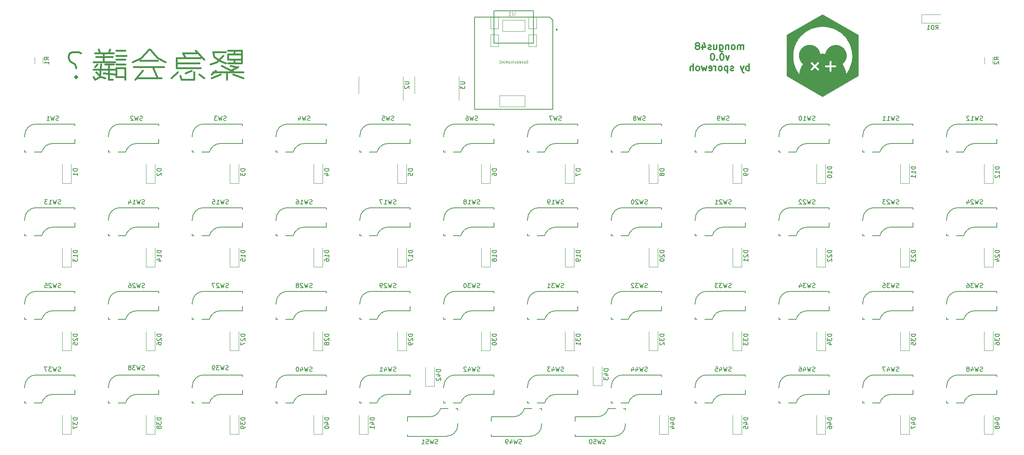
<source format=gbr>
%TF.GenerationSoftware,KiCad,Pcbnew,(6.0.4-0)*%
%TF.CreationDate,2022-09-28T21:01:25-05:00*%
%TF.ProjectId,mongus48,6d6f6e67-7573-4343-982e-6b696361645f,rev?*%
%TF.SameCoordinates,Original*%
%TF.FileFunction,Legend,Bot*%
%TF.FilePolarity,Positive*%
%FSLAX46Y46*%
G04 Gerber Fmt 4.6, Leading zero omitted, Abs format (unit mm)*
G04 Created by KiCad (PCBNEW (6.0.4-0)) date 2022-09-28 21:01:25*
%MOMM*%
%LPD*%
G01*
G04 APERTURE LIST*
%ADD10C,0.015000*%
%ADD11C,0.300000*%
%ADD12C,0.400000*%
%ADD13C,0.150000*%
%ADD14C,0.101600*%
%ADD15C,0.076200*%
%ADD16C,0.120000*%
%ADD17C,0.066040*%
%ADD18C,0.127000*%
%ADD19C,0.254000*%
G04 APERTURE END LIST*
D10*
G36*
X217853023Y-60571353D02*
G01*
X209750156Y-55893164D01*
X209750158Y-51360228D01*
X211111336Y-51360228D01*
X211117492Y-51650714D01*
X211135792Y-51938073D01*
X211165988Y-52222057D01*
X211207832Y-52502418D01*
X211261074Y-52778906D01*
X211325465Y-53051272D01*
X211400756Y-53319269D01*
X211486700Y-53582645D01*
X211583046Y-53841154D01*
X211689546Y-54094546D01*
X211805950Y-54342572D01*
X211932011Y-54584983D01*
X212067479Y-54821530D01*
X212212106Y-55051965D01*
X212365642Y-55276039D01*
X212527838Y-55493502D01*
X212551298Y-55331353D01*
X212579557Y-55170799D01*
X212612538Y-55011917D01*
X212650168Y-54854783D01*
X212692369Y-54699472D01*
X212739067Y-54546060D01*
X212789014Y-54398091D01*
X215067044Y-54398091D01*
X215067550Y-54409963D01*
X215068607Y-54421805D01*
X215070216Y-54433597D01*
X215072377Y-54445317D01*
X215075090Y-54456945D01*
X215078355Y-54468459D01*
X215082171Y-54479839D01*
X215086540Y-54491064D01*
X215091460Y-54502112D01*
X215096932Y-54512963D01*
X215102956Y-54523596D01*
X215109531Y-54533989D01*
X215116659Y-54544123D01*
X215124338Y-54553975D01*
X215132570Y-54563526D01*
X215141353Y-54572753D01*
X215150580Y-54581536D01*
X215160131Y-54589767D01*
X215169983Y-54597447D01*
X215180116Y-54604574D01*
X215190510Y-54611150D01*
X215201143Y-54617174D01*
X215211994Y-54622646D01*
X215223042Y-54627566D01*
X215234266Y-54631934D01*
X215245646Y-54635751D01*
X215257161Y-54639015D01*
X215268788Y-54641728D01*
X215280509Y-54643889D01*
X215292300Y-54645498D01*
X215304143Y-54646556D01*
X215316015Y-54647061D01*
X215327896Y-54647015D01*
X215339765Y-54646416D01*
X215351600Y-54645266D01*
X215363381Y-54643564D01*
X215375088Y-54641310D01*
X215386698Y-54638505D01*
X215398191Y-54635147D01*
X215409546Y-54631238D01*
X215420743Y-54626777D01*
X215431760Y-54621764D01*
X215442576Y-54616199D01*
X215453170Y-54610082D01*
X215463521Y-54603414D01*
X215473609Y-54596193D01*
X215483413Y-54588421D01*
X215492911Y-54580097D01*
X215492929Y-54580116D01*
X215492947Y-54580136D01*
X215493025Y-54580214D01*
X215493064Y-54580252D01*
X215500562Y-54572753D01*
X216063113Y-54010203D01*
X216633166Y-54580252D01*
X216633241Y-54580175D01*
X216633319Y-54580097D01*
X216642816Y-54588421D01*
X216652619Y-54596193D01*
X216662707Y-54603414D01*
X216673058Y-54610082D01*
X216683652Y-54616199D01*
X216694468Y-54621764D01*
X216705485Y-54626777D01*
X216716681Y-54631238D01*
X216728036Y-54635147D01*
X216739529Y-54638505D01*
X216751139Y-54641310D01*
X216762846Y-54643564D01*
X216774627Y-54645266D01*
X216786462Y-54646416D01*
X216798331Y-54647015D01*
X216810212Y-54647061D01*
X216822084Y-54646556D01*
X216833926Y-54645498D01*
X216845718Y-54643889D01*
X216857439Y-54641728D01*
X216869066Y-54639015D01*
X216880581Y-54635751D01*
X216891961Y-54631934D01*
X216903185Y-54627566D01*
X216914233Y-54622646D01*
X216925084Y-54617174D01*
X216935717Y-54611150D01*
X216946111Y-54604574D01*
X216956244Y-54597447D01*
X216966097Y-54589767D01*
X216975647Y-54581536D01*
X216984875Y-54572753D01*
X216993658Y-54563526D01*
X217001889Y-54553975D01*
X217009569Y-54544123D01*
X217016697Y-54533989D01*
X217023272Y-54523596D01*
X217029296Y-54512963D01*
X217034768Y-54502112D01*
X217039689Y-54491064D01*
X217044057Y-54479839D01*
X217047874Y-54468459D01*
X217051138Y-54456945D01*
X217053851Y-54445317D01*
X217056012Y-54433597D01*
X217057621Y-54421805D01*
X217058679Y-54409963D01*
X217059184Y-54398091D01*
X217059138Y-54386210D01*
X217058540Y-54374341D01*
X217057390Y-54362506D01*
X217055688Y-54350725D01*
X217053434Y-54339018D01*
X217050628Y-54327408D01*
X217047271Y-54315915D01*
X217043362Y-54304560D01*
X217038901Y-54293363D01*
X217033888Y-54282347D01*
X217028323Y-54271531D01*
X217022206Y-54260937D01*
X217015538Y-54250586D01*
X217008318Y-54240498D01*
X217000546Y-54230695D01*
X216992222Y-54221197D01*
X216992373Y-54221042D01*
X216422324Y-53650992D01*
X216422326Y-53650990D01*
X218339361Y-53650990D01*
X218339675Y-53663725D01*
X218340608Y-53676299D01*
X218342144Y-53688696D01*
X218344270Y-53700902D01*
X218346969Y-53712901D01*
X218350228Y-53724679D01*
X218354032Y-53736221D01*
X218358365Y-53747512D01*
X218363213Y-53758538D01*
X218368561Y-53769284D01*
X218374395Y-53779734D01*
X218380698Y-53789875D01*
X218387458Y-53799690D01*
X218394658Y-53809166D01*
X218402284Y-53818288D01*
X218410322Y-53827040D01*
X218418756Y-53835408D01*
X218427571Y-53843378D01*
X218436753Y-53850933D01*
X218446287Y-53858061D01*
X218456158Y-53864744D01*
X218466352Y-53870970D01*
X218476853Y-53876723D01*
X218487646Y-53881988D01*
X218498718Y-53886751D01*
X218510052Y-53890996D01*
X218521635Y-53894709D01*
X218533451Y-53897875D01*
X218545486Y-53900479D01*
X218557724Y-53902507D01*
X218570152Y-53903943D01*
X218582754Y-53904773D01*
X218582754Y-53904990D01*
X219388928Y-53904990D01*
X219388928Y-54711162D01*
X219389146Y-54711162D01*
X219389975Y-54723764D01*
X219391412Y-54736192D01*
X219393439Y-54748431D01*
X219396043Y-54760466D01*
X219399209Y-54772282D01*
X219402923Y-54783865D01*
X219407168Y-54795199D01*
X219411930Y-54806271D01*
X219417195Y-54817065D01*
X219422948Y-54827565D01*
X219429174Y-54837759D01*
X219435858Y-54847630D01*
X219442985Y-54857164D01*
X219450541Y-54866346D01*
X219458510Y-54875161D01*
X219466878Y-54883595D01*
X219475631Y-54891633D01*
X219484752Y-54899259D01*
X219494228Y-54906459D01*
X219504043Y-54913218D01*
X219514184Y-54919522D01*
X219524634Y-54925355D01*
X219535379Y-54930703D01*
X219546405Y-54935551D01*
X219557696Y-54939884D01*
X219569238Y-54943688D01*
X219581016Y-54946947D01*
X219593015Y-54949646D01*
X219605220Y-54951772D01*
X219617617Y-54953308D01*
X219630190Y-54954241D01*
X219642925Y-54954555D01*
X219655661Y-54954241D01*
X219668234Y-54953308D01*
X219680631Y-54951772D01*
X219692837Y-54949646D01*
X219704836Y-54946947D01*
X219716614Y-54943688D01*
X219728156Y-54939884D01*
X219739448Y-54935551D01*
X219750474Y-54930703D01*
X219761219Y-54925355D01*
X219771670Y-54919522D01*
X219781810Y-54913218D01*
X219791626Y-54906459D01*
X219801102Y-54899259D01*
X219810224Y-54891633D01*
X219818976Y-54883595D01*
X219827344Y-54875161D01*
X219835314Y-54866346D01*
X219842869Y-54857164D01*
X219849997Y-54847630D01*
X219856681Y-54837759D01*
X219862906Y-54827565D01*
X219868659Y-54817065D01*
X219873924Y-54806271D01*
X219878687Y-54795199D01*
X219882932Y-54783865D01*
X219886645Y-54772282D01*
X219889811Y-54760466D01*
X219892416Y-54748431D01*
X219894443Y-54736192D01*
X219895879Y-54723764D01*
X219896709Y-54711162D01*
X219896924Y-54711162D01*
X219896924Y-53904990D01*
X220703099Y-53904990D01*
X220703099Y-53904773D01*
X220715701Y-53903943D01*
X220728128Y-53902507D01*
X220740367Y-53900479D01*
X220752401Y-53897875D01*
X220764218Y-53894709D01*
X220775800Y-53890996D01*
X220787135Y-53886751D01*
X220798206Y-53881988D01*
X220809000Y-53876723D01*
X220819501Y-53870970D01*
X220829694Y-53864744D01*
X220839565Y-53858061D01*
X220849100Y-53850933D01*
X220858282Y-53843378D01*
X220867097Y-53835408D01*
X220875531Y-53827040D01*
X220883568Y-53818288D01*
X220891194Y-53809166D01*
X220898395Y-53799690D01*
X220905154Y-53789875D01*
X220911458Y-53779734D01*
X220917291Y-53769284D01*
X220922639Y-53758538D01*
X220927487Y-53747512D01*
X220931821Y-53736221D01*
X220935624Y-53724679D01*
X220938883Y-53712901D01*
X220941583Y-53700902D01*
X220943708Y-53688696D01*
X220945245Y-53676299D01*
X220946178Y-53663725D01*
X220946492Y-53650990D01*
X220946178Y-53638255D01*
X220945245Y-53625681D01*
X220943708Y-53613284D01*
X220941583Y-53601079D01*
X220938883Y-53589080D01*
X220935624Y-53577302D01*
X220931821Y-53565760D01*
X220927488Y-53554469D01*
X220922640Y-53543443D01*
X220917292Y-53532697D01*
X220911458Y-53522247D01*
X220905155Y-53512107D01*
X220898395Y-53502291D01*
X220891195Y-53492815D01*
X220883569Y-53483694D01*
X220875532Y-53474942D01*
X220867098Y-53466573D01*
X220858283Y-53458604D01*
X220849101Y-53451048D01*
X220839567Y-53443921D01*
X220829695Y-53437237D01*
X220819502Y-53431012D01*
X220809001Y-53425259D01*
X220798207Y-53419994D01*
X220787136Y-53415231D01*
X220775801Y-53410986D01*
X220764218Y-53407273D01*
X220752402Y-53404107D01*
X220740367Y-53401503D01*
X220728129Y-53399475D01*
X220715701Y-53398039D01*
X220703099Y-53397209D01*
X220703099Y-53396992D01*
X219896924Y-53396992D01*
X219896924Y-52590817D01*
X219896709Y-52590817D01*
X219895879Y-52578215D01*
X219894443Y-52565788D01*
X219892416Y-52553549D01*
X219889811Y-52541515D01*
X219886645Y-52529698D01*
X219882932Y-52518116D01*
X219878687Y-52506781D01*
X219873924Y-52495710D01*
X219868659Y-52484916D01*
X219862906Y-52474415D01*
X219856681Y-52464221D01*
X219849997Y-52454350D01*
X219842869Y-52444816D01*
X219835314Y-52435634D01*
X219827344Y-52426819D01*
X219818976Y-52418385D01*
X219810224Y-52410347D01*
X219801102Y-52402721D01*
X219791626Y-52395521D01*
X219781810Y-52388761D01*
X219771670Y-52382457D01*
X219761219Y-52376624D01*
X219750474Y-52371276D01*
X219739448Y-52366428D01*
X219728156Y-52362094D01*
X219716614Y-52358291D01*
X219704836Y-52355032D01*
X219692837Y-52352332D01*
X219680631Y-52350207D01*
X219668234Y-52348670D01*
X219655661Y-52347737D01*
X219642925Y-52347423D01*
X219630190Y-52347737D01*
X219617617Y-52348670D01*
X219605220Y-52350207D01*
X219593015Y-52352332D01*
X219581016Y-52355032D01*
X219569238Y-52358291D01*
X219557696Y-52362094D01*
X219546405Y-52366428D01*
X219535379Y-52371276D01*
X219524633Y-52376624D01*
X219514183Y-52382457D01*
X219504043Y-52388761D01*
X219494227Y-52395521D01*
X219484751Y-52402721D01*
X219475630Y-52410347D01*
X219466877Y-52418385D01*
X219458509Y-52426819D01*
X219450539Y-52435634D01*
X219442984Y-52444816D01*
X219435856Y-52454350D01*
X219429172Y-52464221D01*
X219422947Y-52474415D01*
X219417194Y-52484916D01*
X219411928Y-52495710D01*
X219407166Y-52506781D01*
X219402920Y-52518116D01*
X219399207Y-52529698D01*
X219396041Y-52541515D01*
X219393437Y-52553549D01*
X219391409Y-52565788D01*
X219389973Y-52578215D01*
X219389143Y-52590817D01*
X219388928Y-52590817D01*
X219388928Y-53396994D01*
X218593046Y-53396994D01*
X218582754Y-53396992D01*
X218582754Y-53397207D01*
X218570152Y-53398037D01*
X218557724Y-53399473D01*
X218545486Y-53401500D01*
X218533451Y-53404105D01*
X218521635Y-53407271D01*
X218510052Y-53410984D01*
X218498718Y-53415229D01*
X218487646Y-53419991D01*
X218476853Y-53425257D01*
X218466352Y-53431009D01*
X218456158Y-53437235D01*
X218446287Y-53443919D01*
X218436753Y-53451046D01*
X218427571Y-53458602D01*
X218418756Y-53466571D01*
X218410322Y-53474940D01*
X218402284Y-53483692D01*
X218394658Y-53492813D01*
X218387458Y-53502289D01*
X218380698Y-53512105D01*
X218374395Y-53522245D01*
X218368561Y-53532696D01*
X218363213Y-53543441D01*
X218358365Y-53554467D01*
X218354032Y-53565759D01*
X218350228Y-53577301D01*
X218346969Y-53589079D01*
X218344270Y-53601078D01*
X218342144Y-53613284D01*
X218340608Y-53625681D01*
X218339675Y-53638254D01*
X218339361Y-53650990D01*
X216422326Y-53650990D01*
X216984875Y-53088439D01*
X216992375Y-53080940D01*
X216992222Y-53080787D01*
X217000546Y-53071289D01*
X217008318Y-53061486D01*
X217015538Y-53051398D01*
X217022206Y-53041046D01*
X217028323Y-53030452D01*
X217033888Y-53019636D01*
X217038901Y-53008620D01*
X217043362Y-52997423D01*
X217047271Y-52986068D01*
X217050628Y-52974575D01*
X217053434Y-52962965D01*
X217055688Y-52951259D01*
X217057390Y-52939477D01*
X217058540Y-52927642D01*
X217059138Y-52915773D01*
X217059184Y-52903892D01*
X217058679Y-52892020D01*
X217057621Y-52880178D01*
X217056012Y-52868386D01*
X217053851Y-52856666D01*
X217051138Y-52845038D01*
X217047874Y-52833524D01*
X217044057Y-52822144D01*
X217039689Y-52810919D01*
X217034768Y-52799871D01*
X217029296Y-52789020D01*
X217023272Y-52778387D01*
X217016697Y-52767993D01*
X217009569Y-52757860D01*
X217001889Y-52748007D01*
X216993658Y-52738457D01*
X216984875Y-52729229D01*
X216975647Y-52720446D01*
X216966097Y-52712215D01*
X216956244Y-52704535D01*
X216946111Y-52697408D01*
X216935717Y-52690832D01*
X216925084Y-52684808D01*
X216914233Y-52679336D01*
X216903185Y-52674416D01*
X216891961Y-52670047D01*
X216880581Y-52666231D01*
X216869066Y-52662966D01*
X216857439Y-52660253D01*
X216845718Y-52658092D01*
X216833926Y-52656483D01*
X216822084Y-52655426D01*
X216810212Y-52654920D01*
X216798331Y-52654967D01*
X216786462Y-52655565D01*
X216774627Y-52656715D01*
X216762846Y-52658417D01*
X216751139Y-52660671D01*
X216739529Y-52663476D01*
X216728036Y-52666834D01*
X216716681Y-52670743D01*
X216705485Y-52675204D01*
X216694468Y-52680217D01*
X216683652Y-52685782D01*
X216673058Y-52691899D01*
X216662707Y-52698567D01*
X216652619Y-52705788D01*
X216642816Y-52713560D01*
X216633319Y-52721884D01*
X216633166Y-52721730D01*
X216625663Y-52729229D01*
X216063113Y-53291782D01*
X215500560Y-52729231D01*
X215500451Y-52729120D01*
X215500340Y-52729009D01*
X215493066Y-52721730D01*
X215493006Y-52721787D01*
X215492987Y-52721807D01*
X215492911Y-52721884D01*
X215483413Y-52713560D01*
X215473609Y-52705788D01*
X215463521Y-52698568D01*
X215453170Y-52691899D01*
X215442576Y-52685783D01*
X215431760Y-52680218D01*
X215420743Y-52675205D01*
X215409547Y-52670744D01*
X215398191Y-52666835D01*
X215386698Y-52663477D01*
X215375088Y-52660672D01*
X215363382Y-52658418D01*
X215351601Y-52656716D01*
X215339765Y-52655566D01*
X215327897Y-52654968D01*
X215316016Y-52654922D01*
X215304144Y-52655427D01*
X215292301Y-52656484D01*
X215280510Y-52658093D01*
X215268789Y-52660254D01*
X215257162Y-52662967D01*
X215245647Y-52666232D01*
X215234267Y-52670049D01*
X215223043Y-52674417D01*
X215211995Y-52679337D01*
X215201144Y-52684809D01*
X215190511Y-52690833D01*
X215180117Y-52697409D01*
X215169984Y-52704537D01*
X215160131Y-52712216D01*
X215150580Y-52720448D01*
X215141353Y-52729231D01*
X215132570Y-52738459D01*
X215124338Y-52748009D01*
X215116659Y-52757862D01*
X215109531Y-52767995D01*
X215102956Y-52778389D01*
X215096932Y-52789021D01*
X215091460Y-52799872D01*
X215086540Y-52810921D01*
X215082171Y-52822145D01*
X215078355Y-52833525D01*
X215075090Y-52845039D01*
X215072377Y-52856667D01*
X215070216Y-52868387D01*
X215068607Y-52880179D01*
X215067550Y-52892022D01*
X215067044Y-52903894D01*
X215067091Y-52915774D01*
X215067689Y-52927643D01*
X215068839Y-52939478D01*
X215070541Y-52951260D01*
X215072795Y-52962966D01*
X215075600Y-52974576D01*
X215078958Y-52986069D01*
X215082867Y-52997424D01*
X215087328Y-53008621D01*
X215092341Y-53019637D01*
X215097906Y-53030453D01*
X215104023Y-53041047D01*
X215110691Y-53051398D01*
X215117912Y-53061486D01*
X215125684Y-53071289D01*
X215134008Y-53080787D01*
X215133969Y-53080825D01*
X215133852Y-53080942D01*
X215141353Y-53088442D01*
X215703905Y-53650992D01*
X215141353Y-54213542D01*
X215133852Y-54221042D01*
X215134008Y-54221197D01*
X215125684Y-54230695D01*
X215117912Y-54240498D01*
X215110691Y-54250586D01*
X215104023Y-54260937D01*
X215097906Y-54271531D01*
X215092341Y-54282347D01*
X215087328Y-54293363D01*
X215082867Y-54304560D01*
X215078958Y-54315915D01*
X215075600Y-54327408D01*
X215072795Y-54339018D01*
X215070541Y-54350725D01*
X215068839Y-54362506D01*
X215067689Y-54374341D01*
X215067091Y-54386210D01*
X215067044Y-54398091D01*
X212789014Y-54398091D01*
X212790185Y-54394621D01*
X212845649Y-54245233D01*
X212905383Y-54097969D01*
X212969310Y-53952907D01*
X213037356Y-53810121D01*
X213109446Y-53669688D01*
X213185502Y-53531682D01*
X213265451Y-53396179D01*
X213349215Y-53263255D01*
X213436721Y-53132986D01*
X213330607Y-53047580D01*
X213229543Y-52956421D01*
X213133777Y-52859758D01*
X213043556Y-52757838D01*
X212959129Y-52650909D01*
X212880743Y-52539219D01*
X212808647Y-52423016D01*
X212743087Y-52302547D01*
X212684313Y-52178060D01*
X212632570Y-52049803D01*
X212588109Y-51918024D01*
X212551175Y-51782971D01*
X212522018Y-51644891D01*
X212500884Y-51504033D01*
X212488022Y-51360643D01*
X212483680Y-51214971D01*
X212486814Y-51091164D01*
X212496115Y-50968975D01*
X212511431Y-50848557D01*
X212532611Y-50730060D01*
X212559503Y-50613636D01*
X212591955Y-50499438D01*
X212629817Y-50387615D01*
X212672935Y-50278321D01*
X212721159Y-50171707D01*
X212774338Y-50067924D01*
X212832318Y-49967124D01*
X212894949Y-49869459D01*
X212962080Y-49775080D01*
X213033558Y-49684139D01*
X213109232Y-49596787D01*
X213188950Y-49513176D01*
X213272561Y-49433458D01*
X213359912Y-49357784D01*
X213450854Y-49286306D01*
X213545233Y-49219176D01*
X213642898Y-49156544D01*
X213743698Y-49098564D01*
X213847481Y-49045386D01*
X213954095Y-48997162D01*
X214063389Y-48954043D01*
X214175211Y-48916182D01*
X214289410Y-48883729D01*
X214405833Y-48856837D01*
X214524330Y-48835657D01*
X214644748Y-48820341D01*
X214766936Y-48811040D01*
X214890743Y-48807906D01*
X215003012Y-48810482D01*
X215113963Y-48818135D01*
X215223484Y-48830751D01*
X215331462Y-48848219D01*
X215437783Y-48870425D01*
X215542336Y-48897256D01*
X215645006Y-48928599D01*
X215745682Y-48964342D01*
X215844250Y-49004372D01*
X215940598Y-49048575D01*
X216034613Y-49096840D01*
X216126181Y-49149053D01*
X216215191Y-49205101D01*
X216301528Y-49264872D01*
X216385081Y-49328252D01*
X216465737Y-49395129D01*
X216543382Y-49465390D01*
X216617904Y-49538922D01*
X216689189Y-49615612D01*
X216757126Y-49695347D01*
X216821601Y-49778015D01*
X216882501Y-49863502D01*
X216939714Y-49951697D01*
X216993127Y-50042485D01*
X217042626Y-50135754D01*
X217088099Y-50231392D01*
X217129433Y-50329285D01*
X217166516Y-50429320D01*
X217199233Y-50531385D01*
X217227474Y-50635367D01*
X217251124Y-50741152D01*
X217270071Y-50848629D01*
X217342019Y-50841339D01*
X217414243Y-50835000D01*
X217486736Y-50829619D01*
X217559492Y-50825203D01*
X217632505Y-50821756D01*
X217705768Y-50819287D01*
X217779275Y-50817800D01*
X217853019Y-50817303D01*
X217853021Y-50817303D01*
X217932103Y-50817875D01*
X218010912Y-50819584D01*
X218089438Y-50822423D01*
X218167675Y-50826384D01*
X218245615Y-50831459D01*
X218323249Y-50837640D01*
X218400571Y-50844919D01*
X218477571Y-50853289D01*
X218497707Y-50747277D01*
X218522428Y-50642957D01*
X218551625Y-50540438D01*
X218585187Y-50439831D01*
X218623006Y-50341244D01*
X218664971Y-50244788D01*
X218710972Y-50150573D01*
X218760900Y-50058708D01*
X218814645Y-49969303D01*
X218872098Y-49882468D01*
X218933147Y-49798313D01*
X218997685Y-49716946D01*
X219065600Y-49638479D01*
X219136784Y-49563021D01*
X219211125Y-49490681D01*
X219288516Y-49421570D01*
X219368845Y-49355797D01*
X219452004Y-49293472D01*
X219537881Y-49234705D01*
X219626369Y-49179605D01*
X219717356Y-49128282D01*
X219810733Y-49080846D01*
X219906390Y-49037407D01*
X220004218Y-48998075D01*
X220104107Y-48962959D01*
X220205947Y-48932168D01*
X220309627Y-48905814D01*
X220415040Y-48884005D01*
X220522074Y-48866852D01*
X220630620Y-48854463D01*
X220740568Y-48846950D01*
X220851808Y-48844421D01*
X220975615Y-48847555D01*
X221097803Y-48856856D01*
X221218222Y-48872172D01*
X221336719Y-48893352D01*
X221453142Y-48920244D01*
X221567341Y-48952696D01*
X221679163Y-48990558D01*
X221788457Y-49033676D01*
X221895071Y-49081900D01*
X221998854Y-49135079D01*
X222099654Y-49193059D01*
X222197319Y-49255690D01*
X222291698Y-49322821D01*
X222382640Y-49394299D01*
X222469992Y-49469972D01*
X222553602Y-49549691D01*
X222633321Y-49633301D01*
X222708994Y-49720653D01*
X222780472Y-49811595D01*
X222847603Y-49905974D01*
X222910234Y-50003639D01*
X222968215Y-50104439D01*
X223021393Y-50208222D01*
X223069617Y-50314836D01*
X223112736Y-50424130D01*
X223150597Y-50535952D01*
X223183049Y-50650151D01*
X223209941Y-50766575D01*
X223231121Y-50885071D01*
X223246438Y-51005490D01*
X223255738Y-51127678D01*
X223258872Y-51251485D01*
X223258871Y-51251485D01*
X223254491Y-51397784D01*
X223241519Y-51541779D01*
X223220205Y-51683219D01*
X223190801Y-51821853D01*
X223153558Y-51957430D01*
X223108726Y-52089699D01*
X223056557Y-52218409D01*
X222997302Y-52343308D01*
X222931211Y-52464146D01*
X222858537Y-52580671D01*
X222779530Y-52692633D01*
X222694440Y-52799781D01*
X222603520Y-52901863D01*
X222507020Y-52998628D01*
X222405191Y-53089826D01*
X222298284Y-53175205D01*
X222382854Y-53303647D01*
X222463812Y-53434615D01*
X222541087Y-53568036D01*
X222585997Y-53650990D01*
X222614609Y-53703840D01*
X222684305Y-53841956D01*
X222750105Y-53982313D01*
X222811939Y-54124840D01*
X222869734Y-54269465D01*
X222923421Y-54416119D01*
X222972927Y-54564729D01*
X223018182Y-54715224D01*
X223059114Y-54867534D01*
X223095654Y-55021588D01*
X223127729Y-55177314D01*
X223155269Y-55334642D01*
X223178202Y-55493500D01*
X223340398Y-55276037D01*
X223493934Y-55051963D01*
X223638560Y-54821528D01*
X223774028Y-54584981D01*
X223900089Y-54342570D01*
X224016493Y-54094544D01*
X224122993Y-53841153D01*
X224219339Y-53582644D01*
X224305282Y-53319268D01*
X224380573Y-53051272D01*
X224444964Y-52778905D01*
X224498206Y-52502418D01*
X224540049Y-52222057D01*
X224570246Y-51938073D01*
X224588546Y-51650714D01*
X224594701Y-51360228D01*
X224585924Y-51013471D01*
X224559874Y-50671246D01*
X224516976Y-50333980D01*
X224457655Y-50002095D01*
X224382337Y-49676017D01*
X224291444Y-49356170D01*
X224185402Y-49042980D01*
X224064636Y-48736870D01*
X223929571Y-48438266D01*
X223780630Y-48147592D01*
X223618239Y-47865273D01*
X223442821Y-47591732D01*
X223254803Y-47327396D01*
X223054608Y-47072689D01*
X222842662Y-46828034D01*
X222619388Y-46593858D01*
X222385212Y-46370584D01*
X222140557Y-46158638D01*
X221885850Y-45958443D01*
X221621514Y-45770425D01*
X221347974Y-45595008D01*
X221065654Y-45432617D01*
X220774980Y-45283676D01*
X220476376Y-45148610D01*
X220170266Y-45027844D01*
X219857076Y-44921803D01*
X219537229Y-44830910D01*
X219211152Y-44755592D01*
X218879267Y-44696271D01*
X218542000Y-44653373D01*
X218199776Y-44627324D01*
X217853019Y-44618546D01*
X217506262Y-44627324D01*
X217164037Y-44653373D01*
X216826771Y-44696271D01*
X216494886Y-44755592D01*
X216168808Y-44830910D01*
X215848962Y-44921803D01*
X215535771Y-45027844D01*
X215229662Y-45148610D01*
X214931058Y-45283676D01*
X214640384Y-45432617D01*
X214358064Y-45595008D01*
X214084524Y-45770425D01*
X213820188Y-45958443D01*
X213565480Y-46158638D01*
X213320826Y-46370584D01*
X213086650Y-46593858D01*
X212863376Y-46828034D01*
X212651429Y-47072689D01*
X212451234Y-47327396D01*
X212263216Y-47591732D01*
X212087799Y-47865273D01*
X211925408Y-48147592D01*
X211776467Y-48438266D01*
X211641401Y-48736870D01*
X211520635Y-49042980D01*
X211414594Y-49356170D01*
X211323701Y-49676017D01*
X211248382Y-50002095D01*
X211189062Y-50333980D01*
X211146164Y-50671246D01*
X211120114Y-51013471D01*
X211111336Y-51360228D01*
X209750158Y-51360228D01*
X209750160Y-46536779D01*
X217853017Y-41858593D01*
X225955884Y-46536783D01*
X225955883Y-51360228D01*
X225955881Y-55893167D01*
X217853023Y-60571353D01*
G37*
X217853023Y-60571353D02*
X209750156Y-55893164D01*
X209750158Y-51360228D01*
X211111336Y-51360228D01*
X211117492Y-51650714D01*
X211135792Y-51938073D01*
X211165988Y-52222057D01*
X211207832Y-52502418D01*
X211261074Y-52778906D01*
X211325465Y-53051272D01*
X211400756Y-53319269D01*
X211486700Y-53582645D01*
X211583046Y-53841154D01*
X211689546Y-54094546D01*
X211805950Y-54342572D01*
X211932011Y-54584983D01*
X212067479Y-54821530D01*
X212212106Y-55051965D01*
X212365642Y-55276039D01*
X212527838Y-55493502D01*
X212551298Y-55331353D01*
X212579557Y-55170799D01*
X212612538Y-55011917D01*
X212650168Y-54854783D01*
X212692369Y-54699472D01*
X212739067Y-54546060D01*
X212789014Y-54398091D01*
X215067044Y-54398091D01*
X215067550Y-54409963D01*
X215068607Y-54421805D01*
X215070216Y-54433597D01*
X215072377Y-54445317D01*
X215075090Y-54456945D01*
X215078355Y-54468459D01*
X215082171Y-54479839D01*
X215086540Y-54491064D01*
X215091460Y-54502112D01*
X215096932Y-54512963D01*
X215102956Y-54523596D01*
X215109531Y-54533989D01*
X215116659Y-54544123D01*
X215124338Y-54553975D01*
X215132570Y-54563526D01*
X215141353Y-54572753D01*
X215150580Y-54581536D01*
X215160131Y-54589767D01*
X215169983Y-54597447D01*
X215180116Y-54604574D01*
X215190510Y-54611150D01*
X215201143Y-54617174D01*
X215211994Y-54622646D01*
X215223042Y-54627566D01*
X215234266Y-54631934D01*
X215245646Y-54635751D01*
X215257161Y-54639015D01*
X215268788Y-54641728D01*
X215280509Y-54643889D01*
X215292300Y-54645498D01*
X215304143Y-54646556D01*
X215316015Y-54647061D01*
X215327896Y-54647015D01*
X215339765Y-54646416D01*
X215351600Y-54645266D01*
X215363381Y-54643564D01*
X215375088Y-54641310D01*
X215386698Y-54638505D01*
X215398191Y-54635147D01*
X215409546Y-54631238D01*
X215420743Y-54626777D01*
X215431760Y-54621764D01*
X215442576Y-54616199D01*
X215453170Y-54610082D01*
X215463521Y-54603414D01*
X215473609Y-54596193D01*
X215483413Y-54588421D01*
X215492911Y-54580097D01*
X215492929Y-54580116D01*
X215492947Y-54580136D01*
X215493025Y-54580214D01*
X215493064Y-54580252D01*
X215500562Y-54572753D01*
X216063113Y-54010203D01*
X216633166Y-54580252D01*
X216633241Y-54580175D01*
X216633319Y-54580097D01*
X216642816Y-54588421D01*
X216652619Y-54596193D01*
X216662707Y-54603414D01*
X216673058Y-54610082D01*
X216683652Y-54616199D01*
X216694468Y-54621764D01*
X216705485Y-54626777D01*
X216716681Y-54631238D01*
X216728036Y-54635147D01*
X216739529Y-54638505D01*
X216751139Y-54641310D01*
X216762846Y-54643564D01*
X216774627Y-54645266D01*
X216786462Y-54646416D01*
X216798331Y-54647015D01*
X216810212Y-54647061D01*
X216822084Y-54646556D01*
X216833926Y-54645498D01*
X216845718Y-54643889D01*
X216857439Y-54641728D01*
X216869066Y-54639015D01*
X216880581Y-54635751D01*
X216891961Y-54631934D01*
X216903185Y-54627566D01*
X216914233Y-54622646D01*
X216925084Y-54617174D01*
X216935717Y-54611150D01*
X216946111Y-54604574D01*
X216956244Y-54597447D01*
X216966097Y-54589767D01*
X216975647Y-54581536D01*
X216984875Y-54572753D01*
X216993658Y-54563526D01*
X217001889Y-54553975D01*
X217009569Y-54544123D01*
X217016697Y-54533989D01*
X217023272Y-54523596D01*
X217029296Y-54512963D01*
X217034768Y-54502112D01*
X217039689Y-54491064D01*
X217044057Y-54479839D01*
X217047874Y-54468459D01*
X217051138Y-54456945D01*
X217053851Y-54445317D01*
X217056012Y-54433597D01*
X217057621Y-54421805D01*
X217058679Y-54409963D01*
X217059184Y-54398091D01*
X217059138Y-54386210D01*
X217058540Y-54374341D01*
X217057390Y-54362506D01*
X217055688Y-54350725D01*
X217053434Y-54339018D01*
X217050628Y-54327408D01*
X217047271Y-54315915D01*
X217043362Y-54304560D01*
X217038901Y-54293363D01*
X217033888Y-54282347D01*
X217028323Y-54271531D01*
X217022206Y-54260937D01*
X217015538Y-54250586D01*
X217008318Y-54240498D01*
X217000546Y-54230695D01*
X216992222Y-54221197D01*
X216992373Y-54221042D01*
X216422324Y-53650992D01*
X216422326Y-53650990D01*
X218339361Y-53650990D01*
X218339675Y-53663725D01*
X218340608Y-53676299D01*
X218342144Y-53688696D01*
X218344270Y-53700902D01*
X218346969Y-53712901D01*
X218350228Y-53724679D01*
X218354032Y-53736221D01*
X218358365Y-53747512D01*
X218363213Y-53758538D01*
X218368561Y-53769284D01*
X218374395Y-53779734D01*
X218380698Y-53789875D01*
X218387458Y-53799690D01*
X218394658Y-53809166D01*
X218402284Y-53818288D01*
X218410322Y-53827040D01*
X218418756Y-53835408D01*
X218427571Y-53843378D01*
X218436753Y-53850933D01*
X218446287Y-53858061D01*
X218456158Y-53864744D01*
X218466352Y-53870970D01*
X218476853Y-53876723D01*
X218487646Y-53881988D01*
X218498718Y-53886751D01*
X218510052Y-53890996D01*
X218521635Y-53894709D01*
X218533451Y-53897875D01*
X218545486Y-53900479D01*
X218557724Y-53902507D01*
X218570152Y-53903943D01*
X218582754Y-53904773D01*
X218582754Y-53904990D01*
X219388928Y-53904990D01*
X219388928Y-54711162D01*
X219389146Y-54711162D01*
X219389975Y-54723764D01*
X219391412Y-54736192D01*
X219393439Y-54748431D01*
X219396043Y-54760466D01*
X219399209Y-54772282D01*
X219402923Y-54783865D01*
X219407168Y-54795199D01*
X219411930Y-54806271D01*
X219417195Y-54817065D01*
X219422948Y-54827565D01*
X219429174Y-54837759D01*
X219435858Y-54847630D01*
X219442985Y-54857164D01*
X219450541Y-54866346D01*
X219458510Y-54875161D01*
X219466878Y-54883595D01*
X219475631Y-54891633D01*
X219484752Y-54899259D01*
X219494228Y-54906459D01*
X219504043Y-54913218D01*
X219514184Y-54919522D01*
X219524634Y-54925355D01*
X219535379Y-54930703D01*
X219546405Y-54935551D01*
X219557696Y-54939884D01*
X219569238Y-54943688D01*
X219581016Y-54946947D01*
X219593015Y-54949646D01*
X219605220Y-54951772D01*
X219617617Y-54953308D01*
X219630190Y-54954241D01*
X219642925Y-54954555D01*
X219655661Y-54954241D01*
X219668234Y-54953308D01*
X219680631Y-54951772D01*
X219692837Y-54949646D01*
X219704836Y-54946947D01*
X219716614Y-54943688D01*
X219728156Y-54939884D01*
X219739448Y-54935551D01*
X219750474Y-54930703D01*
X219761219Y-54925355D01*
X219771670Y-54919522D01*
X219781810Y-54913218D01*
X219791626Y-54906459D01*
X219801102Y-54899259D01*
X219810224Y-54891633D01*
X219818976Y-54883595D01*
X219827344Y-54875161D01*
X219835314Y-54866346D01*
X219842869Y-54857164D01*
X219849997Y-54847630D01*
X219856681Y-54837759D01*
X219862906Y-54827565D01*
X219868659Y-54817065D01*
X219873924Y-54806271D01*
X219878687Y-54795199D01*
X219882932Y-54783865D01*
X219886645Y-54772282D01*
X219889811Y-54760466D01*
X219892416Y-54748431D01*
X219894443Y-54736192D01*
X219895879Y-54723764D01*
X219896709Y-54711162D01*
X219896924Y-54711162D01*
X219896924Y-53904990D01*
X220703099Y-53904990D01*
X220703099Y-53904773D01*
X220715701Y-53903943D01*
X220728128Y-53902507D01*
X220740367Y-53900479D01*
X220752401Y-53897875D01*
X220764218Y-53894709D01*
X220775800Y-53890996D01*
X220787135Y-53886751D01*
X220798206Y-53881988D01*
X220809000Y-53876723D01*
X220819501Y-53870970D01*
X220829694Y-53864744D01*
X220839565Y-53858061D01*
X220849100Y-53850933D01*
X220858282Y-53843378D01*
X220867097Y-53835408D01*
X220875531Y-53827040D01*
X220883568Y-53818288D01*
X220891194Y-53809166D01*
X220898395Y-53799690D01*
X220905154Y-53789875D01*
X220911458Y-53779734D01*
X220917291Y-53769284D01*
X220922639Y-53758538D01*
X220927487Y-53747512D01*
X220931821Y-53736221D01*
X220935624Y-53724679D01*
X220938883Y-53712901D01*
X220941583Y-53700902D01*
X220943708Y-53688696D01*
X220945245Y-53676299D01*
X220946178Y-53663725D01*
X220946492Y-53650990D01*
X220946178Y-53638255D01*
X220945245Y-53625681D01*
X220943708Y-53613284D01*
X220941583Y-53601079D01*
X220938883Y-53589080D01*
X220935624Y-53577302D01*
X220931821Y-53565760D01*
X220927488Y-53554469D01*
X220922640Y-53543443D01*
X220917292Y-53532697D01*
X220911458Y-53522247D01*
X220905155Y-53512107D01*
X220898395Y-53502291D01*
X220891195Y-53492815D01*
X220883569Y-53483694D01*
X220875532Y-53474942D01*
X220867098Y-53466573D01*
X220858283Y-53458604D01*
X220849101Y-53451048D01*
X220839567Y-53443921D01*
X220829695Y-53437237D01*
X220819502Y-53431012D01*
X220809001Y-53425259D01*
X220798207Y-53419994D01*
X220787136Y-53415231D01*
X220775801Y-53410986D01*
X220764218Y-53407273D01*
X220752402Y-53404107D01*
X220740367Y-53401503D01*
X220728129Y-53399475D01*
X220715701Y-53398039D01*
X220703099Y-53397209D01*
X220703099Y-53396992D01*
X219896924Y-53396992D01*
X219896924Y-52590817D01*
X219896709Y-52590817D01*
X219895879Y-52578215D01*
X219894443Y-52565788D01*
X219892416Y-52553549D01*
X219889811Y-52541515D01*
X219886645Y-52529698D01*
X219882932Y-52518116D01*
X219878687Y-52506781D01*
X219873924Y-52495710D01*
X219868659Y-52484916D01*
X219862906Y-52474415D01*
X219856681Y-52464221D01*
X219849997Y-52454350D01*
X219842869Y-52444816D01*
X219835314Y-52435634D01*
X219827344Y-52426819D01*
X219818976Y-52418385D01*
X219810224Y-52410347D01*
X219801102Y-52402721D01*
X219791626Y-52395521D01*
X219781810Y-52388761D01*
X219771670Y-52382457D01*
X219761219Y-52376624D01*
X219750474Y-52371276D01*
X219739448Y-52366428D01*
X219728156Y-52362094D01*
X219716614Y-52358291D01*
X219704836Y-52355032D01*
X219692837Y-52352332D01*
X219680631Y-52350207D01*
X219668234Y-52348670D01*
X219655661Y-52347737D01*
X219642925Y-52347423D01*
X219630190Y-52347737D01*
X219617617Y-52348670D01*
X219605220Y-52350207D01*
X219593015Y-52352332D01*
X219581016Y-52355032D01*
X219569238Y-52358291D01*
X219557696Y-52362094D01*
X219546405Y-52366428D01*
X219535379Y-52371276D01*
X219524633Y-52376624D01*
X219514183Y-52382457D01*
X219504043Y-52388761D01*
X219494227Y-52395521D01*
X219484751Y-52402721D01*
X219475630Y-52410347D01*
X219466877Y-52418385D01*
X219458509Y-52426819D01*
X219450539Y-52435634D01*
X219442984Y-52444816D01*
X219435856Y-52454350D01*
X219429172Y-52464221D01*
X219422947Y-52474415D01*
X219417194Y-52484916D01*
X219411928Y-52495710D01*
X219407166Y-52506781D01*
X219402920Y-52518116D01*
X219399207Y-52529698D01*
X219396041Y-52541515D01*
X219393437Y-52553549D01*
X219391409Y-52565788D01*
X219389973Y-52578215D01*
X219389143Y-52590817D01*
X219388928Y-52590817D01*
X219388928Y-53396994D01*
X218593046Y-53396994D01*
X218582754Y-53396992D01*
X218582754Y-53397207D01*
X218570152Y-53398037D01*
X218557724Y-53399473D01*
X218545486Y-53401500D01*
X218533451Y-53404105D01*
X218521635Y-53407271D01*
X218510052Y-53410984D01*
X218498718Y-53415229D01*
X218487646Y-53419991D01*
X218476853Y-53425257D01*
X218466352Y-53431009D01*
X218456158Y-53437235D01*
X218446287Y-53443919D01*
X218436753Y-53451046D01*
X218427571Y-53458602D01*
X218418756Y-53466571D01*
X218410322Y-53474940D01*
X218402284Y-53483692D01*
X218394658Y-53492813D01*
X218387458Y-53502289D01*
X218380698Y-53512105D01*
X218374395Y-53522245D01*
X218368561Y-53532696D01*
X218363213Y-53543441D01*
X218358365Y-53554467D01*
X218354032Y-53565759D01*
X218350228Y-53577301D01*
X218346969Y-53589079D01*
X218344270Y-53601078D01*
X218342144Y-53613284D01*
X218340608Y-53625681D01*
X218339675Y-53638254D01*
X218339361Y-53650990D01*
X216422326Y-53650990D01*
X216984875Y-53088439D01*
X216992375Y-53080940D01*
X216992222Y-53080787D01*
X217000546Y-53071289D01*
X217008318Y-53061486D01*
X217015538Y-53051398D01*
X217022206Y-53041046D01*
X217028323Y-53030452D01*
X217033888Y-53019636D01*
X217038901Y-53008620D01*
X217043362Y-52997423D01*
X217047271Y-52986068D01*
X217050628Y-52974575D01*
X217053434Y-52962965D01*
X217055688Y-52951259D01*
X217057390Y-52939477D01*
X217058540Y-52927642D01*
X217059138Y-52915773D01*
X217059184Y-52903892D01*
X217058679Y-52892020D01*
X217057621Y-52880178D01*
X217056012Y-52868386D01*
X217053851Y-52856666D01*
X217051138Y-52845038D01*
X217047874Y-52833524D01*
X217044057Y-52822144D01*
X217039689Y-52810919D01*
X217034768Y-52799871D01*
X217029296Y-52789020D01*
X217023272Y-52778387D01*
X217016697Y-52767993D01*
X217009569Y-52757860D01*
X217001889Y-52748007D01*
X216993658Y-52738457D01*
X216984875Y-52729229D01*
X216975647Y-52720446D01*
X216966097Y-52712215D01*
X216956244Y-52704535D01*
X216946111Y-52697408D01*
X216935717Y-52690832D01*
X216925084Y-52684808D01*
X216914233Y-52679336D01*
X216903185Y-52674416D01*
X216891961Y-52670047D01*
X216880581Y-52666231D01*
X216869066Y-52662966D01*
X216857439Y-52660253D01*
X216845718Y-52658092D01*
X216833926Y-52656483D01*
X216822084Y-52655426D01*
X216810212Y-52654920D01*
X216798331Y-52654967D01*
X216786462Y-52655565D01*
X216774627Y-52656715D01*
X216762846Y-52658417D01*
X216751139Y-52660671D01*
X216739529Y-52663476D01*
X216728036Y-52666834D01*
X216716681Y-52670743D01*
X216705485Y-52675204D01*
X216694468Y-52680217D01*
X216683652Y-52685782D01*
X216673058Y-52691899D01*
X216662707Y-52698567D01*
X216652619Y-52705788D01*
X216642816Y-52713560D01*
X216633319Y-52721884D01*
X216633166Y-52721730D01*
X216625663Y-52729229D01*
X216063113Y-53291782D01*
X215500560Y-52729231D01*
X215500451Y-52729120D01*
X215500340Y-52729009D01*
X215493066Y-52721730D01*
X215493006Y-52721787D01*
X215492987Y-52721807D01*
X215492911Y-52721884D01*
X215483413Y-52713560D01*
X215473609Y-52705788D01*
X215463521Y-52698568D01*
X215453170Y-52691899D01*
X215442576Y-52685783D01*
X215431760Y-52680218D01*
X215420743Y-52675205D01*
X215409547Y-52670744D01*
X215398191Y-52666835D01*
X215386698Y-52663477D01*
X215375088Y-52660672D01*
X215363382Y-52658418D01*
X215351601Y-52656716D01*
X215339765Y-52655566D01*
X215327897Y-52654968D01*
X215316016Y-52654922D01*
X215304144Y-52655427D01*
X215292301Y-52656484D01*
X215280510Y-52658093D01*
X215268789Y-52660254D01*
X215257162Y-52662967D01*
X215245647Y-52666232D01*
X215234267Y-52670049D01*
X215223043Y-52674417D01*
X215211995Y-52679337D01*
X215201144Y-52684809D01*
X215190511Y-52690833D01*
X215180117Y-52697409D01*
X215169984Y-52704537D01*
X215160131Y-52712216D01*
X215150580Y-52720448D01*
X215141353Y-52729231D01*
X215132570Y-52738459D01*
X215124338Y-52748009D01*
X215116659Y-52757862D01*
X215109531Y-52767995D01*
X215102956Y-52778389D01*
X215096932Y-52789021D01*
X215091460Y-52799872D01*
X215086540Y-52810921D01*
X215082171Y-52822145D01*
X215078355Y-52833525D01*
X215075090Y-52845039D01*
X215072377Y-52856667D01*
X215070216Y-52868387D01*
X215068607Y-52880179D01*
X215067550Y-52892022D01*
X215067044Y-52903894D01*
X215067091Y-52915774D01*
X215067689Y-52927643D01*
X215068839Y-52939478D01*
X215070541Y-52951260D01*
X215072795Y-52962966D01*
X215075600Y-52974576D01*
X215078958Y-52986069D01*
X215082867Y-52997424D01*
X215087328Y-53008621D01*
X215092341Y-53019637D01*
X215097906Y-53030453D01*
X215104023Y-53041047D01*
X215110691Y-53051398D01*
X215117912Y-53061486D01*
X215125684Y-53071289D01*
X215134008Y-53080787D01*
X215133969Y-53080825D01*
X215133852Y-53080942D01*
X215141353Y-53088442D01*
X215703905Y-53650992D01*
X215141353Y-54213542D01*
X215133852Y-54221042D01*
X215134008Y-54221197D01*
X215125684Y-54230695D01*
X215117912Y-54240498D01*
X215110691Y-54250586D01*
X215104023Y-54260937D01*
X215097906Y-54271531D01*
X215092341Y-54282347D01*
X215087328Y-54293363D01*
X215082867Y-54304560D01*
X215078958Y-54315915D01*
X215075600Y-54327408D01*
X215072795Y-54339018D01*
X215070541Y-54350725D01*
X215068839Y-54362506D01*
X215067689Y-54374341D01*
X215067091Y-54386210D01*
X215067044Y-54398091D01*
X212789014Y-54398091D01*
X212790185Y-54394621D01*
X212845649Y-54245233D01*
X212905383Y-54097969D01*
X212969310Y-53952907D01*
X213037356Y-53810121D01*
X213109446Y-53669688D01*
X213185502Y-53531682D01*
X213265451Y-53396179D01*
X213349215Y-53263255D01*
X213436721Y-53132986D01*
X213330607Y-53047580D01*
X213229543Y-52956421D01*
X213133777Y-52859758D01*
X213043556Y-52757838D01*
X212959129Y-52650909D01*
X212880743Y-52539219D01*
X212808647Y-52423016D01*
X212743087Y-52302547D01*
X212684313Y-52178060D01*
X212632570Y-52049803D01*
X212588109Y-51918024D01*
X212551175Y-51782971D01*
X212522018Y-51644891D01*
X212500884Y-51504033D01*
X212488022Y-51360643D01*
X212483680Y-51214971D01*
X212486814Y-51091164D01*
X212496115Y-50968975D01*
X212511431Y-50848557D01*
X212532611Y-50730060D01*
X212559503Y-50613636D01*
X212591955Y-50499438D01*
X212629817Y-50387615D01*
X212672935Y-50278321D01*
X212721159Y-50171707D01*
X212774338Y-50067924D01*
X212832318Y-49967124D01*
X212894949Y-49869459D01*
X212962080Y-49775080D01*
X213033558Y-49684139D01*
X213109232Y-49596787D01*
X213188950Y-49513176D01*
X213272561Y-49433458D01*
X213359912Y-49357784D01*
X213450854Y-49286306D01*
X213545233Y-49219176D01*
X213642898Y-49156544D01*
X213743698Y-49098564D01*
X213847481Y-49045386D01*
X213954095Y-48997162D01*
X214063389Y-48954043D01*
X214175211Y-48916182D01*
X214289410Y-48883729D01*
X214405833Y-48856837D01*
X214524330Y-48835657D01*
X214644748Y-48820341D01*
X214766936Y-48811040D01*
X214890743Y-48807906D01*
X215003012Y-48810482D01*
X215113963Y-48818135D01*
X215223484Y-48830751D01*
X215331462Y-48848219D01*
X215437783Y-48870425D01*
X215542336Y-48897256D01*
X215645006Y-48928599D01*
X215745682Y-48964342D01*
X215844250Y-49004372D01*
X215940598Y-49048575D01*
X216034613Y-49096840D01*
X216126181Y-49149053D01*
X216215191Y-49205101D01*
X216301528Y-49264872D01*
X216385081Y-49328252D01*
X216465737Y-49395129D01*
X216543382Y-49465390D01*
X216617904Y-49538922D01*
X216689189Y-49615612D01*
X216757126Y-49695347D01*
X216821601Y-49778015D01*
X216882501Y-49863502D01*
X216939714Y-49951697D01*
X216993127Y-50042485D01*
X217042626Y-50135754D01*
X217088099Y-50231392D01*
X217129433Y-50329285D01*
X217166516Y-50429320D01*
X217199233Y-50531385D01*
X217227474Y-50635367D01*
X217251124Y-50741152D01*
X217270071Y-50848629D01*
X217342019Y-50841339D01*
X217414243Y-50835000D01*
X217486736Y-50829619D01*
X217559492Y-50825203D01*
X217632505Y-50821756D01*
X217705768Y-50819287D01*
X217779275Y-50817800D01*
X217853019Y-50817303D01*
X217853021Y-50817303D01*
X217932103Y-50817875D01*
X218010912Y-50819584D01*
X218089438Y-50822423D01*
X218167675Y-50826384D01*
X218245615Y-50831459D01*
X218323249Y-50837640D01*
X218400571Y-50844919D01*
X218477571Y-50853289D01*
X218497707Y-50747277D01*
X218522428Y-50642957D01*
X218551625Y-50540438D01*
X218585187Y-50439831D01*
X218623006Y-50341244D01*
X218664971Y-50244788D01*
X218710972Y-50150573D01*
X218760900Y-50058708D01*
X218814645Y-49969303D01*
X218872098Y-49882468D01*
X218933147Y-49798313D01*
X218997685Y-49716946D01*
X219065600Y-49638479D01*
X219136784Y-49563021D01*
X219211125Y-49490681D01*
X219288516Y-49421570D01*
X219368845Y-49355797D01*
X219452004Y-49293472D01*
X219537881Y-49234705D01*
X219626369Y-49179605D01*
X219717356Y-49128282D01*
X219810733Y-49080846D01*
X219906390Y-49037407D01*
X220004218Y-48998075D01*
X220104107Y-48962959D01*
X220205947Y-48932168D01*
X220309627Y-48905814D01*
X220415040Y-48884005D01*
X220522074Y-48866852D01*
X220630620Y-48854463D01*
X220740568Y-48846950D01*
X220851808Y-48844421D01*
X220975615Y-48847555D01*
X221097803Y-48856856D01*
X221218222Y-48872172D01*
X221336719Y-48893352D01*
X221453142Y-48920244D01*
X221567341Y-48952696D01*
X221679163Y-48990558D01*
X221788457Y-49033676D01*
X221895071Y-49081900D01*
X221998854Y-49135079D01*
X222099654Y-49193059D01*
X222197319Y-49255690D01*
X222291698Y-49322821D01*
X222382640Y-49394299D01*
X222469992Y-49469972D01*
X222553602Y-49549691D01*
X222633321Y-49633301D01*
X222708994Y-49720653D01*
X222780472Y-49811595D01*
X222847603Y-49905974D01*
X222910234Y-50003639D01*
X222968215Y-50104439D01*
X223021393Y-50208222D01*
X223069617Y-50314836D01*
X223112736Y-50424130D01*
X223150597Y-50535952D01*
X223183049Y-50650151D01*
X223209941Y-50766575D01*
X223231121Y-50885071D01*
X223246438Y-51005490D01*
X223255738Y-51127678D01*
X223258872Y-51251485D01*
X223258871Y-51251485D01*
X223254491Y-51397784D01*
X223241519Y-51541779D01*
X223220205Y-51683219D01*
X223190801Y-51821853D01*
X223153558Y-51957430D01*
X223108726Y-52089699D01*
X223056557Y-52218409D01*
X222997302Y-52343308D01*
X222931211Y-52464146D01*
X222858537Y-52580671D01*
X222779530Y-52692633D01*
X222694440Y-52799781D01*
X222603520Y-52901863D01*
X222507020Y-52998628D01*
X222405191Y-53089826D01*
X222298284Y-53175205D01*
X222382854Y-53303647D01*
X222463812Y-53434615D01*
X222541087Y-53568036D01*
X222585997Y-53650990D01*
X222614609Y-53703840D01*
X222684305Y-53841956D01*
X222750105Y-53982313D01*
X222811939Y-54124840D01*
X222869734Y-54269465D01*
X222923421Y-54416119D01*
X222972927Y-54564729D01*
X223018182Y-54715224D01*
X223059114Y-54867534D01*
X223095654Y-55021588D01*
X223127729Y-55177314D01*
X223155269Y-55334642D01*
X223178202Y-55493500D01*
X223340398Y-55276037D01*
X223493934Y-55051963D01*
X223638560Y-54821528D01*
X223774028Y-54584981D01*
X223900089Y-54342570D01*
X224016493Y-54094544D01*
X224122993Y-53841153D01*
X224219339Y-53582644D01*
X224305282Y-53319268D01*
X224380573Y-53051272D01*
X224444964Y-52778905D01*
X224498206Y-52502418D01*
X224540049Y-52222057D01*
X224570246Y-51938073D01*
X224588546Y-51650714D01*
X224594701Y-51360228D01*
X224585924Y-51013471D01*
X224559874Y-50671246D01*
X224516976Y-50333980D01*
X224457655Y-50002095D01*
X224382337Y-49676017D01*
X224291444Y-49356170D01*
X224185402Y-49042980D01*
X224064636Y-48736870D01*
X223929571Y-48438266D01*
X223780630Y-48147592D01*
X223618239Y-47865273D01*
X223442821Y-47591732D01*
X223254803Y-47327396D01*
X223054608Y-47072689D01*
X222842662Y-46828034D01*
X222619388Y-46593858D01*
X222385212Y-46370584D01*
X222140557Y-46158638D01*
X221885850Y-45958443D01*
X221621514Y-45770425D01*
X221347974Y-45595008D01*
X221065654Y-45432617D01*
X220774980Y-45283676D01*
X220476376Y-45148610D01*
X220170266Y-45027844D01*
X219857076Y-44921803D01*
X219537229Y-44830910D01*
X219211152Y-44755592D01*
X218879267Y-44696271D01*
X218542000Y-44653373D01*
X218199776Y-44627324D01*
X217853019Y-44618546D01*
X217506262Y-44627324D01*
X217164037Y-44653373D01*
X216826771Y-44696271D01*
X216494886Y-44755592D01*
X216168808Y-44830910D01*
X215848962Y-44921803D01*
X215535771Y-45027844D01*
X215229662Y-45148610D01*
X214931058Y-45283676D01*
X214640384Y-45432617D01*
X214358064Y-45595008D01*
X214084524Y-45770425D01*
X213820188Y-45958443D01*
X213565480Y-46158638D01*
X213320826Y-46370584D01*
X213086650Y-46593858D01*
X212863376Y-46828034D01*
X212651429Y-47072689D01*
X212451234Y-47327396D01*
X212263216Y-47591732D01*
X212087799Y-47865273D01*
X211925408Y-48147592D01*
X211776467Y-48438266D01*
X211641401Y-48736870D01*
X211520635Y-49042980D01*
X211414594Y-49356170D01*
X211323701Y-49676017D01*
X211248382Y-50002095D01*
X211189062Y-50333980D01*
X211146164Y-50671246D01*
X211120114Y-51013471D01*
X211111336Y-51360228D01*
X209750158Y-51360228D01*
X209750160Y-46536779D01*
X217853017Y-41858593D01*
X225955884Y-46536783D01*
X225955883Y-51360228D01*
X225955881Y-55893167D01*
X217853023Y-60571353D01*
D11*
X199861607Y-49857321D02*
X199861607Y-48857321D01*
X199861607Y-49000178D02*
X199790178Y-48928750D01*
X199647321Y-48857321D01*
X199433035Y-48857321D01*
X199290178Y-48928750D01*
X199218750Y-49071607D01*
X199218750Y-49857321D01*
X199218750Y-49071607D02*
X199147321Y-48928750D01*
X199004464Y-48857321D01*
X198790178Y-48857321D01*
X198647321Y-48928750D01*
X198575892Y-49071607D01*
X198575892Y-49857321D01*
X197647321Y-49857321D02*
X197790178Y-49785892D01*
X197861607Y-49714464D01*
X197933035Y-49571607D01*
X197933035Y-49143035D01*
X197861607Y-49000178D01*
X197790178Y-48928750D01*
X197647321Y-48857321D01*
X197433035Y-48857321D01*
X197290178Y-48928750D01*
X197218750Y-49000178D01*
X197147321Y-49143035D01*
X197147321Y-49571607D01*
X197218750Y-49714464D01*
X197290178Y-49785892D01*
X197433035Y-49857321D01*
X197647321Y-49857321D01*
X196504464Y-48857321D02*
X196504464Y-49857321D01*
X196504464Y-49000178D02*
X196433035Y-48928750D01*
X196290178Y-48857321D01*
X196075892Y-48857321D01*
X195933035Y-48928750D01*
X195861607Y-49071607D01*
X195861607Y-49857321D01*
X194504464Y-48857321D02*
X194504464Y-50071607D01*
X194575892Y-50214464D01*
X194647321Y-50285892D01*
X194790178Y-50357321D01*
X195004464Y-50357321D01*
X195147321Y-50285892D01*
X194504464Y-49785892D02*
X194647321Y-49857321D01*
X194933035Y-49857321D01*
X195075892Y-49785892D01*
X195147321Y-49714464D01*
X195218750Y-49571607D01*
X195218750Y-49143035D01*
X195147321Y-49000178D01*
X195075892Y-48928750D01*
X194933035Y-48857321D01*
X194647321Y-48857321D01*
X194504464Y-48928750D01*
X193147321Y-48857321D02*
X193147321Y-49857321D01*
X193790178Y-48857321D02*
X193790178Y-49643035D01*
X193718750Y-49785892D01*
X193575892Y-49857321D01*
X193361607Y-49857321D01*
X193218750Y-49785892D01*
X193147321Y-49714464D01*
X192504464Y-49785892D02*
X192361607Y-49857321D01*
X192075892Y-49857321D01*
X191933035Y-49785892D01*
X191861607Y-49643035D01*
X191861607Y-49571607D01*
X191933035Y-49428750D01*
X192075892Y-49357321D01*
X192290178Y-49357321D01*
X192433035Y-49285892D01*
X192504464Y-49143035D01*
X192504464Y-49071607D01*
X192433035Y-48928750D01*
X192290178Y-48857321D01*
X192075892Y-48857321D01*
X191933035Y-48928750D01*
X190575892Y-48857321D02*
X190575892Y-49857321D01*
X190933035Y-48285892D02*
X191290178Y-49357321D01*
X190361607Y-49357321D01*
X189575892Y-49000178D02*
X189718750Y-48928750D01*
X189790178Y-48857321D01*
X189861607Y-48714464D01*
X189861607Y-48643035D01*
X189790178Y-48500178D01*
X189718750Y-48428750D01*
X189575892Y-48357321D01*
X189290178Y-48357321D01*
X189147321Y-48428750D01*
X189075892Y-48500178D01*
X189004464Y-48643035D01*
X189004464Y-48714464D01*
X189075892Y-48857321D01*
X189147321Y-48928750D01*
X189290178Y-49000178D01*
X189575892Y-49000178D01*
X189718750Y-49071607D01*
X189790178Y-49143035D01*
X189861607Y-49285892D01*
X189861607Y-49571607D01*
X189790178Y-49714464D01*
X189718750Y-49785892D01*
X189575892Y-49857321D01*
X189290178Y-49857321D01*
X189147321Y-49785892D01*
X189075892Y-49714464D01*
X189004464Y-49571607D01*
X189004464Y-49285892D01*
X189075892Y-49143035D01*
X189147321Y-49071607D01*
X189290178Y-49000178D01*
X196611607Y-51272321D02*
X196254464Y-52272321D01*
X195897321Y-51272321D01*
X195040178Y-50772321D02*
X194897321Y-50772321D01*
X194754464Y-50843750D01*
X194683035Y-50915178D01*
X194611607Y-51058035D01*
X194540178Y-51343750D01*
X194540178Y-51700892D01*
X194611607Y-51986607D01*
X194683035Y-52129464D01*
X194754464Y-52200892D01*
X194897321Y-52272321D01*
X195040178Y-52272321D01*
X195183035Y-52200892D01*
X195254464Y-52129464D01*
X195325892Y-51986607D01*
X195397321Y-51700892D01*
X195397321Y-51343750D01*
X195325892Y-51058035D01*
X195254464Y-50915178D01*
X195183035Y-50843750D01*
X195040178Y-50772321D01*
X193897321Y-52129464D02*
X193825892Y-52200892D01*
X193897321Y-52272321D01*
X193968750Y-52200892D01*
X193897321Y-52129464D01*
X193897321Y-52272321D01*
X192897321Y-50772321D02*
X192754464Y-50772321D01*
X192611607Y-50843750D01*
X192540178Y-50915178D01*
X192468750Y-51058035D01*
X192397321Y-51343750D01*
X192397321Y-51700892D01*
X192468750Y-51986607D01*
X192540178Y-52129464D01*
X192611607Y-52200892D01*
X192754464Y-52272321D01*
X192897321Y-52272321D01*
X193040178Y-52200892D01*
X193111607Y-52129464D01*
X193183035Y-51986607D01*
X193254464Y-51700892D01*
X193254464Y-51343750D01*
X193183035Y-51058035D01*
X193111607Y-50915178D01*
X193040178Y-50843750D01*
X192897321Y-50772321D01*
X201147321Y-54687321D02*
X201147321Y-53187321D01*
X201147321Y-53758750D02*
X201004464Y-53687321D01*
X200718750Y-53687321D01*
X200575892Y-53758750D01*
X200504464Y-53830178D01*
X200433035Y-53973035D01*
X200433035Y-54401607D01*
X200504464Y-54544464D01*
X200575892Y-54615892D01*
X200718750Y-54687321D01*
X201004464Y-54687321D01*
X201147321Y-54615892D01*
X199933035Y-53687321D02*
X199575892Y-54687321D01*
X199218750Y-53687321D02*
X199575892Y-54687321D01*
X199718750Y-55044464D01*
X199790178Y-55115892D01*
X199933035Y-55187321D01*
X197575892Y-54615892D02*
X197433035Y-54687321D01*
X197147321Y-54687321D01*
X197004464Y-54615892D01*
X196933035Y-54473035D01*
X196933035Y-54401607D01*
X197004464Y-54258750D01*
X197147321Y-54187321D01*
X197361607Y-54187321D01*
X197504464Y-54115892D01*
X197575892Y-53973035D01*
X197575892Y-53901607D01*
X197504464Y-53758750D01*
X197361607Y-53687321D01*
X197147321Y-53687321D01*
X197004464Y-53758750D01*
X196290178Y-53687321D02*
X196290178Y-55187321D01*
X196290178Y-53758750D02*
X196147321Y-53687321D01*
X195861607Y-53687321D01*
X195718750Y-53758750D01*
X195647321Y-53830178D01*
X195575892Y-53973035D01*
X195575892Y-54401607D01*
X195647321Y-54544464D01*
X195718750Y-54615892D01*
X195861607Y-54687321D01*
X196147321Y-54687321D01*
X196290178Y-54615892D01*
X194718750Y-54687321D02*
X194861607Y-54615892D01*
X194933035Y-54544464D01*
X195004464Y-54401607D01*
X195004464Y-53973035D01*
X194933035Y-53830178D01*
X194861607Y-53758750D01*
X194718750Y-53687321D01*
X194504464Y-53687321D01*
X194361607Y-53758750D01*
X194290178Y-53830178D01*
X194218750Y-53973035D01*
X194218750Y-54401607D01*
X194290178Y-54544464D01*
X194361607Y-54615892D01*
X194504464Y-54687321D01*
X194718750Y-54687321D01*
X193575892Y-54687321D02*
X193575892Y-53687321D01*
X193575892Y-53973035D02*
X193504464Y-53830178D01*
X193433035Y-53758750D01*
X193290178Y-53687321D01*
X193147321Y-53687321D01*
X192075892Y-54615892D02*
X192218750Y-54687321D01*
X192504464Y-54687321D01*
X192647321Y-54615892D01*
X192718750Y-54473035D01*
X192718750Y-53901607D01*
X192647321Y-53758750D01*
X192504464Y-53687321D01*
X192218750Y-53687321D01*
X192075892Y-53758750D01*
X192004464Y-53901607D01*
X192004464Y-54044464D01*
X192718750Y-54187321D01*
X191504464Y-53687321D02*
X191218750Y-54687321D01*
X190933035Y-53973035D01*
X190647321Y-54687321D01*
X190361607Y-53687321D01*
X189575892Y-54687321D02*
X189718750Y-54615892D01*
X189790178Y-54544464D01*
X189861607Y-54401607D01*
X189861607Y-53973035D01*
X189790178Y-53830178D01*
X189718750Y-53758750D01*
X189575892Y-53687321D01*
X189361607Y-53687321D01*
X189218750Y-53758750D01*
X189147321Y-53830178D01*
X189075892Y-53973035D01*
X189075892Y-54401607D01*
X189147321Y-54544464D01*
X189218750Y-54615892D01*
X189361607Y-54687321D01*
X189575892Y-54687321D01*
X188433035Y-54687321D02*
X188433035Y-53187321D01*
X187790178Y-54687321D02*
X187790178Y-53901607D01*
X187861607Y-53758750D01*
X188004464Y-53687321D01*
X188218750Y-53687321D01*
X188361607Y-53758750D01*
X188433035Y-53830178D01*
D12*
X85881250Y-50117857D02*
X82738392Y-50117857D01*
X85881250Y-52117857D02*
X82738392Y-52117857D01*
X85881250Y-52975000D02*
X82738392Y-52975000D01*
X86166964Y-54975000D02*
X79309821Y-54975000D01*
X85881250Y-50117857D02*
X85881250Y-52975000D01*
X84166964Y-50403571D02*
X84166964Y-50975000D01*
X84166964Y-52117857D02*
X84166964Y-52975000D01*
X85881250Y-50975000D02*
X82738392Y-50975000D01*
X82738392Y-52117857D01*
X82452678Y-54975000D02*
X82452678Y-56689285D01*
X83309821Y-53546428D02*
X84452678Y-53832142D01*
X81595535Y-51260714D02*
X80166964Y-52689285D01*
X78738392Y-53260714D01*
X79881250Y-54689285D02*
X79024107Y-55546428D01*
X81024107Y-55546428D02*
X79024107Y-56403571D01*
X85024107Y-53832142D02*
X83309821Y-54689285D01*
X82166964Y-50403571D02*
X79309821Y-50403571D01*
X79595535Y-51546428D01*
X80738392Y-52403571D01*
X82166964Y-52975000D01*
X81309821Y-53546428D02*
X84166964Y-54975000D01*
X83881250Y-55546428D02*
X86166964Y-56403571D01*
X76166964Y-52975000D02*
X71024107Y-52975000D01*
X76452678Y-54117857D02*
X71024107Y-54117857D01*
X75024107Y-56689285D02*
X72166964Y-56689285D01*
X75024107Y-54975000D02*
X75024107Y-56689285D01*
X76452678Y-51832142D02*
X71024107Y-51832142D01*
X71024107Y-54117857D01*
X74452678Y-54689285D02*
X73024107Y-55260714D01*
X71309821Y-54975000D02*
X69881250Y-56403571D01*
X76166964Y-55546428D02*
X77309821Y-56403571D01*
X71881250Y-55832142D02*
X72166964Y-56689285D01*
X75309821Y-50117857D02*
X77309821Y-52117857D01*
X75595535Y-50689285D02*
X72452678Y-50689285D01*
X73024107Y-51832142D01*
X66738392Y-52403571D02*
X62738392Y-52403571D01*
X68166964Y-53832142D02*
X61309821Y-53832142D01*
X67595535Y-56403571D02*
X62166964Y-56403571D01*
X63309821Y-54689285D02*
X61595535Y-56689285D01*
X64738392Y-49832142D02*
X63024107Y-51832142D01*
X61024107Y-52689285D01*
X65595535Y-53832142D02*
X66738392Y-56403571D01*
X65024107Y-49832142D02*
X66738392Y-51832142D01*
X68452678Y-52689285D01*
X59309821Y-50117857D02*
X57309821Y-50117857D01*
X56738392Y-50689285D02*
X52452678Y-50689285D01*
X59595535Y-51260714D02*
X57309821Y-51260714D01*
X56452678Y-51546428D02*
X52738392Y-51546428D01*
X59309821Y-52117857D02*
X57309821Y-52117857D01*
X57024107Y-52689285D02*
X52166964Y-52689285D01*
X59309821Y-53260714D02*
X57309821Y-53260714D01*
X57024107Y-54403571D02*
X52166964Y-54403571D01*
X59309821Y-56117857D02*
X57309821Y-56117857D01*
X56452678Y-56689285D02*
X55595535Y-56689285D01*
X59309821Y-54117857D02*
X59309821Y-56689285D01*
X59309821Y-54117857D02*
X57309821Y-54117857D01*
X57309821Y-56117857D01*
X55595535Y-53260714D02*
X55595535Y-56689285D01*
X54452678Y-50689285D02*
X54452678Y-52689285D01*
X53024107Y-53260714D02*
X52452678Y-53832142D01*
X55881250Y-49832142D02*
X55595535Y-50689285D01*
X53309821Y-49832142D02*
X53595535Y-50689285D01*
X52738392Y-54975000D02*
X53881250Y-56117857D01*
X54738392Y-56403571D01*
X54738392Y-53260714D02*
X56738392Y-53260714D01*
X54452678Y-55260714D02*
X57024107Y-55546428D01*
X53881250Y-53260714D02*
X53595535Y-56117857D01*
X52452678Y-56689285D01*
X52166964Y-56117857D01*
X48166964Y-55832142D02*
X47881250Y-56117857D01*
X48166964Y-56403571D01*
X48452678Y-56117857D01*
X48166964Y-55832142D01*
X48166964Y-56403571D01*
X49309821Y-50689285D02*
X48738392Y-50403571D01*
X47309821Y-50403571D01*
X46738392Y-50689285D01*
X46452678Y-51260714D01*
X46452678Y-51832142D01*
X46738392Y-52403571D01*
X47024107Y-52689285D01*
X47595535Y-52975000D01*
X47881250Y-53260714D01*
X48166964Y-53832142D01*
X48166964Y-54117857D01*
D13*
%TO.C,SW28*%
X101822023Y-104068511D02*
X101679166Y-104116130D01*
X101441071Y-104116130D01*
X101345833Y-104068511D01*
X101298214Y-104020892D01*
X101250595Y-103925654D01*
X101250595Y-103830416D01*
X101298214Y-103735178D01*
X101345833Y-103687559D01*
X101441071Y-103639940D01*
X101631547Y-103592321D01*
X101726785Y-103544702D01*
X101774404Y-103497083D01*
X101822023Y-103401845D01*
X101822023Y-103306607D01*
X101774404Y-103211369D01*
X101726785Y-103163750D01*
X101631547Y-103116130D01*
X101393452Y-103116130D01*
X101250595Y-103163750D01*
X100917261Y-103116130D02*
X100679166Y-104116130D01*
X100488690Y-103401845D01*
X100298214Y-104116130D01*
X100060119Y-103116130D01*
X99726785Y-103211369D02*
X99679166Y-103163750D01*
X99583928Y-103116130D01*
X99345833Y-103116130D01*
X99250595Y-103163750D01*
X99202976Y-103211369D01*
X99155357Y-103306607D01*
X99155357Y-103401845D01*
X99202976Y-103544702D01*
X99774404Y-104116130D01*
X99155357Y-104116130D01*
X98583928Y-103544702D02*
X98679166Y-103497083D01*
X98726785Y-103449464D01*
X98774404Y-103354226D01*
X98774404Y-103306607D01*
X98726785Y-103211369D01*
X98679166Y-103163750D01*
X98583928Y-103116130D01*
X98393452Y-103116130D01*
X98298214Y-103163750D01*
X98250595Y-103211369D01*
X98202976Y-103306607D01*
X98202976Y-103354226D01*
X98250595Y-103449464D01*
X98298214Y-103497083D01*
X98393452Y-103544702D01*
X98583928Y-103544702D01*
X98679166Y-103592321D01*
X98726785Y-103639940D01*
X98774404Y-103735178D01*
X98774404Y-103925654D01*
X98726785Y-104020892D01*
X98679166Y-104068511D01*
X98583928Y-104116130D01*
X98393452Y-104116130D01*
X98298214Y-104068511D01*
X98250595Y-104020892D01*
X98202976Y-103925654D01*
X98202976Y-103735178D01*
X98250595Y-103639940D01*
X98298214Y-103592321D01*
X98393452Y-103544702D01*
%TO.C,SW38*%
X63722023Y-122801011D02*
X63579166Y-122848630D01*
X63341071Y-122848630D01*
X63245833Y-122801011D01*
X63198214Y-122753392D01*
X63150595Y-122658154D01*
X63150595Y-122562916D01*
X63198214Y-122467678D01*
X63245833Y-122420059D01*
X63341071Y-122372440D01*
X63531547Y-122324821D01*
X63626785Y-122277202D01*
X63674404Y-122229583D01*
X63722023Y-122134345D01*
X63722023Y-122039107D01*
X63674404Y-121943869D01*
X63626785Y-121896250D01*
X63531547Y-121848630D01*
X63293452Y-121848630D01*
X63150595Y-121896250D01*
X62817261Y-121848630D02*
X62579166Y-122848630D01*
X62388690Y-122134345D01*
X62198214Y-122848630D01*
X61960119Y-121848630D01*
X61674404Y-121848630D02*
X61055357Y-121848630D01*
X61388690Y-122229583D01*
X61245833Y-122229583D01*
X61150595Y-122277202D01*
X61102976Y-122324821D01*
X61055357Y-122420059D01*
X61055357Y-122658154D01*
X61102976Y-122753392D01*
X61150595Y-122801011D01*
X61245833Y-122848630D01*
X61531547Y-122848630D01*
X61626785Y-122801011D01*
X61674404Y-122753392D01*
X60483928Y-122277202D02*
X60579166Y-122229583D01*
X60626785Y-122181964D01*
X60674404Y-122086726D01*
X60674404Y-122039107D01*
X60626785Y-121943869D01*
X60579166Y-121896250D01*
X60483928Y-121848630D01*
X60293452Y-121848630D01*
X60198214Y-121896250D01*
X60150595Y-121943869D01*
X60102976Y-122039107D01*
X60102976Y-122086726D01*
X60150595Y-122181964D01*
X60198214Y-122229583D01*
X60293452Y-122277202D01*
X60483928Y-122277202D01*
X60579166Y-122324821D01*
X60626785Y-122372440D01*
X60674404Y-122467678D01*
X60674404Y-122658154D01*
X60626785Y-122753392D01*
X60579166Y-122801011D01*
X60483928Y-122848630D01*
X60293452Y-122848630D01*
X60198214Y-122801011D01*
X60150595Y-122753392D01*
X60102976Y-122658154D01*
X60102976Y-122467678D01*
X60150595Y-122372440D01*
X60198214Y-122324821D01*
X60293452Y-122277202D01*
%TO.C,SW39*%
X82772023Y-122801011D02*
X82629166Y-122848630D01*
X82391071Y-122848630D01*
X82295833Y-122801011D01*
X82248214Y-122753392D01*
X82200595Y-122658154D01*
X82200595Y-122562916D01*
X82248214Y-122467678D01*
X82295833Y-122420059D01*
X82391071Y-122372440D01*
X82581547Y-122324821D01*
X82676785Y-122277202D01*
X82724404Y-122229583D01*
X82772023Y-122134345D01*
X82772023Y-122039107D01*
X82724404Y-121943869D01*
X82676785Y-121896250D01*
X82581547Y-121848630D01*
X82343452Y-121848630D01*
X82200595Y-121896250D01*
X81867261Y-121848630D02*
X81629166Y-122848630D01*
X81438690Y-122134345D01*
X81248214Y-122848630D01*
X81010119Y-121848630D01*
X80724404Y-121848630D02*
X80105357Y-121848630D01*
X80438690Y-122229583D01*
X80295833Y-122229583D01*
X80200595Y-122277202D01*
X80152976Y-122324821D01*
X80105357Y-122420059D01*
X80105357Y-122658154D01*
X80152976Y-122753392D01*
X80200595Y-122801011D01*
X80295833Y-122848630D01*
X80581547Y-122848630D01*
X80676785Y-122801011D01*
X80724404Y-122753392D01*
X79629166Y-122848630D02*
X79438690Y-122848630D01*
X79343452Y-122801011D01*
X79295833Y-122753392D01*
X79200595Y-122610535D01*
X79152976Y-122420059D01*
X79152976Y-122039107D01*
X79200595Y-121943869D01*
X79248214Y-121896250D01*
X79343452Y-121848630D01*
X79533928Y-121848630D01*
X79629166Y-121896250D01*
X79676785Y-121943869D01*
X79724404Y-122039107D01*
X79724404Y-122277202D01*
X79676785Y-122372440D01*
X79629166Y-122420059D01*
X79533928Y-122467678D01*
X79343452Y-122467678D01*
X79248214Y-122420059D01*
X79200595Y-122372440D01*
X79152976Y-122277202D01*
%TO.C,SW50*%
X168497023Y-139628511D02*
X168354166Y-139676130D01*
X168116071Y-139676130D01*
X168020833Y-139628511D01*
X167973214Y-139580892D01*
X167925595Y-139485654D01*
X167925595Y-139390416D01*
X167973214Y-139295178D01*
X168020833Y-139247559D01*
X168116071Y-139199940D01*
X168306547Y-139152321D01*
X168401785Y-139104702D01*
X168449404Y-139057083D01*
X168497023Y-138961845D01*
X168497023Y-138866607D01*
X168449404Y-138771369D01*
X168401785Y-138723750D01*
X168306547Y-138676130D01*
X168068452Y-138676130D01*
X167925595Y-138723750D01*
X167592261Y-138676130D02*
X167354166Y-139676130D01*
X167163690Y-138961845D01*
X166973214Y-139676130D01*
X166735119Y-138676130D01*
X165877976Y-138676130D02*
X166354166Y-138676130D01*
X166401785Y-139152321D01*
X166354166Y-139104702D01*
X166258928Y-139057083D01*
X166020833Y-139057083D01*
X165925595Y-139104702D01*
X165877976Y-139152321D01*
X165830357Y-139247559D01*
X165830357Y-139485654D01*
X165877976Y-139580892D01*
X165925595Y-139628511D01*
X166020833Y-139676130D01*
X166258928Y-139676130D01*
X166354166Y-139628511D01*
X166401785Y-139580892D01*
X165211309Y-138676130D02*
X165116071Y-138676130D01*
X165020833Y-138723750D01*
X164973214Y-138771369D01*
X164925595Y-138866607D01*
X164877976Y-139057083D01*
X164877976Y-139295178D01*
X164925595Y-139485654D01*
X164973214Y-139580892D01*
X165020833Y-139628511D01*
X165116071Y-139676130D01*
X165211309Y-139676130D01*
X165306547Y-139628511D01*
X165354166Y-139580892D01*
X165401785Y-139485654D01*
X165449404Y-139295178D01*
X165449404Y-139057083D01*
X165401785Y-138866607D01*
X165354166Y-138771369D01*
X165306547Y-138723750D01*
X165211309Y-138676130D01*
%TO.C,SW11*%
X235172023Y-65968511D02*
X235029166Y-66016130D01*
X234791071Y-66016130D01*
X234695833Y-65968511D01*
X234648214Y-65920892D01*
X234600595Y-65825654D01*
X234600595Y-65730416D01*
X234648214Y-65635178D01*
X234695833Y-65587559D01*
X234791071Y-65539940D01*
X234981547Y-65492321D01*
X235076785Y-65444702D01*
X235124404Y-65397083D01*
X235172023Y-65301845D01*
X235172023Y-65206607D01*
X235124404Y-65111369D01*
X235076785Y-65063750D01*
X234981547Y-65016130D01*
X234743452Y-65016130D01*
X234600595Y-65063750D01*
X234267261Y-65016130D02*
X234029166Y-66016130D01*
X233838690Y-65301845D01*
X233648214Y-66016130D01*
X233410119Y-65016130D01*
X232505357Y-66016130D02*
X233076785Y-66016130D01*
X232791071Y-66016130D02*
X232791071Y-65016130D01*
X232886309Y-65158988D01*
X232981547Y-65254226D01*
X233076785Y-65301845D01*
X231552976Y-66016130D02*
X232124404Y-66016130D01*
X231838690Y-66016130D02*
X231838690Y-65016130D01*
X231933928Y-65158988D01*
X232029166Y-65254226D01*
X232124404Y-65301845D01*
%TO.C,SW27*%
X82772023Y-104068511D02*
X82629166Y-104116130D01*
X82391071Y-104116130D01*
X82295833Y-104068511D01*
X82248214Y-104020892D01*
X82200595Y-103925654D01*
X82200595Y-103830416D01*
X82248214Y-103735178D01*
X82295833Y-103687559D01*
X82391071Y-103639940D01*
X82581547Y-103592321D01*
X82676785Y-103544702D01*
X82724404Y-103497083D01*
X82772023Y-103401845D01*
X82772023Y-103306607D01*
X82724404Y-103211369D01*
X82676785Y-103163750D01*
X82581547Y-103116130D01*
X82343452Y-103116130D01*
X82200595Y-103163750D01*
X81867261Y-103116130D02*
X81629166Y-104116130D01*
X81438690Y-103401845D01*
X81248214Y-104116130D01*
X81010119Y-103116130D01*
X80676785Y-103211369D02*
X80629166Y-103163750D01*
X80533928Y-103116130D01*
X80295833Y-103116130D01*
X80200595Y-103163750D01*
X80152976Y-103211369D01*
X80105357Y-103306607D01*
X80105357Y-103401845D01*
X80152976Y-103544702D01*
X80724404Y-104116130D01*
X80105357Y-104116130D01*
X79772023Y-103116130D02*
X79105357Y-103116130D01*
X79533928Y-104116130D01*
%TO.C,SW32*%
X178022023Y-104068511D02*
X177879166Y-104116130D01*
X177641071Y-104116130D01*
X177545833Y-104068511D01*
X177498214Y-104020892D01*
X177450595Y-103925654D01*
X177450595Y-103830416D01*
X177498214Y-103735178D01*
X177545833Y-103687559D01*
X177641071Y-103639940D01*
X177831547Y-103592321D01*
X177926785Y-103544702D01*
X177974404Y-103497083D01*
X178022023Y-103401845D01*
X178022023Y-103306607D01*
X177974404Y-103211369D01*
X177926785Y-103163750D01*
X177831547Y-103116130D01*
X177593452Y-103116130D01*
X177450595Y-103163750D01*
X177117261Y-103116130D02*
X176879166Y-104116130D01*
X176688690Y-103401845D01*
X176498214Y-104116130D01*
X176260119Y-103116130D01*
X175974404Y-103116130D02*
X175355357Y-103116130D01*
X175688690Y-103497083D01*
X175545833Y-103497083D01*
X175450595Y-103544702D01*
X175402976Y-103592321D01*
X175355357Y-103687559D01*
X175355357Y-103925654D01*
X175402976Y-104020892D01*
X175450595Y-104068511D01*
X175545833Y-104116130D01*
X175831547Y-104116130D01*
X175926785Y-104068511D01*
X175974404Y-104020892D01*
X174974404Y-103211369D02*
X174926785Y-103163750D01*
X174831547Y-103116130D01*
X174593452Y-103116130D01*
X174498214Y-103163750D01*
X174450595Y-103211369D01*
X174402976Y-103306607D01*
X174402976Y-103401845D01*
X174450595Y-103544702D01*
X175022023Y-104116130D01*
X174402976Y-104116130D01*
%TO.C,SW26*%
X63722023Y-104068511D02*
X63579166Y-104116130D01*
X63341071Y-104116130D01*
X63245833Y-104068511D01*
X63198214Y-104020892D01*
X63150595Y-103925654D01*
X63150595Y-103830416D01*
X63198214Y-103735178D01*
X63245833Y-103687559D01*
X63341071Y-103639940D01*
X63531547Y-103592321D01*
X63626785Y-103544702D01*
X63674404Y-103497083D01*
X63722023Y-103401845D01*
X63722023Y-103306607D01*
X63674404Y-103211369D01*
X63626785Y-103163750D01*
X63531547Y-103116130D01*
X63293452Y-103116130D01*
X63150595Y-103163750D01*
X62817261Y-103116130D02*
X62579166Y-104116130D01*
X62388690Y-103401845D01*
X62198214Y-104116130D01*
X61960119Y-103116130D01*
X61626785Y-103211369D02*
X61579166Y-103163750D01*
X61483928Y-103116130D01*
X61245833Y-103116130D01*
X61150595Y-103163750D01*
X61102976Y-103211369D01*
X61055357Y-103306607D01*
X61055357Y-103401845D01*
X61102976Y-103544702D01*
X61674404Y-104116130D01*
X61055357Y-104116130D01*
X60198214Y-103116130D02*
X60388690Y-103116130D01*
X60483928Y-103163750D01*
X60531547Y-103211369D01*
X60626785Y-103354226D01*
X60674404Y-103544702D01*
X60674404Y-103925654D01*
X60626785Y-104020892D01*
X60579166Y-104068511D01*
X60483928Y-104116130D01*
X60293452Y-104116130D01*
X60198214Y-104068511D01*
X60150595Y-104020892D01*
X60102976Y-103925654D01*
X60102976Y-103687559D01*
X60150595Y-103592321D01*
X60198214Y-103544702D01*
X60293452Y-103497083D01*
X60483928Y-103497083D01*
X60579166Y-103544702D01*
X60626785Y-103592321D01*
X60674404Y-103687559D01*
%TO.C,SW8*%
X177545833Y-65968511D02*
X177402976Y-66016130D01*
X177164880Y-66016130D01*
X177069642Y-65968511D01*
X177022023Y-65920892D01*
X176974404Y-65825654D01*
X176974404Y-65730416D01*
X177022023Y-65635178D01*
X177069642Y-65587559D01*
X177164880Y-65539940D01*
X177355357Y-65492321D01*
X177450595Y-65444702D01*
X177498214Y-65397083D01*
X177545833Y-65301845D01*
X177545833Y-65206607D01*
X177498214Y-65111369D01*
X177450595Y-65063750D01*
X177355357Y-65016130D01*
X177117261Y-65016130D01*
X176974404Y-65063750D01*
X176641071Y-65016130D02*
X176402976Y-66016130D01*
X176212500Y-65301845D01*
X176022023Y-66016130D01*
X175783928Y-65016130D01*
X175260119Y-65444702D02*
X175355357Y-65397083D01*
X175402976Y-65349464D01*
X175450595Y-65254226D01*
X175450595Y-65206607D01*
X175402976Y-65111369D01*
X175355357Y-65063750D01*
X175260119Y-65016130D01*
X175069642Y-65016130D01*
X174974404Y-65063750D01*
X174926785Y-65111369D01*
X174879166Y-65206607D01*
X174879166Y-65254226D01*
X174926785Y-65349464D01*
X174974404Y-65397083D01*
X175069642Y-65444702D01*
X175260119Y-65444702D01*
X175355357Y-65492321D01*
X175402976Y-65539940D01*
X175450595Y-65635178D01*
X175450595Y-65825654D01*
X175402976Y-65920892D01*
X175355357Y-65968511D01*
X175260119Y-66016130D01*
X175069642Y-66016130D01*
X174974404Y-65968511D01*
X174926785Y-65920892D01*
X174879166Y-65825654D01*
X174879166Y-65635178D01*
X174926785Y-65539940D01*
X174974404Y-65492321D01*
X175069642Y-65444702D01*
%TO.C,SW33*%
X197072023Y-104068511D02*
X196929166Y-104116130D01*
X196691071Y-104116130D01*
X196595833Y-104068511D01*
X196548214Y-104020892D01*
X196500595Y-103925654D01*
X196500595Y-103830416D01*
X196548214Y-103735178D01*
X196595833Y-103687559D01*
X196691071Y-103639940D01*
X196881547Y-103592321D01*
X196976785Y-103544702D01*
X197024404Y-103497083D01*
X197072023Y-103401845D01*
X197072023Y-103306607D01*
X197024404Y-103211369D01*
X196976785Y-103163750D01*
X196881547Y-103116130D01*
X196643452Y-103116130D01*
X196500595Y-103163750D01*
X196167261Y-103116130D02*
X195929166Y-104116130D01*
X195738690Y-103401845D01*
X195548214Y-104116130D01*
X195310119Y-103116130D01*
X195024404Y-103116130D02*
X194405357Y-103116130D01*
X194738690Y-103497083D01*
X194595833Y-103497083D01*
X194500595Y-103544702D01*
X194452976Y-103592321D01*
X194405357Y-103687559D01*
X194405357Y-103925654D01*
X194452976Y-104020892D01*
X194500595Y-104068511D01*
X194595833Y-104116130D01*
X194881547Y-104116130D01*
X194976785Y-104068511D01*
X195024404Y-104020892D01*
X194072023Y-103116130D02*
X193452976Y-103116130D01*
X193786309Y-103497083D01*
X193643452Y-103497083D01*
X193548214Y-103544702D01*
X193500595Y-103592321D01*
X193452976Y-103687559D01*
X193452976Y-103925654D01*
X193500595Y-104020892D01*
X193548214Y-104068511D01*
X193643452Y-104116130D01*
X193929166Y-104116130D01*
X194024404Y-104068511D01*
X194072023Y-104020892D01*
%TO.C,SW35*%
X235172023Y-104068511D02*
X235029166Y-104116130D01*
X234791071Y-104116130D01*
X234695833Y-104068511D01*
X234648214Y-104020892D01*
X234600595Y-103925654D01*
X234600595Y-103830416D01*
X234648214Y-103735178D01*
X234695833Y-103687559D01*
X234791071Y-103639940D01*
X234981547Y-103592321D01*
X235076785Y-103544702D01*
X235124404Y-103497083D01*
X235172023Y-103401845D01*
X235172023Y-103306607D01*
X235124404Y-103211369D01*
X235076785Y-103163750D01*
X234981547Y-103116130D01*
X234743452Y-103116130D01*
X234600595Y-103163750D01*
X234267261Y-103116130D02*
X234029166Y-104116130D01*
X233838690Y-103401845D01*
X233648214Y-104116130D01*
X233410119Y-103116130D01*
X233124404Y-103116130D02*
X232505357Y-103116130D01*
X232838690Y-103497083D01*
X232695833Y-103497083D01*
X232600595Y-103544702D01*
X232552976Y-103592321D01*
X232505357Y-103687559D01*
X232505357Y-103925654D01*
X232552976Y-104020892D01*
X232600595Y-104068511D01*
X232695833Y-104116130D01*
X232981547Y-104116130D01*
X233076785Y-104068511D01*
X233124404Y-104020892D01*
X231600595Y-103116130D02*
X232076785Y-103116130D01*
X232124404Y-103592321D01*
X232076785Y-103544702D01*
X231981547Y-103497083D01*
X231743452Y-103497083D01*
X231648214Y-103544702D01*
X231600595Y-103592321D01*
X231552976Y-103687559D01*
X231552976Y-103925654D01*
X231600595Y-104020892D01*
X231648214Y-104068511D01*
X231743452Y-104116130D01*
X231981547Y-104116130D01*
X232076785Y-104068511D01*
X232124404Y-104020892D01*
%TO.C,SW19*%
X158972023Y-85018511D02*
X158829166Y-85066130D01*
X158591071Y-85066130D01*
X158495833Y-85018511D01*
X158448214Y-84970892D01*
X158400595Y-84875654D01*
X158400595Y-84780416D01*
X158448214Y-84685178D01*
X158495833Y-84637559D01*
X158591071Y-84589940D01*
X158781547Y-84542321D01*
X158876785Y-84494702D01*
X158924404Y-84447083D01*
X158972023Y-84351845D01*
X158972023Y-84256607D01*
X158924404Y-84161369D01*
X158876785Y-84113750D01*
X158781547Y-84066130D01*
X158543452Y-84066130D01*
X158400595Y-84113750D01*
X158067261Y-84066130D02*
X157829166Y-85066130D01*
X157638690Y-84351845D01*
X157448214Y-85066130D01*
X157210119Y-84066130D01*
X156305357Y-85066130D02*
X156876785Y-85066130D01*
X156591071Y-85066130D02*
X156591071Y-84066130D01*
X156686309Y-84208988D01*
X156781547Y-84304226D01*
X156876785Y-84351845D01*
X155829166Y-85066130D02*
X155638690Y-85066130D01*
X155543452Y-85018511D01*
X155495833Y-84970892D01*
X155400595Y-84828035D01*
X155352976Y-84637559D01*
X155352976Y-84256607D01*
X155400595Y-84161369D01*
X155448214Y-84113750D01*
X155543452Y-84066130D01*
X155733928Y-84066130D01*
X155829166Y-84113750D01*
X155876785Y-84161369D01*
X155924404Y-84256607D01*
X155924404Y-84494702D01*
X155876785Y-84589940D01*
X155829166Y-84637559D01*
X155733928Y-84685178D01*
X155543452Y-84685178D01*
X155448214Y-84637559D01*
X155400595Y-84589940D01*
X155352976Y-84494702D01*
%TO.C,SW12*%
X254222023Y-65968511D02*
X254079166Y-66016130D01*
X253841071Y-66016130D01*
X253745833Y-65968511D01*
X253698214Y-65920892D01*
X253650595Y-65825654D01*
X253650595Y-65730416D01*
X253698214Y-65635178D01*
X253745833Y-65587559D01*
X253841071Y-65539940D01*
X254031547Y-65492321D01*
X254126785Y-65444702D01*
X254174404Y-65397083D01*
X254222023Y-65301845D01*
X254222023Y-65206607D01*
X254174404Y-65111369D01*
X254126785Y-65063750D01*
X254031547Y-65016130D01*
X253793452Y-65016130D01*
X253650595Y-65063750D01*
X253317261Y-65016130D02*
X253079166Y-66016130D01*
X252888690Y-65301845D01*
X252698214Y-66016130D01*
X252460119Y-65016130D01*
X251555357Y-66016130D02*
X252126785Y-66016130D01*
X251841071Y-66016130D02*
X251841071Y-65016130D01*
X251936309Y-65158988D01*
X252031547Y-65254226D01*
X252126785Y-65301845D01*
X251174404Y-65111369D02*
X251126785Y-65063750D01*
X251031547Y-65016130D01*
X250793452Y-65016130D01*
X250698214Y-65063750D01*
X250650595Y-65111369D01*
X250602976Y-65206607D01*
X250602976Y-65301845D01*
X250650595Y-65444702D01*
X251222023Y-66016130D01*
X250602976Y-66016130D01*
%TO.C,SW44*%
X178022023Y-123118511D02*
X177879166Y-123166130D01*
X177641071Y-123166130D01*
X177545833Y-123118511D01*
X177498214Y-123070892D01*
X177450595Y-122975654D01*
X177450595Y-122880416D01*
X177498214Y-122785178D01*
X177545833Y-122737559D01*
X177641071Y-122689940D01*
X177831547Y-122642321D01*
X177926785Y-122594702D01*
X177974404Y-122547083D01*
X178022023Y-122451845D01*
X178022023Y-122356607D01*
X177974404Y-122261369D01*
X177926785Y-122213750D01*
X177831547Y-122166130D01*
X177593452Y-122166130D01*
X177450595Y-122213750D01*
X177117261Y-122166130D02*
X176879166Y-123166130D01*
X176688690Y-122451845D01*
X176498214Y-123166130D01*
X176260119Y-122166130D01*
X175450595Y-122499464D02*
X175450595Y-123166130D01*
X175688690Y-122118511D02*
X175926785Y-122832797D01*
X175307738Y-122832797D01*
X174498214Y-122499464D02*
X174498214Y-123166130D01*
X174736309Y-122118511D02*
X174974404Y-122832797D01*
X174355357Y-122832797D01*
%TO.C,SW22*%
X216122023Y-85018511D02*
X215979166Y-85066130D01*
X215741071Y-85066130D01*
X215645833Y-85018511D01*
X215598214Y-84970892D01*
X215550595Y-84875654D01*
X215550595Y-84780416D01*
X215598214Y-84685178D01*
X215645833Y-84637559D01*
X215741071Y-84589940D01*
X215931547Y-84542321D01*
X216026785Y-84494702D01*
X216074404Y-84447083D01*
X216122023Y-84351845D01*
X216122023Y-84256607D01*
X216074404Y-84161369D01*
X216026785Y-84113750D01*
X215931547Y-84066130D01*
X215693452Y-84066130D01*
X215550595Y-84113750D01*
X215217261Y-84066130D02*
X214979166Y-85066130D01*
X214788690Y-84351845D01*
X214598214Y-85066130D01*
X214360119Y-84066130D01*
X214026785Y-84161369D02*
X213979166Y-84113750D01*
X213883928Y-84066130D01*
X213645833Y-84066130D01*
X213550595Y-84113750D01*
X213502976Y-84161369D01*
X213455357Y-84256607D01*
X213455357Y-84351845D01*
X213502976Y-84494702D01*
X214074404Y-85066130D01*
X213455357Y-85066130D01*
X213074404Y-84161369D02*
X213026785Y-84113750D01*
X212931547Y-84066130D01*
X212693452Y-84066130D01*
X212598214Y-84113750D01*
X212550595Y-84161369D01*
X212502976Y-84256607D01*
X212502976Y-84351845D01*
X212550595Y-84494702D01*
X213122023Y-85066130D01*
X212502976Y-85066130D01*
%TO.C,SW49*%
X149447023Y-139628511D02*
X149304166Y-139676130D01*
X149066071Y-139676130D01*
X148970833Y-139628511D01*
X148923214Y-139580892D01*
X148875595Y-139485654D01*
X148875595Y-139390416D01*
X148923214Y-139295178D01*
X148970833Y-139247559D01*
X149066071Y-139199940D01*
X149256547Y-139152321D01*
X149351785Y-139104702D01*
X149399404Y-139057083D01*
X149447023Y-138961845D01*
X149447023Y-138866607D01*
X149399404Y-138771369D01*
X149351785Y-138723750D01*
X149256547Y-138676130D01*
X149018452Y-138676130D01*
X148875595Y-138723750D01*
X148542261Y-138676130D02*
X148304166Y-139676130D01*
X148113690Y-138961845D01*
X147923214Y-139676130D01*
X147685119Y-138676130D01*
X146875595Y-139009464D02*
X146875595Y-139676130D01*
X147113690Y-138628511D02*
X147351785Y-139342797D01*
X146732738Y-139342797D01*
X146304166Y-139676130D02*
X146113690Y-139676130D01*
X146018452Y-139628511D01*
X145970833Y-139580892D01*
X145875595Y-139438035D01*
X145827976Y-139247559D01*
X145827976Y-138866607D01*
X145875595Y-138771369D01*
X145923214Y-138723750D01*
X146018452Y-138676130D01*
X146208928Y-138676130D01*
X146304166Y-138723750D01*
X146351785Y-138771369D01*
X146399404Y-138866607D01*
X146399404Y-139104702D01*
X146351785Y-139199940D01*
X146304166Y-139247559D01*
X146208928Y-139295178D01*
X146018452Y-139295178D01*
X145923214Y-139247559D01*
X145875595Y-139199940D01*
X145827976Y-139104702D01*
%TO.C,SW6*%
X139445833Y-65968511D02*
X139302976Y-66016130D01*
X139064880Y-66016130D01*
X138969642Y-65968511D01*
X138922023Y-65920892D01*
X138874404Y-65825654D01*
X138874404Y-65730416D01*
X138922023Y-65635178D01*
X138969642Y-65587559D01*
X139064880Y-65539940D01*
X139255357Y-65492321D01*
X139350595Y-65444702D01*
X139398214Y-65397083D01*
X139445833Y-65301845D01*
X139445833Y-65206607D01*
X139398214Y-65111369D01*
X139350595Y-65063750D01*
X139255357Y-65016130D01*
X139017261Y-65016130D01*
X138874404Y-65063750D01*
X138541071Y-65016130D02*
X138302976Y-66016130D01*
X138112500Y-65301845D01*
X137922023Y-66016130D01*
X137683928Y-65016130D01*
X136874404Y-65016130D02*
X137064880Y-65016130D01*
X137160119Y-65063750D01*
X137207738Y-65111369D01*
X137302976Y-65254226D01*
X137350595Y-65444702D01*
X137350595Y-65825654D01*
X137302976Y-65920892D01*
X137255357Y-65968511D01*
X137160119Y-66016130D01*
X136969642Y-66016130D01*
X136874404Y-65968511D01*
X136826785Y-65920892D01*
X136779166Y-65825654D01*
X136779166Y-65587559D01*
X136826785Y-65492321D01*
X136874404Y-65444702D01*
X136969642Y-65397083D01*
X137160119Y-65397083D01*
X137255357Y-65444702D01*
X137302976Y-65492321D01*
X137350595Y-65587559D01*
%TO.C,SW17*%
X120872023Y-85018511D02*
X120729166Y-85066130D01*
X120491071Y-85066130D01*
X120395833Y-85018511D01*
X120348214Y-84970892D01*
X120300595Y-84875654D01*
X120300595Y-84780416D01*
X120348214Y-84685178D01*
X120395833Y-84637559D01*
X120491071Y-84589940D01*
X120681547Y-84542321D01*
X120776785Y-84494702D01*
X120824404Y-84447083D01*
X120872023Y-84351845D01*
X120872023Y-84256607D01*
X120824404Y-84161369D01*
X120776785Y-84113750D01*
X120681547Y-84066130D01*
X120443452Y-84066130D01*
X120300595Y-84113750D01*
X119967261Y-84066130D02*
X119729166Y-85066130D01*
X119538690Y-84351845D01*
X119348214Y-85066130D01*
X119110119Y-84066130D01*
X118205357Y-85066130D02*
X118776785Y-85066130D01*
X118491071Y-85066130D02*
X118491071Y-84066130D01*
X118586309Y-84208988D01*
X118681547Y-84304226D01*
X118776785Y-84351845D01*
X117872023Y-84066130D02*
X117205357Y-84066130D01*
X117633928Y-85066130D01*
%TO.C,SW42*%
X139922023Y-123118511D02*
X139779166Y-123166130D01*
X139541071Y-123166130D01*
X139445833Y-123118511D01*
X139398214Y-123070892D01*
X139350595Y-122975654D01*
X139350595Y-122880416D01*
X139398214Y-122785178D01*
X139445833Y-122737559D01*
X139541071Y-122689940D01*
X139731547Y-122642321D01*
X139826785Y-122594702D01*
X139874404Y-122547083D01*
X139922023Y-122451845D01*
X139922023Y-122356607D01*
X139874404Y-122261369D01*
X139826785Y-122213750D01*
X139731547Y-122166130D01*
X139493452Y-122166130D01*
X139350595Y-122213750D01*
X139017261Y-122166130D02*
X138779166Y-123166130D01*
X138588690Y-122451845D01*
X138398214Y-123166130D01*
X138160119Y-122166130D01*
X137350595Y-122499464D02*
X137350595Y-123166130D01*
X137588690Y-122118511D02*
X137826785Y-122832797D01*
X137207738Y-122832797D01*
X136874404Y-122261369D02*
X136826785Y-122213750D01*
X136731547Y-122166130D01*
X136493452Y-122166130D01*
X136398214Y-122213750D01*
X136350595Y-122261369D01*
X136302976Y-122356607D01*
X136302976Y-122451845D01*
X136350595Y-122594702D01*
X136922023Y-123166130D01*
X136302976Y-123166130D01*
%TO.C,SW7*%
X158495833Y-65968511D02*
X158352976Y-66016130D01*
X158114880Y-66016130D01*
X158019642Y-65968511D01*
X157972023Y-65920892D01*
X157924404Y-65825654D01*
X157924404Y-65730416D01*
X157972023Y-65635178D01*
X158019642Y-65587559D01*
X158114880Y-65539940D01*
X158305357Y-65492321D01*
X158400595Y-65444702D01*
X158448214Y-65397083D01*
X158495833Y-65301845D01*
X158495833Y-65206607D01*
X158448214Y-65111369D01*
X158400595Y-65063750D01*
X158305357Y-65016130D01*
X158067261Y-65016130D01*
X157924404Y-65063750D01*
X157591071Y-65016130D02*
X157352976Y-66016130D01*
X157162500Y-65301845D01*
X156972023Y-66016130D01*
X156733928Y-65016130D01*
X156448214Y-65016130D02*
X155781547Y-65016130D01*
X156210119Y-66016130D01*
%TO.C,SW45*%
X197072023Y-123118511D02*
X196929166Y-123166130D01*
X196691071Y-123166130D01*
X196595833Y-123118511D01*
X196548214Y-123070892D01*
X196500595Y-122975654D01*
X196500595Y-122880416D01*
X196548214Y-122785178D01*
X196595833Y-122737559D01*
X196691071Y-122689940D01*
X196881547Y-122642321D01*
X196976785Y-122594702D01*
X197024404Y-122547083D01*
X197072023Y-122451845D01*
X197072023Y-122356607D01*
X197024404Y-122261369D01*
X196976785Y-122213750D01*
X196881547Y-122166130D01*
X196643452Y-122166130D01*
X196500595Y-122213750D01*
X196167261Y-122166130D02*
X195929166Y-123166130D01*
X195738690Y-122451845D01*
X195548214Y-123166130D01*
X195310119Y-122166130D01*
X194500595Y-122499464D02*
X194500595Y-123166130D01*
X194738690Y-122118511D02*
X194976785Y-122832797D01*
X194357738Y-122832797D01*
X193500595Y-122166130D02*
X193976785Y-122166130D01*
X194024404Y-122642321D01*
X193976785Y-122594702D01*
X193881547Y-122547083D01*
X193643452Y-122547083D01*
X193548214Y-122594702D01*
X193500595Y-122642321D01*
X193452976Y-122737559D01*
X193452976Y-122975654D01*
X193500595Y-123070892D01*
X193548214Y-123118511D01*
X193643452Y-123166130D01*
X193881547Y-123166130D01*
X193976785Y-123118511D01*
X194024404Y-123070892D01*
%TO.C,SW15*%
X82772023Y-85018511D02*
X82629166Y-85066130D01*
X82391071Y-85066130D01*
X82295833Y-85018511D01*
X82248214Y-84970892D01*
X82200595Y-84875654D01*
X82200595Y-84780416D01*
X82248214Y-84685178D01*
X82295833Y-84637559D01*
X82391071Y-84589940D01*
X82581547Y-84542321D01*
X82676785Y-84494702D01*
X82724404Y-84447083D01*
X82772023Y-84351845D01*
X82772023Y-84256607D01*
X82724404Y-84161369D01*
X82676785Y-84113750D01*
X82581547Y-84066130D01*
X82343452Y-84066130D01*
X82200595Y-84113750D01*
X81867261Y-84066130D02*
X81629166Y-85066130D01*
X81438690Y-84351845D01*
X81248214Y-85066130D01*
X81010119Y-84066130D01*
X80105357Y-85066130D02*
X80676785Y-85066130D01*
X80391071Y-85066130D02*
X80391071Y-84066130D01*
X80486309Y-84208988D01*
X80581547Y-84304226D01*
X80676785Y-84351845D01*
X79200595Y-84066130D02*
X79676785Y-84066130D01*
X79724404Y-84542321D01*
X79676785Y-84494702D01*
X79581547Y-84447083D01*
X79343452Y-84447083D01*
X79248214Y-84494702D01*
X79200595Y-84542321D01*
X79152976Y-84637559D01*
X79152976Y-84875654D01*
X79200595Y-84970892D01*
X79248214Y-85018511D01*
X79343452Y-85066130D01*
X79581547Y-85066130D01*
X79676785Y-85018511D01*
X79724404Y-84970892D01*
%TO.C,SW47*%
X235172023Y-123118511D02*
X235029166Y-123166130D01*
X234791071Y-123166130D01*
X234695833Y-123118511D01*
X234648214Y-123070892D01*
X234600595Y-122975654D01*
X234600595Y-122880416D01*
X234648214Y-122785178D01*
X234695833Y-122737559D01*
X234791071Y-122689940D01*
X234981547Y-122642321D01*
X235076785Y-122594702D01*
X235124404Y-122547083D01*
X235172023Y-122451845D01*
X235172023Y-122356607D01*
X235124404Y-122261369D01*
X235076785Y-122213750D01*
X234981547Y-122166130D01*
X234743452Y-122166130D01*
X234600595Y-122213750D01*
X234267261Y-122166130D02*
X234029166Y-123166130D01*
X233838690Y-122451845D01*
X233648214Y-123166130D01*
X233410119Y-122166130D01*
X232600595Y-122499464D02*
X232600595Y-123166130D01*
X232838690Y-122118511D02*
X233076785Y-122832797D01*
X232457738Y-122832797D01*
X232172023Y-122166130D02*
X231505357Y-122166130D01*
X231933928Y-123166130D01*
%TO.C,SW4*%
X101345833Y-65968511D02*
X101202976Y-66016130D01*
X100964880Y-66016130D01*
X100869642Y-65968511D01*
X100822023Y-65920892D01*
X100774404Y-65825654D01*
X100774404Y-65730416D01*
X100822023Y-65635178D01*
X100869642Y-65587559D01*
X100964880Y-65539940D01*
X101155357Y-65492321D01*
X101250595Y-65444702D01*
X101298214Y-65397083D01*
X101345833Y-65301845D01*
X101345833Y-65206607D01*
X101298214Y-65111369D01*
X101250595Y-65063750D01*
X101155357Y-65016130D01*
X100917261Y-65016130D01*
X100774404Y-65063750D01*
X100441071Y-65016130D02*
X100202976Y-66016130D01*
X100012500Y-65301845D01*
X99822023Y-66016130D01*
X99583928Y-65016130D01*
X98774404Y-65349464D02*
X98774404Y-66016130D01*
X99012500Y-64968511D02*
X99250595Y-65682797D01*
X98631547Y-65682797D01*
%TO.C,SW37*%
X44672023Y-123118511D02*
X44529166Y-123166130D01*
X44291071Y-123166130D01*
X44195833Y-123118511D01*
X44148214Y-123070892D01*
X44100595Y-122975654D01*
X44100595Y-122880416D01*
X44148214Y-122785178D01*
X44195833Y-122737559D01*
X44291071Y-122689940D01*
X44481547Y-122642321D01*
X44576785Y-122594702D01*
X44624404Y-122547083D01*
X44672023Y-122451845D01*
X44672023Y-122356607D01*
X44624404Y-122261369D01*
X44576785Y-122213750D01*
X44481547Y-122166130D01*
X44243452Y-122166130D01*
X44100595Y-122213750D01*
X43767261Y-122166130D02*
X43529166Y-123166130D01*
X43338690Y-122451845D01*
X43148214Y-123166130D01*
X42910119Y-122166130D01*
X42624404Y-122166130D02*
X42005357Y-122166130D01*
X42338690Y-122547083D01*
X42195833Y-122547083D01*
X42100595Y-122594702D01*
X42052976Y-122642321D01*
X42005357Y-122737559D01*
X42005357Y-122975654D01*
X42052976Y-123070892D01*
X42100595Y-123118511D01*
X42195833Y-123166130D01*
X42481547Y-123166130D01*
X42576785Y-123118511D01*
X42624404Y-123070892D01*
X41672023Y-122166130D02*
X41005357Y-122166130D01*
X41433928Y-123166130D01*
%TO.C,SW29*%
X120872023Y-104068511D02*
X120729166Y-104116130D01*
X120491071Y-104116130D01*
X120395833Y-104068511D01*
X120348214Y-104020892D01*
X120300595Y-103925654D01*
X120300595Y-103830416D01*
X120348214Y-103735178D01*
X120395833Y-103687559D01*
X120491071Y-103639940D01*
X120681547Y-103592321D01*
X120776785Y-103544702D01*
X120824404Y-103497083D01*
X120872023Y-103401845D01*
X120872023Y-103306607D01*
X120824404Y-103211369D01*
X120776785Y-103163750D01*
X120681547Y-103116130D01*
X120443452Y-103116130D01*
X120300595Y-103163750D01*
X119967261Y-103116130D02*
X119729166Y-104116130D01*
X119538690Y-103401845D01*
X119348214Y-104116130D01*
X119110119Y-103116130D01*
X118776785Y-103211369D02*
X118729166Y-103163750D01*
X118633928Y-103116130D01*
X118395833Y-103116130D01*
X118300595Y-103163750D01*
X118252976Y-103211369D01*
X118205357Y-103306607D01*
X118205357Y-103401845D01*
X118252976Y-103544702D01*
X118824404Y-104116130D01*
X118205357Y-104116130D01*
X117729166Y-104116130D02*
X117538690Y-104116130D01*
X117443452Y-104068511D01*
X117395833Y-104020892D01*
X117300595Y-103878035D01*
X117252976Y-103687559D01*
X117252976Y-103306607D01*
X117300595Y-103211369D01*
X117348214Y-103163750D01*
X117443452Y-103116130D01*
X117633928Y-103116130D01*
X117729166Y-103163750D01*
X117776785Y-103211369D01*
X117824404Y-103306607D01*
X117824404Y-103544702D01*
X117776785Y-103639940D01*
X117729166Y-103687559D01*
X117633928Y-103735178D01*
X117443452Y-103735178D01*
X117348214Y-103687559D01*
X117300595Y-103639940D01*
X117252976Y-103544702D01*
%TO.C,SW23*%
X235172023Y-85018511D02*
X235029166Y-85066130D01*
X234791071Y-85066130D01*
X234695833Y-85018511D01*
X234648214Y-84970892D01*
X234600595Y-84875654D01*
X234600595Y-84780416D01*
X234648214Y-84685178D01*
X234695833Y-84637559D01*
X234791071Y-84589940D01*
X234981547Y-84542321D01*
X235076785Y-84494702D01*
X235124404Y-84447083D01*
X235172023Y-84351845D01*
X235172023Y-84256607D01*
X235124404Y-84161369D01*
X235076785Y-84113750D01*
X234981547Y-84066130D01*
X234743452Y-84066130D01*
X234600595Y-84113750D01*
X234267261Y-84066130D02*
X234029166Y-85066130D01*
X233838690Y-84351845D01*
X233648214Y-85066130D01*
X233410119Y-84066130D01*
X233076785Y-84161369D02*
X233029166Y-84113750D01*
X232933928Y-84066130D01*
X232695833Y-84066130D01*
X232600595Y-84113750D01*
X232552976Y-84161369D01*
X232505357Y-84256607D01*
X232505357Y-84351845D01*
X232552976Y-84494702D01*
X233124404Y-85066130D01*
X232505357Y-85066130D01*
X232172023Y-84066130D02*
X231552976Y-84066130D01*
X231886309Y-84447083D01*
X231743452Y-84447083D01*
X231648214Y-84494702D01*
X231600595Y-84542321D01*
X231552976Y-84637559D01*
X231552976Y-84875654D01*
X231600595Y-84970892D01*
X231648214Y-85018511D01*
X231743452Y-85066130D01*
X232029166Y-85066130D01*
X232124404Y-85018511D01*
X232172023Y-84970892D01*
%TO.C,SW1*%
X44195833Y-65968511D02*
X44052976Y-66016130D01*
X43814880Y-66016130D01*
X43719642Y-65968511D01*
X43672023Y-65920892D01*
X43624404Y-65825654D01*
X43624404Y-65730416D01*
X43672023Y-65635178D01*
X43719642Y-65587559D01*
X43814880Y-65539940D01*
X44005357Y-65492321D01*
X44100595Y-65444702D01*
X44148214Y-65397083D01*
X44195833Y-65301845D01*
X44195833Y-65206607D01*
X44148214Y-65111369D01*
X44100595Y-65063750D01*
X44005357Y-65016130D01*
X43767261Y-65016130D01*
X43624404Y-65063750D01*
X43291071Y-65016130D02*
X43052976Y-66016130D01*
X42862500Y-65301845D01*
X42672023Y-66016130D01*
X42433928Y-65016130D01*
X41529166Y-66016130D02*
X42100595Y-66016130D01*
X41814880Y-66016130D02*
X41814880Y-65016130D01*
X41910119Y-65158988D01*
X42005357Y-65254226D01*
X42100595Y-65301845D01*
%TO.C,SW51*%
X130397023Y-139628511D02*
X130254166Y-139676130D01*
X130016071Y-139676130D01*
X129920833Y-139628511D01*
X129873214Y-139580892D01*
X129825595Y-139485654D01*
X129825595Y-139390416D01*
X129873214Y-139295178D01*
X129920833Y-139247559D01*
X130016071Y-139199940D01*
X130206547Y-139152321D01*
X130301785Y-139104702D01*
X130349404Y-139057083D01*
X130397023Y-138961845D01*
X130397023Y-138866607D01*
X130349404Y-138771369D01*
X130301785Y-138723750D01*
X130206547Y-138676130D01*
X129968452Y-138676130D01*
X129825595Y-138723750D01*
X129492261Y-138676130D02*
X129254166Y-139676130D01*
X129063690Y-138961845D01*
X128873214Y-139676130D01*
X128635119Y-138676130D01*
X127777976Y-138676130D02*
X128254166Y-138676130D01*
X128301785Y-139152321D01*
X128254166Y-139104702D01*
X128158928Y-139057083D01*
X127920833Y-139057083D01*
X127825595Y-139104702D01*
X127777976Y-139152321D01*
X127730357Y-139247559D01*
X127730357Y-139485654D01*
X127777976Y-139580892D01*
X127825595Y-139628511D01*
X127920833Y-139676130D01*
X128158928Y-139676130D01*
X128254166Y-139628511D01*
X128301785Y-139580892D01*
X126777976Y-139676130D02*
X127349404Y-139676130D01*
X127063690Y-139676130D02*
X127063690Y-138676130D01*
X127158928Y-138818988D01*
X127254166Y-138914226D01*
X127349404Y-138961845D01*
%TO.C,SW20*%
X178022023Y-85018511D02*
X177879166Y-85066130D01*
X177641071Y-85066130D01*
X177545833Y-85018511D01*
X177498214Y-84970892D01*
X177450595Y-84875654D01*
X177450595Y-84780416D01*
X177498214Y-84685178D01*
X177545833Y-84637559D01*
X177641071Y-84589940D01*
X177831547Y-84542321D01*
X177926785Y-84494702D01*
X177974404Y-84447083D01*
X178022023Y-84351845D01*
X178022023Y-84256607D01*
X177974404Y-84161369D01*
X177926785Y-84113750D01*
X177831547Y-84066130D01*
X177593452Y-84066130D01*
X177450595Y-84113750D01*
X177117261Y-84066130D02*
X176879166Y-85066130D01*
X176688690Y-84351845D01*
X176498214Y-85066130D01*
X176260119Y-84066130D01*
X175926785Y-84161369D02*
X175879166Y-84113750D01*
X175783928Y-84066130D01*
X175545833Y-84066130D01*
X175450595Y-84113750D01*
X175402976Y-84161369D01*
X175355357Y-84256607D01*
X175355357Y-84351845D01*
X175402976Y-84494702D01*
X175974404Y-85066130D01*
X175355357Y-85066130D01*
X174736309Y-84066130D02*
X174641071Y-84066130D01*
X174545833Y-84113750D01*
X174498214Y-84161369D01*
X174450595Y-84256607D01*
X174402976Y-84447083D01*
X174402976Y-84685178D01*
X174450595Y-84875654D01*
X174498214Y-84970892D01*
X174545833Y-85018511D01*
X174641071Y-85066130D01*
X174736309Y-85066130D01*
X174831547Y-85018511D01*
X174879166Y-84970892D01*
X174926785Y-84875654D01*
X174974404Y-84685178D01*
X174974404Y-84447083D01*
X174926785Y-84256607D01*
X174879166Y-84161369D01*
X174831547Y-84113750D01*
X174736309Y-84066130D01*
%TO.C,SW25*%
X44672023Y-104068511D02*
X44529166Y-104116130D01*
X44291071Y-104116130D01*
X44195833Y-104068511D01*
X44148214Y-104020892D01*
X44100595Y-103925654D01*
X44100595Y-103830416D01*
X44148214Y-103735178D01*
X44195833Y-103687559D01*
X44291071Y-103639940D01*
X44481547Y-103592321D01*
X44576785Y-103544702D01*
X44624404Y-103497083D01*
X44672023Y-103401845D01*
X44672023Y-103306607D01*
X44624404Y-103211369D01*
X44576785Y-103163750D01*
X44481547Y-103116130D01*
X44243452Y-103116130D01*
X44100595Y-103163750D01*
X43767261Y-103116130D02*
X43529166Y-104116130D01*
X43338690Y-103401845D01*
X43148214Y-104116130D01*
X42910119Y-103116130D01*
X42576785Y-103211369D02*
X42529166Y-103163750D01*
X42433928Y-103116130D01*
X42195833Y-103116130D01*
X42100595Y-103163750D01*
X42052976Y-103211369D01*
X42005357Y-103306607D01*
X42005357Y-103401845D01*
X42052976Y-103544702D01*
X42624404Y-104116130D01*
X42005357Y-104116130D01*
X41100595Y-103116130D02*
X41576785Y-103116130D01*
X41624404Y-103592321D01*
X41576785Y-103544702D01*
X41481547Y-103497083D01*
X41243452Y-103497083D01*
X41148214Y-103544702D01*
X41100595Y-103592321D01*
X41052976Y-103687559D01*
X41052976Y-103925654D01*
X41100595Y-104020892D01*
X41148214Y-104068511D01*
X41243452Y-104116130D01*
X41481547Y-104116130D01*
X41576785Y-104068511D01*
X41624404Y-104020892D01*
%TO.C,SW9*%
X196595833Y-65968511D02*
X196452976Y-66016130D01*
X196214880Y-66016130D01*
X196119642Y-65968511D01*
X196072023Y-65920892D01*
X196024404Y-65825654D01*
X196024404Y-65730416D01*
X196072023Y-65635178D01*
X196119642Y-65587559D01*
X196214880Y-65539940D01*
X196405357Y-65492321D01*
X196500595Y-65444702D01*
X196548214Y-65397083D01*
X196595833Y-65301845D01*
X196595833Y-65206607D01*
X196548214Y-65111369D01*
X196500595Y-65063750D01*
X196405357Y-65016130D01*
X196167261Y-65016130D01*
X196024404Y-65063750D01*
X195691071Y-65016130D02*
X195452976Y-66016130D01*
X195262500Y-65301845D01*
X195072023Y-66016130D01*
X194833928Y-65016130D01*
X194405357Y-66016130D02*
X194214880Y-66016130D01*
X194119642Y-65968511D01*
X194072023Y-65920892D01*
X193976785Y-65778035D01*
X193929166Y-65587559D01*
X193929166Y-65206607D01*
X193976785Y-65111369D01*
X194024404Y-65063750D01*
X194119642Y-65016130D01*
X194310119Y-65016130D01*
X194405357Y-65063750D01*
X194452976Y-65111369D01*
X194500595Y-65206607D01*
X194500595Y-65444702D01*
X194452976Y-65539940D01*
X194405357Y-65587559D01*
X194310119Y-65635178D01*
X194119642Y-65635178D01*
X194024404Y-65587559D01*
X193976785Y-65539940D01*
X193929166Y-65444702D01*
%TO.C,SW34*%
X216122023Y-104068511D02*
X215979166Y-104116130D01*
X215741071Y-104116130D01*
X215645833Y-104068511D01*
X215598214Y-104020892D01*
X215550595Y-103925654D01*
X215550595Y-103830416D01*
X215598214Y-103735178D01*
X215645833Y-103687559D01*
X215741071Y-103639940D01*
X215931547Y-103592321D01*
X216026785Y-103544702D01*
X216074404Y-103497083D01*
X216122023Y-103401845D01*
X216122023Y-103306607D01*
X216074404Y-103211369D01*
X216026785Y-103163750D01*
X215931547Y-103116130D01*
X215693452Y-103116130D01*
X215550595Y-103163750D01*
X215217261Y-103116130D02*
X214979166Y-104116130D01*
X214788690Y-103401845D01*
X214598214Y-104116130D01*
X214360119Y-103116130D01*
X214074404Y-103116130D02*
X213455357Y-103116130D01*
X213788690Y-103497083D01*
X213645833Y-103497083D01*
X213550595Y-103544702D01*
X213502976Y-103592321D01*
X213455357Y-103687559D01*
X213455357Y-103925654D01*
X213502976Y-104020892D01*
X213550595Y-104068511D01*
X213645833Y-104116130D01*
X213931547Y-104116130D01*
X214026785Y-104068511D01*
X214074404Y-104020892D01*
X212598214Y-103449464D02*
X212598214Y-104116130D01*
X212836309Y-103068511D02*
X213074404Y-103782797D01*
X212455357Y-103782797D01*
%TO.C,SW46*%
X216122023Y-123118511D02*
X215979166Y-123166130D01*
X215741071Y-123166130D01*
X215645833Y-123118511D01*
X215598214Y-123070892D01*
X215550595Y-122975654D01*
X215550595Y-122880416D01*
X215598214Y-122785178D01*
X215645833Y-122737559D01*
X215741071Y-122689940D01*
X215931547Y-122642321D01*
X216026785Y-122594702D01*
X216074404Y-122547083D01*
X216122023Y-122451845D01*
X216122023Y-122356607D01*
X216074404Y-122261369D01*
X216026785Y-122213750D01*
X215931547Y-122166130D01*
X215693452Y-122166130D01*
X215550595Y-122213750D01*
X215217261Y-122166130D02*
X214979166Y-123166130D01*
X214788690Y-122451845D01*
X214598214Y-123166130D01*
X214360119Y-122166130D01*
X213550595Y-122499464D02*
X213550595Y-123166130D01*
X213788690Y-122118511D02*
X214026785Y-122832797D01*
X213407738Y-122832797D01*
X212598214Y-122166130D02*
X212788690Y-122166130D01*
X212883928Y-122213750D01*
X212931547Y-122261369D01*
X213026785Y-122404226D01*
X213074404Y-122594702D01*
X213074404Y-122975654D01*
X213026785Y-123070892D01*
X212979166Y-123118511D01*
X212883928Y-123166130D01*
X212693452Y-123166130D01*
X212598214Y-123118511D01*
X212550595Y-123070892D01*
X212502976Y-122975654D01*
X212502976Y-122737559D01*
X212550595Y-122642321D01*
X212598214Y-122594702D01*
X212693452Y-122547083D01*
X212883928Y-122547083D01*
X212979166Y-122594702D01*
X213026785Y-122642321D01*
X213074404Y-122737559D01*
%TO.C,SW40*%
X101822023Y-123118511D02*
X101679166Y-123166130D01*
X101441071Y-123166130D01*
X101345833Y-123118511D01*
X101298214Y-123070892D01*
X101250595Y-122975654D01*
X101250595Y-122880416D01*
X101298214Y-122785178D01*
X101345833Y-122737559D01*
X101441071Y-122689940D01*
X101631547Y-122642321D01*
X101726785Y-122594702D01*
X101774404Y-122547083D01*
X101822023Y-122451845D01*
X101822023Y-122356607D01*
X101774404Y-122261369D01*
X101726785Y-122213750D01*
X101631547Y-122166130D01*
X101393452Y-122166130D01*
X101250595Y-122213750D01*
X100917261Y-122166130D02*
X100679166Y-123166130D01*
X100488690Y-122451845D01*
X100298214Y-123166130D01*
X100060119Y-122166130D01*
X99250595Y-122499464D02*
X99250595Y-123166130D01*
X99488690Y-122118511D02*
X99726785Y-122832797D01*
X99107738Y-122832797D01*
X98536309Y-122166130D02*
X98441071Y-122166130D01*
X98345833Y-122213750D01*
X98298214Y-122261369D01*
X98250595Y-122356607D01*
X98202976Y-122547083D01*
X98202976Y-122785178D01*
X98250595Y-122975654D01*
X98298214Y-123070892D01*
X98345833Y-123118511D01*
X98441071Y-123166130D01*
X98536309Y-123166130D01*
X98631547Y-123118511D01*
X98679166Y-123070892D01*
X98726785Y-122975654D01*
X98774404Y-122785178D01*
X98774404Y-122547083D01*
X98726785Y-122356607D01*
X98679166Y-122261369D01*
X98631547Y-122213750D01*
X98536309Y-122166130D01*
%TO.C,SW14*%
X63722023Y-85018511D02*
X63579166Y-85066130D01*
X63341071Y-85066130D01*
X63245833Y-85018511D01*
X63198214Y-84970892D01*
X63150595Y-84875654D01*
X63150595Y-84780416D01*
X63198214Y-84685178D01*
X63245833Y-84637559D01*
X63341071Y-84589940D01*
X63531547Y-84542321D01*
X63626785Y-84494702D01*
X63674404Y-84447083D01*
X63722023Y-84351845D01*
X63722023Y-84256607D01*
X63674404Y-84161369D01*
X63626785Y-84113750D01*
X63531547Y-84066130D01*
X63293452Y-84066130D01*
X63150595Y-84113750D01*
X62817261Y-84066130D02*
X62579166Y-85066130D01*
X62388690Y-84351845D01*
X62198214Y-85066130D01*
X61960119Y-84066130D01*
X61055357Y-85066130D02*
X61626785Y-85066130D01*
X61341071Y-85066130D02*
X61341071Y-84066130D01*
X61436309Y-84208988D01*
X61531547Y-84304226D01*
X61626785Y-84351845D01*
X60198214Y-84399464D02*
X60198214Y-85066130D01*
X60436309Y-84018511D02*
X60674404Y-84732797D01*
X60055357Y-84732797D01*
%TO.C,SW36*%
X254222023Y-104068511D02*
X254079166Y-104116130D01*
X253841071Y-104116130D01*
X253745833Y-104068511D01*
X253698214Y-104020892D01*
X253650595Y-103925654D01*
X253650595Y-103830416D01*
X253698214Y-103735178D01*
X253745833Y-103687559D01*
X253841071Y-103639940D01*
X254031547Y-103592321D01*
X254126785Y-103544702D01*
X254174404Y-103497083D01*
X254222023Y-103401845D01*
X254222023Y-103306607D01*
X254174404Y-103211369D01*
X254126785Y-103163750D01*
X254031547Y-103116130D01*
X253793452Y-103116130D01*
X253650595Y-103163750D01*
X253317261Y-103116130D02*
X253079166Y-104116130D01*
X252888690Y-103401845D01*
X252698214Y-104116130D01*
X252460119Y-103116130D01*
X252174404Y-103116130D02*
X251555357Y-103116130D01*
X251888690Y-103497083D01*
X251745833Y-103497083D01*
X251650595Y-103544702D01*
X251602976Y-103592321D01*
X251555357Y-103687559D01*
X251555357Y-103925654D01*
X251602976Y-104020892D01*
X251650595Y-104068511D01*
X251745833Y-104116130D01*
X252031547Y-104116130D01*
X252126785Y-104068511D01*
X252174404Y-104020892D01*
X250698214Y-103116130D02*
X250888690Y-103116130D01*
X250983928Y-103163750D01*
X251031547Y-103211369D01*
X251126785Y-103354226D01*
X251174404Y-103544702D01*
X251174404Y-103925654D01*
X251126785Y-104020892D01*
X251079166Y-104068511D01*
X250983928Y-104116130D01*
X250793452Y-104116130D01*
X250698214Y-104068511D01*
X250650595Y-104020892D01*
X250602976Y-103925654D01*
X250602976Y-103687559D01*
X250650595Y-103592321D01*
X250698214Y-103544702D01*
X250793452Y-103497083D01*
X250983928Y-103497083D01*
X251079166Y-103544702D01*
X251126785Y-103592321D01*
X251174404Y-103687559D01*
%TO.C,SW3*%
X82295833Y-65968511D02*
X82152976Y-66016130D01*
X81914880Y-66016130D01*
X81819642Y-65968511D01*
X81772023Y-65920892D01*
X81724404Y-65825654D01*
X81724404Y-65730416D01*
X81772023Y-65635178D01*
X81819642Y-65587559D01*
X81914880Y-65539940D01*
X82105357Y-65492321D01*
X82200595Y-65444702D01*
X82248214Y-65397083D01*
X82295833Y-65301845D01*
X82295833Y-65206607D01*
X82248214Y-65111369D01*
X82200595Y-65063750D01*
X82105357Y-65016130D01*
X81867261Y-65016130D01*
X81724404Y-65063750D01*
X81391071Y-65016130D02*
X81152976Y-66016130D01*
X80962500Y-65301845D01*
X80772023Y-66016130D01*
X80533928Y-65016130D01*
X80248214Y-65016130D02*
X79629166Y-65016130D01*
X79962500Y-65397083D01*
X79819642Y-65397083D01*
X79724404Y-65444702D01*
X79676785Y-65492321D01*
X79629166Y-65587559D01*
X79629166Y-65825654D01*
X79676785Y-65920892D01*
X79724404Y-65968511D01*
X79819642Y-66016130D01*
X80105357Y-66016130D01*
X80200595Y-65968511D01*
X80248214Y-65920892D01*
%TO.C,SW43*%
X158972023Y-123118511D02*
X158829166Y-123166130D01*
X158591071Y-123166130D01*
X158495833Y-123118511D01*
X158448214Y-123070892D01*
X158400595Y-122975654D01*
X158400595Y-122880416D01*
X158448214Y-122785178D01*
X158495833Y-122737559D01*
X158591071Y-122689940D01*
X158781547Y-122642321D01*
X158876785Y-122594702D01*
X158924404Y-122547083D01*
X158972023Y-122451845D01*
X158972023Y-122356607D01*
X158924404Y-122261369D01*
X158876785Y-122213750D01*
X158781547Y-122166130D01*
X158543452Y-122166130D01*
X158400595Y-122213750D01*
X158067261Y-122166130D02*
X157829166Y-123166130D01*
X157638690Y-122451845D01*
X157448214Y-123166130D01*
X157210119Y-122166130D01*
X156400595Y-122499464D02*
X156400595Y-123166130D01*
X156638690Y-122118511D02*
X156876785Y-122832797D01*
X156257738Y-122832797D01*
X155972023Y-122166130D02*
X155352976Y-122166130D01*
X155686309Y-122547083D01*
X155543452Y-122547083D01*
X155448214Y-122594702D01*
X155400595Y-122642321D01*
X155352976Y-122737559D01*
X155352976Y-122975654D01*
X155400595Y-123070892D01*
X155448214Y-123118511D01*
X155543452Y-123166130D01*
X155829166Y-123166130D01*
X155924404Y-123118511D01*
X155972023Y-123070892D01*
%TO.C,SW30*%
X139922023Y-104068511D02*
X139779166Y-104116130D01*
X139541071Y-104116130D01*
X139445833Y-104068511D01*
X139398214Y-104020892D01*
X139350595Y-103925654D01*
X139350595Y-103830416D01*
X139398214Y-103735178D01*
X139445833Y-103687559D01*
X139541071Y-103639940D01*
X139731547Y-103592321D01*
X139826785Y-103544702D01*
X139874404Y-103497083D01*
X139922023Y-103401845D01*
X139922023Y-103306607D01*
X139874404Y-103211369D01*
X139826785Y-103163750D01*
X139731547Y-103116130D01*
X139493452Y-103116130D01*
X139350595Y-103163750D01*
X139017261Y-103116130D02*
X138779166Y-104116130D01*
X138588690Y-103401845D01*
X138398214Y-104116130D01*
X138160119Y-103116130D01*
X137874404Y-103116130D02*
X137255357Y-103116130D01*
X137588690Y-103497083D01*
X137445833Y-103497083D01*
X137350595Y-103544702D01*
X137302976Y-103592321D01*
X137255357Y-103687559D01*
X137255357Y-103925654D01*
X137302976Y-104020892D01*
X137350595Y-104068511D01*
X137445833Y-104116130D01*
X137731547Y-104116130D01*
X137826785Y-104068511D01*
X137874404Y-104020892D01*
X136636309Y-103116130D02*
X136541071Y-103116130D01*
X136445833Y-103163750D01*
X136398214Y-103211369D01*
X136350595Y-103306607D01*
X136302976Y-103497083D01*
X136302976Y-103735178D01*
X136350595Y-103925654D01*
X136398214Y-104020892D01*
X136445833Y-104068511D01*
X136541071Y-104116130D01*
X136636309Y-104116130D01*
X136731547Y-104068511D01*
X136779166Y-104020892D01*
X136826785Y-103925654D01*
X136874404Y-103735178D01*
X136874404Y-103497083D01*
X136826785Y-103306607D01*
X136779166Y-103211369D01*
X136731547Y-103163750D01*
X136636309Y-103116130D01*
%TO.C,SW10*%
X216122023Y-65968511D02*
X215979166Y-66016130D01*
X215741071Y-66016130D01*
X215645833Y-65968511D01*
X215598214Y-65920892D01*
X215550595Y-65825654D01*
X215550595Y-65730416D01*
X215598214Y-65635178D01*
X215645833Y-65587559D01*
X215741071Y-65539940D01*
X215931547Y-65492321D01*
X216026785Y-65444702D01*
X216074404Y-65397083D01*
X216122023Y-65301845D01*
X216122023Y-65206607D01*
X216074404Y-65111369D01*
X216026785Y-65063750D01*
X215931547Y-65016130D01*
X215693452Y-65016130D01*
X215550595Y-65063750D01*
X215217261Y-65016130D02*
X214979166Y-66016130D01*
X214788690Y-65301845D01*
X214598214Y-66016130D01*
X214360119Y-65016130D01*
X213455357Y-66016130D02*
X214026785Y-66016130D01*
X213741071Y-66016130D02*
X213741071Y-65016130D01*
X213836309Y-65158988D01*
X213931547Y-65254226D01*
X214026785Y-65301845D01*
X212836309Y-65016130D02*
X212741071Y-65016130D01*
X212645833Y-65063750D01*
X212598214Y-65111369D01*
X212550595Y-65206607D01*
X212502976Y-65397083D01*
X212502976Y-65635178D01*
X212550595Y-65825654D01*
X212598214Y-65920892D01*
X212645833Y-65968511D01*
X212741071Y-66016130D01*
X212836309Y-66016130D01*
X212931547Y-65968511D01*
X212979166Y-65920892D01*
X213026785Y-65825654D01*
X213074404Y-65635178D01*
X213074404Y-65397083D01*
X213026785Y-65206607D01*
X212979166Y-65111369D01*
X212931547Y-65063750D01*
X212836309Y-65016130D01*
%TO.C,SW21*%
X197072023Y-85018511D02*
X196929166Y-85066130D01*
X196691071Y-85066130D01*
X196595833Y-85018511D01*
X196548214Y-84970892D01*
X196500595Y-84875654D01*
X196500595Y-84780416D01*
X196548214Y-84685178D01*
X196595833Y-84637559D01*
X196691071Y-84589940D01*
X196881547Y-84542321D01*
X196976785Y-84494702D01*
X197024404Y-84447083D01*
X197072023Y-84351845D01*
X197072023Y-84256607D01*
X197024404Y-84161369D01*
X196976785Y-84113750D01*
X196881547Y-84066130D01*
X196643452Y-84066130D01*
X196500595Y-84113750D01*
X196167261Y-84066130D02*
X195929166Y-85066130D01*
X195738690Y-84351845D01*
X195548214Y-85066130D01*
X195310119Y-84066130D01*
X194976785Y-84161369D02*
X194929166Y-84113750D01*
X194833928Y-84066130D01*
X194595833Y-84066130D01*
X194500595Y-84113750D01*
X194452976Y-84161369D01*
X194405357Y-84256607D01*
X194405357Y-84351845D01*
X194452976Y-84494702D01*
X195024404Y-85066130D01*
X194405357Y-85066130D01*
X193452976Y-85066130D02*
X194024404Y-85066130D01*
X193738690Y-85066130D02*
X193738690Y-84066130D01*
X193833928Y-84208988D01*
X193929166Y-84304226D01*
X194024404Y-84351845D01*
%TO.C,SW2*%
X63245833Y-65968511D02*
X63102976Y-66016130D01*
X62864880Y-66016130D01*
X62769642Y-65968511D01*
X62722023Y-65920892D01*
X62674404Y-65825654D01*
X62674404Y-65730416D01*
X62722023Y-65635178D01*
X62769642Y-65587559D01*
X62864880Y-65539940D01*
X63055357Y-65492321D01*
X63150595Y-65444702D01*
X63198214Y-65397083D01*
X63245833Y-65301845D01*
X63245833Y-65206607D01*
X63198214Y-65111369D01*
X63150595Y-65063750D01*
X63055357Y-65016130D01*
X62817261Y-65016130D01*
X62674404Y-65063750D01*
X62341071Y-65016130D02*
X62102976Y-66016130D01*
X61912500Y-65301845D01*
X61722023Y-66016130D01*
X61483928Y-65016130D01*
X61150595Y-65111369D02*
X61102976Y-65063750D01*
X61007738Y-65016130D01*
X60769642Y-65016130D01*
X60674404Y-65063750D01*
X60626785Y-65111369D01*
X60579166Y-65206607D01*
X60579166Y-65301845D01*
X60626785Y-65444702D01*
X61198214Y-66016130D01*
X60579166Y-66016130D01*
%TO.C,SW48*%
X254222023Y-123118511D02*
X254079166Y-123166130D01*
X253841071Y-123166130D01*
X253745833Y-123118511D01*
X253698214Y-123070892D01*
X253650595Y-122975654D01*
X253650595Y-122880416D01*
X253698214Y-122785178D01*
X253745833Y-122737559D01*
X253841071Y-122689940D01*
X254031547Y-122642321D01*
X254126785Y-122594702D01*
X254174404Y-122547083D01*
X254222023Y-122451845D01*
X254222023Y-122356607D01*
X254174404Y-122261369D01*
X254126785Y-122213750D01*
X254031547Y-122166130D01*
X253793452Y-122166130D01*
X253650595Y-122213750D01*
X253317261Y-122166130D02*
X253079166Y-123166130D01*
X252888690Y-122451845D01*
X252698214Y-123166130D01*
X252460119Y-122166130D01*
X251650595Y-122499464D02*
X251650595Y-123166130D01*
X251888690Y-122118511D02*
X252126785Y-122832797D01*
X251507738Y-122832797D01*
X250983928Y-122594702D02*
X251079166Y-122547083D01*
X251126785Y-122499464D01*
X251174404Y-122404226D01*
X251174404Y-122356607D01*
X251126785Y-122261369D01*
X251079166Y-122213750D01*
X250983928Y-122166130D01*
X250793452Y-122166130D01*
X250698214Y-122213750D01*
X250650595Y-122261369D01*
X250602976Y-122356607D01*
X250602976Y-122404226D01*
X250650595Y-122499464D01*
X250698214Y-122547083D01*
X250793452Y-122594702D01*
X250983928Y-122594702D01*
X251079166Y-122642321D01*
X251126785Y-122689940D01*
X251174404Y-122785178D01*
X251174404Y-122975654D01*
X251126785Y-123070892D01*
X251079166Y-123118511D01*
X250983928Y-123166130D01*
X250793452Y-123166130D01*
X250698214Y-123118511D01*
X250650595Y-123070892D01*
X250602976Y-122975654D01*
X250602976Y-122785178D01*
X250650595Y-122689940D01*
X250698214Y-122642321D01*
X250793452Y-122594702D01*
%TO.C,SW24*%
X254222023Y-85018511D02*
X254079166Y-85066130D01*
X253841071Y-85066130D01*
X253745833Y-85018511D01*
X253698214Y-84970892D01*
X253650595Y-84875654D01*
X253650595Y-84780416D01*
X253698214Y-84685178D01*
X253745833Y-84637559D01*
X253841071Y-84589940D01*
X254031547Y-84542321D01*
X254126785Y-84494702D01*
X254174404Y-84447083D01*
X254222023Y-84351845D01*
X254222023Y-84256607D01*
X254174404Y-84161369D01*
X254126785Y-84113750D01*
X254031547Y-84066130D01*
X253793452Y-84066130D01*
X253650595Y-84113750D01*
X253317261Y-84066130D02*
X253079166Y-85066130D01*
X252888690Y-84351845D01*
X252698214Y-85066130D01*
X252460119Y-84066130D01*
X252126785Y-84161369D02*
X252079166Y-84113750D01*
X251983928Y-84066130D01*
X251745833Y-84066130D01*
X251650595Y-84113750D01*
X251602976Y-84161369D01*
X251555357Y-84256607D01*
X251555357Y-84351845D01*
X251602976Y-84494702D01*
X252174404Y-85066130D01*
X251555357Y-85066130D01*
X250698214Y-84399464D02*
X250698214Y-85066130D01*
X250936309Y-84018511D02*
X251174404Y-84732797D01*
X250555357Y-84732797D01*
%TO.C,SW41*%
X120872023Y-123118511D02*
X120729166Y-123166130D01*
X120491071Y-123166130D01*
X120395833Y-123118511D01*
X120348214Y-123070892D01*
X120300595Y-122975654D01*
X120300595Y-122880416D01*
X120348214Y-122785178D01*
X120395833Y-122737559D01*
X120491071Y-122689940D01*
X120681547Y-122642321D01*
X120776785Y-122594702D01*
X120824404Y-122547083D01*
X120872023Y-122451845D01*
X120872023Y-122356607D01*
X120824404Y-122261369D01*
X120776785Y-122213750D01*
X120681547Y-122166130D01*
X120443452Y-122166130D01*
X120300595Y-122213750D01*
X119967261Y-122166130D02*
X119729166Y-123166130D01*
X119538690Y-122451845D01*
X119348214Y-123166130D01*
X119110119Y-122166130D01*
X118300595Y-122499464D02*
X118300595Y-123166130D01*
X118538690Y-122118511D02*
X118776785Y-122832797D01*
X118157738Y-122832797D01*
X117252976Y-123166130D02*
X117824404Y-123166130D01*
X117538690Y-123166130D02*
X117538690Y-122166130D01*
X117633928Y-122308988D01*
X117729166Y-122404226D01*
X117824404Y-122451845D01*
%TO.C,SW31*%
X158972023Y-104068511D02*
X158829166Y-104116130D01*
X158591071Y-104116130D01*
X158495833Y-104068511D01*
X158448214Y-104020892D01*
X158400595Y-103925654D01*
X158400595Y-103830416D01*
X158448214Y-103735178D01*
X158495833Y-103687559D01*
X158591071Y-103639940D01*
X158781547Y-103592321D01*
X158876785Y-103544702D01*
X158924404Y-103497083D01*
X158972023Y-103401845D01*
X158972023Y-103306607D01*
X158924404Y-103211369D01*
X158876785Y-103163750D01*
X158781547Y-103116130D01*
X158543452Y-103116130D01*
X158400595Y-103163750D01*
X158067261Y-103116130D02*
X157829166Y-104116130D01*
X157638690Y-103401845D01*
X157448214Y-104116130D01*
X157210119Y-103116130D01*
X156924404Y-103116130D02*
X156305357Y-103116130D01*
X156638690Y-103497083D01*
X156495833Y-103497083D01*
X156400595Y-103544702D01*
X156352976Y-103592321D01*
X156305357Y-103687559D01*
X156305357Y-103925654D01*
X156352976Y-104020892D01*
X156400595Y-104068511D01*
X156495833Y-104116130D01*
X156781547Y-104116130D01*
X156876785Y-104068511D01*
X156924404Y-104020892D01*
X155352976Y-104116130D02*
X155924404Y-104116130D01*
X155638690Y-104116130D02*
X155638690Y-103116130D01*
X155733928Y-103258988D01*
X155829166Y-103354226D01*
X155924404Y-103401845D01*
%TO.C,SW18*%
X139922023Y-85018511D02*
X139779166Y-85066130D01*
X139541071Y-85066130D01*
X139445833Y-85018511D01*
X139398214Y-84970892D01*
X139350595Y-84875654D01*
X139350595Y-84780416D01*
X139398214Y-84685178D01*
X139445833Y-84637559D01*
X139541071Y-84589940D01*
X139731547Y-84542321D01*
X139826785Y-84494702D01*
X139874404Y-84447083D01*
X139922023Y-84351845D01*
X139922023Y-84256607D01*
X139874404Y-84161369D01*
X139826785Y-84113750D01*
X139731547Y-84066130D01*
X139493452Y-84066130D01*
X139350595Y-84113750D01*
X139017261Y-84066130D02*
X138779166Y-85066130D01*
X138588690Y-84351845D01*
X138398214Y-85066130D01*
X138160119Y-84066130D01*
X137255357Y-85066130D02*
X137826785Y-85066130D01*
X137541071Y-85066130D02*
X137541071Y-84066130D01*
X137636309Y-84208988D01*
X137731547Y-84304226D01*
X137826785Y-84351845D01*
X136683928Y-84494702D02*
X136779166Y-84447083D01*
X136826785Y-84399464D01*
X136874404Y-84304226D01*
X136874404Y-84256607D01*
X136826785Y-84161369D01*
X136779166Y-84113750D01*
X136683928Y-84066130D01*
X136493452Y-84066130D01*
X136398214Y-84113750D01*
X136350595Y-84161369D01*
X136302976Y-84256607D01*
X136302976Y-84304226D01*
X136350595Y-84399464D01*
X136398214Y-84447083D01*
X136493452Y-84494702D01*
X136683928Y-84494702D01*
X136779166Y-84542321D01*
X136826785Y-84589940D01*
X136874404Y-84685178D01*
X136874404Y-84875654D01*
X136826785Y-84970892D01*
X136779166Y-85018511D01*
X136683928Y-85066130D01*
X136493452Y-85066130D01*
X136398214Y-85018511D01*
X136350595Y-84970892D01*
X136302976Y-84875654D01*
X136302976Y-84685178D01*
X136350595Y-84589940D01*
X136398214Y-84542321D01*
X136493452Y-84494702D01*
%TO.C,SW16*%
X101822023Y-85018511D02*
X101679166Y-85066130D01*
X101441071Y-85066130D01*
X101345833Y-85018511D01*
X101298214Y-84970892D01*
X101250595Y-84875654D01*
X101250595Y-84780416D01*
X101298214Y-84685178D01*
X101345833Y-84637559D01*
X101441071Y-84589940D01*
X101631547Y-84542321D01*
X101726785Y-84494702D01*
X101774404Y-84447083D01*
X101822023Y-84351845D01*
X101822023Y-84256607D01*
X101774404Y-84161369D01*
X101726785Y-84113750D01*
X101631547Y-84066130D01*
X101393452Y-84066130D01*
X101250595Y-84113750D01*
X100917261Y-84066130D02*
X100679166Y-85066130D01*
X100488690Y-84351845D01*
X100298214Y-85066130D01*
X100060119Y-84066130D01*
X99155357Y-85066130D02*
X99726785Y-85066130D01*
X99441071Y-85066130D02*
X99441071Y-84066130D01*
X99536309Y-84208988D01*
X99631547Y-84304226D01*
X99726785Y-84351845D01*
X98298214Y-84066130D02*
X98488690Y-84066130D01*
X98583928Y-84113750D01*
X98631547Y-84161369D01*
X98726785Y-84304226D01*
X98774404Y-84494702D01*
X98774404Y-84875654D01*
X98726785Y-84970892D01*
X98679166Y-85018511D01*
X98583928Y-85066130D01*
X98393452Y-85066130D01*
X98298214Y-85018511D01*
X98250595Y-84970892D01*
X98202976Y-84875654D01*
X98202976Y-84637559D01*
X98250595Y-84542321D01*
X98298214Y-84494702D01*
X98393452Y-84447083D01*
X98583928Y-84447083D01*
X98679166Y-84494702D01*
X98726785Y-84542321D01*
X98774404Y-84637559D01*
%TO.C,SW13*%
X44672023Y-85018511D02*
X44529166Y-85066130D01*
X44291071Y-85066130D01*
X44195833Y-85018511D01*
X44148214Y-84970892D01*
X44100595Y-84875654D01*
X44100595Y-84780416D01*
X44148214Y-84685178D01*
X44195833Y-84637559D01*
X44291071Y-84589940D01*
X44481547Y-84542321D01*
X44576785Y-84494702D01*
X44624404Y-84447083D01*
X44672023Y-84351845D01*
X44672023Y-84256607D01*
X44624404Y-84161369D01*
X44576785Y-84113750D01*
X44481547Y-84066130D01*
X44243452Y-84066130D01*
X44100595Y-84113750D01*
X43767261Y-84066130D02*
X43529166Y-85066130D01*
X43338690Y-84351845D01*
X43148214Y-85066130D01*
X42910119Y-84066130D01*
X42005357Y-85066130D02*
X42576785Y-85066130D01*
X42291071Y-85066130D02*
X42291071Y-84066130D01*
X42386309Y-84208988D01*
X42481547Y-84304226D01*
X42576785Y-84351845D01*
X41672023Y-84066130D02*
X41052976Y-84066130D01*
X41386309Y-84447083D01*
X41243452Y-84447083D01*
X41148214Y-84494702D01*
X41100595Y-84542321D01*
X41052976Y-84637559D01*
X41052976Y-84875654D01*
X41100595Y-84970892D01*
X41148214Y-85018511D01*
X41243452Y-85066130D01*
X41529166Y-85066130D01*
X41624404Y-85018511D01*
X41672023Y-84970892D01*
%TO.C,SW5*%
X120395833Y-65968511D02*
X120252976Y-66016130D01*
X120014880Y-66016130D01*
X119919642Y-65968511D01*
X119872023Y-65920892D01*
X119824404Y-65825654D01*
X119824404Y-65730416D01*
X119872023Y-65635178D01*
X119919642Y-65587559D01*
X120014880Y-65539940D01*
X120205357Y-65492321D01*
X120300595Y-65444702D01*
X120348214Y-65397083D01*
X120395833Y-65301845D01*
X120395833Y-65206607D01*
X120348214Y-65111369D01*
X120300595Y-65063750D01*
X120205357Y-65016130D01*
X119967261Y-65016130D01*
X119824404Y-65063750D01*
X119491071Y-65016130D02*
X119252976Y-66016130D01*
X119062500Y-65301845D01*
X118872023Y-66016130D01*
X118633928Y-65016130D01*
X117776785Y-65016130D02*
X118252976Y-65016130D01*
X118300595Y-65492321D01*
X118252976Y-65444702D01*
X118157738Y-65397083D01*
X117919642Y-65397083D01*
X117824404Y-65444702D01*
X117776785Y-65492321D01*
X117729166Y-65587559D01*
X117729166Y-65825654D01*
X117776785Y-65920892D01*
X117824404Y-65968511D01*
X117919642Y-66016130D01*
X118157738Y-66016130D01*
X118252976Y-65968511D01*
X118300595Y-65920892D01*
%TO.C,D24*%
X258039880Y-95623214D02*
X257039880Y-95623214D01*
X257039880Y-95861309D01*
X257087500Y-96004166D01*
X257182738Y-96099404D01*
X257277976Y-96147023D01*
X257468452Y-96194642D01*
X257611309Y-96194642D01*
X257801785Y-96147023D01*
X257897023Y-96099404D01*
X257992261Y-96004166D01*
X258039880Y-95861309D01*
X258039880Y-95623214D01*
X257135119Y-96575595D02*
X257087500Y-96623214D01*
X257039880Y-96718452D01*
X257039880Y-96956547D01*
X257087500Y-97051785D01*
X257135119Y-97099404D01*
X257230357Y-97147023D01*
X257325595Y-97147023D01*
X257468452Y-97099404D01*
X258039880Y-96527976D01*
X258039880Y-97147023D01*
X257373214Y-98004166D02*
X258039880Y-98004166D01*
X256992261Y-97766071D02*
X257706547Y-97527976D01*
X257706547Y-98147023D01*
%TO.C,D17*%
X124689880Y-95623214D02*
X123689880Y-95623214D01*
X123689880Y-95861309D01*
X123737500Y-96004166D01*
X123832738Y-96099404D01*
X123927976Y-96147023D01*
X124118452Y-96194642D01*
X124261309Y-96194642D01*
X124451785Y-96147023D01*
X124547023Y-96099404D01*
X124642261Y-96004166D01*
X124689880Y-95861309D01*
X124689880Y-95623214D01*
X124689880Y-97147023D02*
X124689880Y-96575595D01*
X124689880Y-96861309D02*
X123689880Y-96861309D01*
X123832738Y-96766071D01*
X123927976Y-96670833D01*
X123975595Y-96575595D01*
X123689880Y-97480357D02*
X123689880Y-98147023D01*
X124689880Y-97718452D01*
%TO.C,D4*%
X105639880Y-77049404D02*
X104639880Y-77049404D01*
X104639880Y-77287500D01*
X104687500Y-77430357D01*
X104782738Y-77525595D01*
X104877976Y-77573214D01*
X105068452Y-77620833D01*
X105211309Y-77620833D01*
X105401785Y-77573214D01*
X105497023Y-77525595D01*
X105592261Y-77430357D01*
X105639880Y-77287500D01*
X105639880Y-77049404D01*
X104973214Y-78477976D02*
X105639880Y-78477976D01*
X104592261Y-78239880D02*
X105306547Y-78001785D01*
X105306547Y-78620833D01*
%TO.C,D47*%
X238989880Y-133723214D02*
X237989880Y-133723214D01*
X237989880Y-133961309D01*
X238037500Y-134104166D01*
X238132738Y-134199404D01*
X238227976Y-134247023D01*
X238418452Y-134294642D01*
X238561309Y-134294642D01*
X238751785Y-134247023D01*
X238847023Y-134199404D01*
X238942261Y-134104166D01*
X238989880Y-133961309D01*
X238989880Y-133723214D01*
X238323214Y-135151785D02*
X238989880Y-135151785D01*
X237942261Y-134913690D02*
X238656547Y-134675595D01*
X238656547Y-135294642D01*
X237989880Y-135580357D02*
X237989880Y-136247023D01*
X238989880Y-135818452D01*
%TO.C,D21*%
X200889880Y-95623214D02*
X199889880Y-95623214D01*
X199889880Y-95861309D01*
X199937500Y-96004166D01*
X200032738Y-96099404D01*
X200127976Y-96147023D01*
X200318452Y-96194642D01*
X200461309Y-96194642D01*
X200651785Y-96147023D01*
X200747023Y-96099404D01*
X200842261Y-96004166D01*
X200889880Y-95861309D01*
X200889880Y-95623214D01*
X199985119Y-96575595D02*
X199937500Y-96623214D01*
X199889880Y-96718452D01*
X199889880Y-96956547D01*
X199937500Y-97051785D01*
X199985119Y-97099404D01*
X200080357Y-97147023D01*
X200175595Y-97147023D01*
X200318452Y-97099404D01*
X200889880Y-96527976D01*
X200889880Y-97147023D01*
X200889880Y-98099404D02*
X200889880Y-97527976D01*
X200889880Y-97813690D02*
X199889880Y-97813690D01*
X200032738Y-97718452D01*
X200127976Y-97623214D01*
X200175595Y-97527976D01*
%TO.C,D13*%
X48489880Y-95623214D02*
X47489880Y-95623214D01*
X47489880Y-95861309D01*
X47537500Y-96004166D01*
X47632738Y-96099404D01*
X47727976Y-96147023D01*
X47918452Y-96194642D01*
X48061309Y-96194642D01*
X48251785Y-96147023D01*
X48347023Y-96099404D01*
X48442261Y-96004166D01*
X48489880Y-95861309D01*
X48489880Y-95623214D01*
X48489880Y-97147023D02*
X48489880Y-96575595D01*
X48489880Y-96861309D02*
X47489880Y-96861309D01*
X47632738Y-96766071D01*
X47727976Y-96670833D01*
X47775595Y-96575595D01*
X47489880Y-97480357D02*
X47489880Y-98099404D01*
X47870833Y-97766071D01*
X47870833Y-97908928D01*
X47918452Y-98004166D01*
X47966071Y-98051785D01*
X48061309Y-98099404D01*
X48299404Y-98099404D01*
X48394642Y-98051785D01*
X48442261Y-98004166D01*
X48489880Y-97908928D01*
X48489880Y-97623214D01*
X48442261Y-97527976D01*
X48394642Y-97480357D01*
%TO.C,D32*%
X181839880Y-114673214D02*
X180839880Y-114673214D01*
X180839880Y-114911309D01*
X180887500Y-115054166D01*
X180982738Y-115149404D01*
X181077976Y-115197023D01*
X181268452Y-115244642D01*
X181411309Y-115244642D01*
X181601785Y-115197023D01*
X181697023Y-115149404D01*
X181792261Y-115054166D01*
X181839880Y-114911309D01*
X181839880Y-114673214D01*
X180839880Y-115577976D02*
X180839880Y-116197023D01*
X181220833Y-115863690D01*
X181220833Y-116006547D01*
X181268452Y-116101785D01*
X181316071Y-116149404D01*
X181411309Y-116197023D01*
X181649404Y-116197023D01*
X181744642Y-116149404D01*
X181792261Y-116101785D01*
X181839880Y-116006547D01*
X181839880Y-115720833D01*
X181792261Y-115625595D01*
X181744642Y-115577976D01*
X180935119Y-116577976D02*
X180887500Y-116625595D01*
X180839880Y-116720833D01*
X180839880Y-116958928D01*
X180887500Y-117054166D01*
X180935119Y-117101785D01*
X181030357Y-117149404D01*
X181125595Y-117149404D01*
X181268452Y-117101785D01*
X181839880Y-116530357D01*
X181839880Y-117149404D01*
%TO.C,D23*%
X238989880Y-95623214D02*
X237989880Y-95623214D01*
X237989880Y-95861309D01*
X238037500Y-96004166D01*
X238132738Y-96099404D01*
X238227976Y-96147023D01*
X238418452Y-96194642D01*
X238561309Y-96194642D01*
X238751785Y-96147023D01*
X238847023Y-96099404D01*
X238942261Y-96004166D01*
X238989880Y-95861309D01*
X238989880Y-95623214D01*
X238085119Y-96575595D02*
X238037500Y-96623214D01*
X237989880Y-96718452D01*
X237989880Y-96956547D01*
X238037500Y-97051785D01*
X238085119Y-97099404D01*
X238180357Y-97147023D01*
X238275595Y-97147023D01*
X238418452Y-97099404D01*
X238989880Y-96527976D01*
X238989880Y-97147023D01*
X237989880Y-97480357D02*
X237989880Y-98099404D01*
X238370833Y-97766071D01*
X238370833Y-97908928D01*
X238418452Y-98004166D01*
X238466071Y-98051785D01*
X238561309Y-98099404D01*
X238799404Y-98099404D01*
X238894642Y-98051785D01*
X238942261Y-98004166D01*
X238989880Y-97908928D01*
X238989880Y-97623214D01*
X238942261Y-97527976D01*
X238894642Y-97480357D01*
%TO.C,U2*%
X122827380Y-57181845D02*
X123636904Y-57181845D01*
X123732142Y-57229464D01*
X123779761Y-57277083D01*
X123827380Y-57372321D01*
X123827380Y-57562797D01*
X123779761Y-57658035D01*
X123732142Y-57705654D01*
X123636904Y-57753273D01*
X122827380Y-57753273D01*
X122922619Y-58181845D02*
X122875000Y-58229464D01*
X122827380Y-58324702D01*
X122827380Y-58562797D01*
X122875000Y-58658035D01*
X122922619Y-58705654D01*
X123017857Y-58753273D01*
X123113095Y-58753273D01*
X123255952Y-58705654D01*
X123827380Y-58134226D01*
X123827380Y-58753273D01*
%TO.C,D14*%
X67539880Y-95623214D02*
X66539880Y-95623214D01*
X66539880Y-95861309D01*
X66587500Y-96004166D01*
X66682738Y-96099404D01*
X66777976Y-96147023D01*
X66968452Y-96194642D01*
X67111309Y-96194642D01*
X67301785Y-96147023D01*
X67397023Y-96099404D01*
X67492261Y-96004166D01*
X67539880Y-95861309D01*
X67539880Y-95623214D01*
X67539880Y-97147023D02*
X67539880Y-96575595D01*
X67539880Y-96861309D02*
X66539880Y-96861309D01*
X66682738Y-96766071D01*
X66777976Y-96670833D01*
X66825595Y-96575595D01*
X66873214Y-98004166D02*
X67539880Y-98004166D01*
X66492261Y-97766071D02*
X67206547Y-97527976D01*
X67206547Y-98147023D01*
%TO.C,D35*%
X238989880Y-114673214D02*
X237989880Y-114673214D01*
X237989880Y-114911309D01*
X238037500Y-115054166D01*
X238132738Y-115149404D01*
X238227976Y-115197023D01*
X238418452Y-115244642D01*
X238561309Y-115244642D01*
X238751785Y-115197023D01*
X238847023Y-115149404D01*
X238942261Y-115054166D01*
X238989880Y-114911309D01*
X238989880Y-114673214D01*
X237989880Y-115577976D02*
X237989880Y-116197023D01*
X238370833Y-115863690D01*
X238370833Y-116006547D01*
X238418452Y-116101785D01*
X238466071Y-116149404D01*
X238561309Y-116197023D01*
X238799404Y-116197023D01*
X238894642Y-116149404D01*
X238942261Y-116101785D01*
X238989880Y-116006547D01*
X238989880Y-115720833D01*
X238942261Y-115625595D01*
X238894642Y-115577976D01*
X237989880Y-117101785D02*
X237989880Y-116625595D01*
X238466071Y-116577976D01*
X238418452Y-116625595D01*
X238370833Y-116720833D01*
X238370833Y-116958928D01*
X238418452Y-117054166D01*
X238466071Y-117101785D01*
X238561309Y-117149404D01*
X238799404Y-117149404D01*
X238894642Y-117101785D01*
X238942261Y-117054166D01*
X238989880Y-116958928D01*
X238989880Y-116720833D01*
X238942261Y-116625595D01*
X238894642Y-116577976D01*
%TO.C,D25*%
X48489880Y-114673214D02*
X47489880Y-114673214D01*
X47489880Y-114911309D01*
X47537500Y-115054166D01*
X47632738Y-115149404D01*
X47727976Y-115197023D01*
X47918452Y-115244642D01*
X48061309Y-115244642D01*
X48251785Y-115197023D01*
X48347023Y-115149404D01*
X48442261Y-115054166D01*
X48489880Y-114911309D01*
X48489880Y-114673214D01*
X47585119Y-115625595D02*
X47537500Y-115673214D01*
X47489880Y-115768452D01*
X47489880Y-116006547D01*
X47537500Y-116101785D01*
X47585119Y-116149404D01*
X47680357Y-116197023D01*
X47775595Y-116197023D01*
X47918452Y-116149404D01*
X48489880Y-115577976D01*
X48489880Y-116197023D01*
X47489880Y-117101785D02*
X47489880Y-116625595D01*
X47966071Y-116577976D01*
X47918452Y-116625595D01*
X47870833Y-116720833D01*
X47870833Y-116958928D01*
X47918452Y-117054166D01*
X47966071Y-117101785D01*
X48061309Y-117149404D01*
X48299404Y-117149404D01*
X48394642Y-117101785D01*
X48442261Y-117054166D01*
X48489880Y-116958928D01*
X48489880Y-116720833D01*
X48442261Y-116625595D01*
X48394642Y-116577976D01*
%TO.C,D33*%
X200889880Y-114673214D02*
X199889880Y-114673214D01*
X199889880Y-114911309D01*
X199937500Y-115054166D01*
X200032738Y-115149404D01*
X200127976Y-115197023D01*
X200318452Y-115244642D01*
X200461309Y-115244642D01*
X200651785Y-115197023D01*
X200747023Y-115149404D01*
X200842261Y-115054166D01*
X200889880Y-114911309D01*
X200889880Y-114673214D01*
X199889880Y-115577976D02*
X199889880Y-116197023D01*
X200270833Y-115863690D01*
X200270833Y-116006547D01*
X200318452Y-116101785D01*
X200366071Y-116149404D01*
X200461309Y-116197023D01*
X200699404Y-116197023D01*
X200794642Y-116149404D01*
X200842261Y-116101785D01*
X200889880Y-116006547D01*
X200889880Y-115720833D01*
X200842261Y-115625595D01*
X200794642Y-115577976D01*
X199889880Y-116530357D02*
X199889880Y-117149404D01*
X200270833Y-116816071D01*
X200270833Y-116958928D01*
X200318452Y-117054166D01*
X200366071Y-117101785D01*
X200461309Y-117149404D01*
X200699404Y-117149404D01*
X200794642Y-117101785D01*
X200842261Y-117054166D01*
X200889880Y-116958928D01*
X200889880Y-116673214D01*
X200842261Y-116577976D01*
X200794642Y-116530357D01*
%TO.C,D30*%
X143739880Y-114673214D02*
X142739880Y-114673214D01*
X142739880Y-114911309D01*
X142787500Y-115054166D01*
X142882738Y-115149404D01*
X142977976Y-115197023D01*
X143168452Y-115244642D01*
X143311309Y-115244642D01*
X143501785Y-115197023D01*
X143597023Y-115149404D01*
X143692261Y-115054166D01*
X143739880Y-114911309D01*
X143739880Y-114673214D01*
X142739880Y-115577976D02*
X142739880Y-116197023D01*
X143120833Y-115863690D01*
X143120833Y-116006547D01*
X143168452Y-116101785D01*
X143216071Y-116149404D01*
X143311309Y-116197023D01*
X143549404Y-116197023D01*
X143644642Y-116149404D01*
X143692261Y-116101785D01*
X143739880Y-116006547D01*
X143739880Y-115720833D01*
X143692261Y-115625595D01*
X143644642Y-115577976D01*
X142739880Y-116816071D02*
X142739880Y-116911309D01*
X142787500Y-117006547D01*
X142835119Y-117054166D01*
X142930357Y-117101785D01*
X143120833Y-117149404D01*
X143358928Y-117149404D01*
X143549404Y-117101785D01*
X143644642Y-117054166D01*
X143692261Y-117006547D01*
X143739880Y-116911309D01*
X143739880Y-116816071D01*
X143692261Y-116720833D01*
X143644642Y-116673214D01*
X143549404Y-116625595D01*
X143358928Y-116577976D01*
X143120833Y-116577976D01*
X142930357Y-116625595D01*
X142835119Y-116673214D01*
X142787500Y-116720833D01*
X142739880Y-116816071D01*
%TO.C,D16*%
X105639880Y-95623214D02*
X104639880Y-95623214D01*
X104639880Y-95861309D01*
X104687500Y-96004166D01*
X104782738Y-96099404D01*
X104877976Y-96147023D01*
X105068452Y-96194642D01*
X105211309Y-96194642D01*
X105401785Y-96147023D01*
X105497023Y-96099404D01*
X105592261Y-96004166D01*
X105639880Y-95861309D01*
X105639880Y-95623214D01*
X105639880Y-97147023D02*
X105639880Y-96575595D01*
X105639880Y-96861309D02*
X104639880Y-96861309D01*
X104782738Y-96766071D01*
X104877976Y-96670833D01*
X104925595Y-96575595D01*
X104639880Y-98004166D02*
X104639880Y-97813690D01*
X104687500Y-97718452D01*
X104735119Y-97670833D01*
X104877976Y-97575595D01*
X105068452Y-97527976D01*
X105449404Y-97527976D01*
X105544642Y-97575595D01*
X105592261Y-97623214D01*
X105639880Y-97718452D01*
X105639880Y-97908928D01*
X105592261Y-98004166D01*
X105544642Y-98051785D01*
X105449404Y-98099404D01*
X105211309Y-98099404D01*
X105116071Y-98051785D01*
X105068452Y-98004166D01*
X105020833Y-97908928D01*
X105020833Y-97718452D01*
X105068452Y-97623214D01*
X105116071Y-97575595D01*
X105211309Y-97527976D01*
%TO.C,D42*%
X131039880Y-122773214D02*
X130039880Y-122773214D01*
X130039880Y-123011309D01*
X130087500Y-123154166D01*
X130182738Y-123249404D01*
X130277976Y-123297023D01*
X130468452Y-123344642D01*
X130611309Y-123344642D01*
X130801785Y-123297023D01*
X130897023Y-123249404D01*
X130992261Y-123154166D01*
X131039880Y-123011309D01*
X131039880Y-122773214D01*
X130373214Y-124201785D02*
X131039880Y-124201785D01*
X129992261Y-123963690D02*
X130706547Y-123725595D01*
X130706547Y-124344642D01*
X130135119Y-124677976D02*
X130087500Y-124725595D01*
X130039880Y-124820833D01*
X130039880Y-125058928D01*
X130087500Y-125154166D01*
X130135119Y-125201785D01*
X130230357Y-125249404D01*
X130325595Y-125249404D01*
X130468452Y-125201785D01*
X131039880Y-124630357D01*
X131039880Y-125249404D01*
%TO.C,D26*%
X67539880Y-114673214D02*
X66539880Y-114673214D01*
X66539880Y-114911309D01*
X66587500Y-115054166D01*
X66682738Y-115149404D01*
X66777976Y-115197023D01*
X66968452Y-115244642D01*
X67111309Y-115244642D01*
X67301785Y-115197023D01*
X67397023Y-115149404D01*
X67492261Y-115054166D01*
X67539880Y-114911309D01*
X67539880Y-114673214D01*
X66635119Y-115625595D02*
X66587500Y-115673214D01*
X66539880Y-115768452D01*
X66539880Y-116006547D01*
X66587500Y-116101785D01*
X66635119Y-116149404D01*
X66730357Y-116197023D01*
X66825595Y-116197023D01*
X66968452Y-116149404D01*
X67539880Y-115577976D01*
X67539880Y-116197023D01*
X66539880Y-117054166D02*
X66539880Y-116863690D01*
X66587500Y-116768452D01*
X66635119Y-116720833D01*
X66777976Y-116625595D01*
X66968452Y-116577976D01*
X67349404Y-116577976D01*
X67444642Y-116625595D01*
X67492261Y-116673214D01*
X67539880Y-116768452D01*
X67539880Y-116958928D01*
X67492261Y-117054166D01*
X67444642Y-117101785D01*
X67349404Y-117149404D01*
X67111309Y-117149404D01*
X67016071Y-117101785D01*
X66968452Y-117054166D01*
X66920833Y-116958928D01*
X66920833Y-116768452D01*
X66968452Y-116673214D01*
X67016071Y-116625595D01*
X67111309Y-116577976D01*
%TO.C,D41*%
X115958630Y-133723214D02*
X114958630Y-133723214D01*
X114958630Y-133961309D01*
X115006250Y-134104166D01*
X115101488Y-134199404D01*
X115196726Y-134247023D01*
X115387202Y-134294642D01*
X115530059Y-134294642D01*
X115720535Y-134247023D01*
X115815773Y-134199404D01*
X115911011Y-134104166D01*
X115958630Y-133961309D01*
X115958630Y-133723214D01*
X115291964Y-135151785D02*
X115958630Y-135151785D01*
X114911011Y-134913690D02*
X115625297Y-134675595D01*
X115625297Y-135294642D01*
X115958630Y-136199404D02*
X115958630Y-135627976D01*
X115958630Y-135913690D02*
X114958630Y-135913690D01*
X115101488Y-135818452D01*
X115196726Y-135723214D01*
X115244345Y-135627976D01*
%TO.C,D22*%
X219939880Y-95623214D02*
X218939880Y-95623214D01*
X218939880Y-95861309D01*
X218987500Y-96004166D01*
X219082738Y-96099404D01*
X219177976Y-96147023D01*
X219368452Y-96194642D01*
X219511309Y-96194642D01*
X219701785Y-96147023D01*
X219797023Y-96099404D01*
X219892261Y-96004166D01*
X219939880Y-95861309D01*
X219939880Y-95623214D01*
X219035119Y-96575595D02*
X218987500Y-96623214D01*
X218939880Y-96718452D01*
X218939880Y-96956547D01*
X218987500Y-97051785D01*
X219035119Y-97099404D01*
X219130357Y-97147023D01*
X219225595Y-97147023D01*
X219368452Y-97099404D01*
X219939880Y-96527976D01*
X219939880Y-97147023D01*
X219035119Y-97527976D02*
X218987500Y-97575595D01*
X218939880Y-97670833D01*
X218939880Y-97908928D01*
X218987500Y-98004166D01*
X219035119Y-98051785D01*
X219130357Y-98099404D01*
X219225595Y-98099404D01*
X219368452Y-98051785D01*
X219939880Y-97480357D01*
X219939880Y-98099404D01*
%TO.C,RD1*%
X243554166Y-45314880D02*
X243887500Y-44838690D01*
X244125595Y-45314880D02*
X244125595Y-44314880D01*
X243744642Y-44314880D01*
X243649404Y-44362500D01*
X243601785Y-44410119D01*
X243554166Y-44505357D01*
X243554166Y-44648214D01*
X243601785Y-44743452D01*
X243649404Y-44791071D01*
X243744642Y-44838690D01*
X244125595Y-44838690D01*
X243125595Y-45314880D02*
X243125595Y-44314880D01*
X242887500Y-44314880D01*
X242744642Y-44362500D01*
X242649404Y-44457738D01*
X242601785Y-44552976D01*
X242554166Y-44743452D01*
X242554166Y-44886309D01*
X242601785Y-45076785D01*
X242649404Y-45172023D01*
X242744642Y-45267261D01*
X242887500Y-45314880D01*
X243125595Y-45314880D01*
X241601785Y-45314880D02*
X242173214Y-45314880D01*
X241887500Y-45314880D02*
X241887500Y-44314880D01*
X241982738Y-44457738D01*
X242077976Y-44552976D01*
X242173214Y-44600595D01*
%TO.C,D46*%
X219939880Y-133723214D02*
X218939880Y-133723214D01*
X218939880Y-133961309D01*
X218987500Y-134104166D01*
X219082738Y-134199404D01*
X219177976Y-134247023D01*
X219368452Y-134294642D01*
X219511309Y-134294642D01*
X219701785Y-134247023D01*
X219797023Y-134199404D01*
X219892261Y-134104166D01*
X219939880Y-133961309D01*
X219939880Y-133723214D01*
X219273214Y-135151785D02*
X219939880Y-135151785D01*
X218892261Y-134913690D02*
X219606547Y-134675595D01*
X219606547Y-135294642D01*
X218939880Y-136104166D02*
X218939880Y-135913690D01*
X218987500Y-135818452D01*
X219035119Y-135770833D01*
X219177976Y-135675595D01*
X219368452Y-135627976D01*
X219749404Y-135627976D01*
X219844642Y-135675595D01*
X219892261Y-135723214D01*
X219939880Y-135818452D01*
X219939880Y-136008928D01*
X219892261Y-136104166D01*
X219844642Y-136151785D01*
X219749404Y-136199404D01*
X219511309Y-136199404D01*
X219416071Y-136151785D01*
X219368452Y-136104166D01*
X219320833Y-136008928D01*
X219320833Y-135818452D01*
X219368452Y-135723214D01*
X219416071Y-135675595D01*
X219511309Y-135627976D01*
%TO.C,D37*%
X48489880Y-133723214D02*
X47489880Y-133723214D01*
X47489880Y-133961309D01*
X47537500Y-134104166D01*
X47632738Y-134199404D01*
X47727976Y-134247023D01*
X47918452Y-134294642D01*
X48061309Y-134294642D01*
X48251785Y-134247023D01*
X48347023Y-134199404D01*
X48442261Y-134104166D01*
X48489880Y-133961309D01*
X48489880Y-133723214D01*
X47489880Y-134627976D02*
X47489880Y-135247023D01*
X47870833Y-134913690D01*
X47870833Y-135056547D01*
X47918452Y-135151785D01*
X47966071Y-135199404D01*
X48061309Y-135247023D01*
X48299404Y-135247023D01*
X48394642Y-135199404D01*
X48442261Y-135151785D01*
X48489880Y-135056547D01*
X48489880Y-134770833D01*
X48442261Y-134675595D01*
X48394642Y-134627976D01*
X47489880Y-135580357D02*
X47489880Y-136247023D01*
X48489880Y-135818452D01*
%TO.C,D19*%
X162789880Y-95623214D02*
X161789880Y-95623214D01*
X161789880Y-95861309D01*
X161837500Y-96004166D01*
X161932738Y-96099404D01*
X162027976Y-96147023D01*
X162218452Y-96194642D01*
X162361309Y-96194642D01*
X162551785Y-96147023D01*
X162647023Y-96099404D01*
X162742261Y-96004166D01*
X162789880Y-95861309D01*
X162789880Y-95623214D01*
X162789880Y-97147023D02*
X162789880Y-96575595D01*
X162789880Y-96861309D02*
X161789880Y-96861309D01*
X161932738Y-96766071D01*
X162027976Y-96670833D01*
X162075595Y-96575595D01*
X162789880Y-97623214D02*
X162789880Y-97813690D01*
X162742261Y-97908928D01*
X162694642Y-97956547D01*
X162551785Y-98051785D01*
X162361309Y-98099404D01*
X161980357Y-98099404D01*
X161885119Y-98051785D01*
X161837500Y-98004166D01*
X161789880Y-97908928D01*
X161789880Y-97718452D01*
X161837500Y-97623214D01*
X161885119Y-97575595D01*
X161980357Y-97527976D01*
X162218452Y-97527976D01*
X162313690Y-97575595D01*
X162361309Y-97623214D01*
X162408928Y-97718452D01*
X162408928Y-97908928D01*
X162361309Y-98004166D01*
X162313690Y-98051785D01*
X162218452Y-98099404D01*
D14*
%TO.C,U1*%
X147880243Y-41238476D02*
X147880243Y-41958143D01*
X147837910Y-42042810D01*
X147795576Y-42085143D01*
X147710910Y-42127476D01*
X147541576Y-42127476D01*
X147456910Y-42085143D01*
X147414576Y-42042810D01*
X147372243Y-41958143D01*
X147372243Y-41238476D01*
X146483243Y-42127476D02*
X146991243Y-42127476D01*
X146737243Y-42127476D02*
X146737243Y-41238476D01*
X146821910Y-41365476D01*
X146906576Y-41450143D01*
X146991243Y-41492476D01*
D15*
X150869581Y-52957552D02*
X150782495Y-52986581D01*
X150637352Y-52986581D01*
X150579295Y-52957552D01*
X150550267Y-52928524D01*
X150521238Y-52870467D01*
X150521238Y-52812410D01*
X150550267Y-52754352D01*
X150579295Y-52725324D01*
X150637352Y-52696295D01*
X150753467Y-52667267D01*
X150811524Y-52638238D01*
X150840552Y-52609210D01*
X150869581Y-52551152D01*
X150869581Y-52493095D01*
X150840552Y-52435038D01*
X150811524Y-52406010D01*
X150753467Y-52376981D01*
X150608324Y-52376981D01*
X150521238Y-52406010D01*
X150027752Y-52957552D02*
X150085810Y-52986581D01*
X150201924Y-52986581D01*
X150259981Y-52957552D01*
X150289010Y-52899495D01*
X150289010Y-52667267D01*
X150259981Y-52609210D01*
X150201924Y-52580181D01*
X150085810Y-52580181D01*
X150027752Y-52609210D01*
X149998724Y-52667267D01*
X149998724Y-52725324D01*
X150289010Y-52783381D01*
X149505238Y-52957552D02*
X149563295Y-52986581D01*
X149679410Y-52986581D01*
X149737467Y-52957552D01*
X149766495Y-52899495D01*
X149766495Y-52667267D01*
X149737467Y-52609210D01*
X149679410Y-52580181D01*
X149563295Y-52580181D01*
X149505238Y-52609210D01*
X149476210Y-52667267D01*
X149476210Y-52725324D01*
X149766495Y-52783381D01*
X148982724Y-52957552D02*
X149040781Y-52986581D01*
X149156895Y-52986581D01*
X149214952Y-52957552D01*
X149243981Y-52899495D01*
X149243981Y-52667267D01*
X149214952Y-52609210D01*
X149156895Y-52580181D01*
X149040781Y-52580181D01*
X148982724Y-52609210D01*
X148953695Y-52667267D01*
X148953695Y-52725324D01*
X149243981Y-52783381D01*
X148431181Y-52986581D02*
X148431181Y-52376981D01*
X148431181Y-52957552D02*
X148489238Y-52986581D01*
X148605352Y-52986581D01*
X148663410Y-52957552D01*
X148692438Y-52928524D01*
X148721467Y-52870467D01*
X148721467Y-52696295D01*
X148692438Y-52638238D01*
X148663410Y-52609210D01*
X148605352Y-52580181D01*
X148489238Y-52580181D01*
X148431181Y-52609210D01*
X147879638Y-52580181D02*
X147879638Y-52986581D01*
X148140895Y-52580181D02*
X148140895Y-52899495D01*
X148111867Y-52957552D01*
X148053810Y-52986581D01*
X147966724Y-52986581D01*
X147908667Y-52957552D01*
X147879638Y-52928524D01*
X147589352Y-52986581D02*
X147589352Y-52580181D01*
X147589352Y-52376981D02*
X147618381Y-52406010D01*
X147589352Y-52435038D01*
X147560324Y-52406010D01*
X147589352Y-52376981D01*
X147589352Y-52435038D01*
X147299067Y-52580181D02*
X147299067Y-52986581D01*
X147299067Y-52638238D02*
X147270038Y-52609210D01*
X147211981Y-52580181D01*
X147124895Y-52580181D01*
X147066838Y-52609210D01*
X147037810Y-52667267D01*
X147037810Y-52986581D01*
X146660438Y-52986581D02*
X146718495Y-52957552D01*
X146747524Y-52928524D01*
X146776552Y-52870467D01*
X146776552Y-52696295D01*
X146747524Y-52638238D01*
X146718495Y-52609210D01*
X146660438Y-52580181D01*
X146573352Y-52580181D01*
X146515295Y-52609210D01*
X146486267Y-52638238D01*
X146457238Y-52696295D01*
X146457238Y-52870467D01*
X146486267Y-52928524D01*
X146515295Y-52957552D01*
X146573352Y-52986581D01*
X146660438Y-52986581D01*
X146254038Y-52376981D02*
X145847638Y-52986581D01*
X145847638Y-52376981D02*
X146254038Y-52986581D01*
X145615410Y-52986581D02*
X145615410Y-52376981D01*
X145354152Y-52812410D02*
X145063867Y-52812410D01*
X145412210Y-52986581D02*
X145209010Y-52376981D01*
X145005810Y-52986581D01*
X144686495Y-52376981D02*
X144570381Y-52376981D01*
X144512324Y-52406010D01*
X144454267Y-52464067D01*
X144425238Y-52580181D01*
X144425238Y-52783381D01*
X144454267Y-52899495D01*
X144512324Y-52957552D01*
X144570381Y-52986581D01*
X144686495Y-52986581D01*
X144744552Y-52957552D01*
X144802610Y-52899495D01*
X144831638Y-52783381D01*
X144831638Y-52580181D01*
X144802610Y-52464067D01*
X144744552Y-52406010D01*
X144686495Y-52376981D01*
D13*
%TO.C,D2*%
X67539880Y-77049404D02*
X66539880Y-77049404D01*
X66539880Y-77287500D01*
X66587500Y-77430357D01*
X66682738Y-77525595D01*
X66777976Y-77573214D01*
X66968452Y-77620833D01*
X67111309Y-77620833D01*
X67301785Y-77573214D01*
X67397023Y-77525595D01*
X67492261Y-77430357D01*
X67539880Y-77287500D01*
X67539880Y-77049404D01*
X66635119Y-78001785D02*
X66587500Y-78049404D01*
X66539880Y-78144642D01*
X66539880Y-78382738D01*
X66587500Y-78477976D01*
X66635119Y-78525595D01*
X66730357Y-78573214D01*
X66825595Y-78573214D01*
X66968452Y-78525595D01*
X67539880Y-77954166D01*
X67539880Y-78573214D01*
%TO.C,D39*%
X86589880Y-133723214D02*
X85589880Y-133723214D01*
X85589880Y-133961309D01*
X85637500Y-134104166D01*
X85732738Y-134199404D01*
X85827976Y-134247023D01*
X86018452Y-134294642D01*
X86161309Y-134294642D01*
X86351785Y-134247023D01*
X86447023Y-134199404D01*
X86542261Y-134104166D01*
X86589880Y-133961309D01*
X86589880Y-133723214D01*
X85589880Y-134627976D02*
X85589880Y-135247023D01*
X85970833Y-134913690D01*
X85970833Y-135056547D01*
X86018452Y-135151785D01*
X86066071Y-135199404D01*
X86161309Y-135247023D01*
X86399404Y-135247023D01*
X86494642Y-135199404D01*
X86542261Y-135151785D01*
X86589880Y-135056547D01*
X86589880Y-134770833D01*
X86542261Y-134675595D01*
X86494642Y-134627976D01*
X86589880Y-135723214D02*
X86589880Y-135913690D01*
X86542261Y-136008928D01*
X86494642Y-136056547D01*
X86351785Y-136151785D01*
X86161309Y-136199404D01*
X85780357Y-136199404D01*
X85685119Y-136151785D01*
X85637500Y-136104166D01*
X85589880Y-136008928D01*
X85589880Y-135818452D01*
X85637500Y-135723214D01*
X85685119Y-135675595D01*
X85780357Y-135627976D01*
X86018452Y-135627976D01*
X86113690Y-135675595D01*
X86161309Y-135723214D01*
X86208928Y-135818452D01*
X86208928Y-136008928D01*
X86161309Y-136104166D01*
X86113690Y-136151785D01*
X86018452Y-136199404D01*
%TO.C,D27*%
X86589880Y-114673214D02*
X85589880Y-114673214D01*
X85589880Y-114911309D01*
X85637500Y-115054166D01*
X85732738Y-115149404D01*
X85827976Y-115197023D01*
X86018452Y-115244642D01*
X86161309Y-115244642D01*
X86351785Y-115197023D01*
X86447023Y-115149404D01*
X86542261Y-115054166D01*
X86589880Y-114911309D01*
X86589880Y-114673214D01*
X85685119Y-115625595D02*
X85637500Y-115673214D01*
X85589880Y-115768452D01*
X85589880Y-116006547D01*
X85637500Y-116101785D01*
X85685119Y-116149404D01*
X85780357Y-116197023D01*
X85875595Y-116197023D01*
X86018452Y-116149404D01*
X86589880Y-115577976D01*
X86589880Y-116197023D01*
X85589880Y-116530357D02*
X85589880Y-117197023D01*
X86589880Y-116768452D01*
%TO.C,D18*%
X143739880Y-95623214D02*
X142739880Y-95623214D01*
X142739880Y-95861309D01*
X142787500Y-96004166D01*
X142882738Y-96099404D01*
X142977976Y-96147023D01*
X143168452Y-96194642D01*
X143311309Y-96194642D01*
X143501785Y-96147023D01*
X143597023Y-96099404D01*
X143692261Y-96004166D01*
X143739880Y-95861309D01*
X143739880Y-95623214D01*
X143739880Y-97147023D02*
X143739880Y-96575595D01*
X143739880Y-96861309D02*
X142739880Y-96861309D01*
X142882738Y-96766071D01*
X142977976Y-96670833D01*
X143025595Y-96575595D01*
X143168452Y-97718452D02*
X143120833Y-97623214D01*
X143073214Y-97575595D01*
X142977976Y-97527976D01*
X142930357Y-97527976D01*
X142835119Y-97575595D01*
X142787500Y-97623214D01*
X142739880Y-97718452D01*
X142739880Y-97908928D01*
X142787500Y-98004166D01*
X142835119Y-98051785D01*
X142930357Y-98099404D01*
X142977976Y-98099404D01*
X143073214Y-98051785D01*
X143120833Y-98004166D01*
X143168452Y-97908928D01*
X143168452Y-97718452D01*
X143216071Y-97623214D01*
X143263690Y-97575595D01*
X143358928Y-97527976D01*
X143549404Y-97527976D01*
X143644642Y-97575595D01*
X143692261Y-97623214D01*
X143739880Y-97718452D01*
X143739880Y-97908928D01*
X143692261Y-98004166D01*
X143644642Y-98051785D01*
X143549404Y-98099404D01*
X143358928Y-98099404D01*
X143263690Y-98051785D01*
X143216071Y-98004166D01*
X143168452Y-97908928D01*
%TO.C,D29*%
X124689880Y-114673214D02*
X123689880Y-114673214D01*
X123689880Y-114911309D01*
X123737500Y-115054166D01*
X123832738Y-115149404D01*
X123927976Y-115197023D01*
X124118452Y-115244642D01*
X124261309Y-115244642D01*
X124451785Y-115197023D01*
X124547023Y-115149404D01*
X124642261Y-115054166D01*
X124689880Y-114911309D01*
X124689880Y-114673214D01*
X123785119Y-115625595D02*
X123737500Y-115673214D01*
X123689880Y-115768452D01*
X123689880Y-116006547D01*
X123737500Y-116101785D01*
X123785119Y-116149404D01*
X123880357Y-116197023D01*
X123975595Y-116197023D01*
X124118452Y-116149404D01*
X124689880Y-115577976D01*
X124689880Y-116197023D01*
X124689880Y-116673214D02*
X124689880Y-116863690D01*
X124642261Y-116958928D01*
X124594642Y-117006547D01*
X124451785Y-117101785D01*
X124261309Y-117149404D01*
X123880357Y-117149404D01*
X123785119Y-117101785D01*
X123737500Y-117054166D01*
X123689880Y-116958928D01*
X123689880Y-116768452D01*
X123737500Y-116673214D01*
X123785119Y-116625595D01*
X123880357Y-116577976D01*
X124118452Y-116577976D01*
X124213690Y-116625595D01*
X124261309Y-116673214D01*
X124308928Y-116768452D01*
X124308928Y-116958928D01*
X124261309Y-117054166D01*
X124213690Y-117101785D01*
X124118452Y-117149404D01*
%TO.C,D12*%
X258039880Y-76573214D02*
X257039880Y-76573214D01*
X257039880Y-76811309D01*
X257087500Y-76954166D01*
X257182738Y-77049404D01*
X257277976Y-77097023D01*
X257468452Y-77144642D01*
X257611309Y-77144642D01*
X257801785Y-77097023D01*
X257897023Y-77049404D01*
X257992261Y-76954166D01*
X258039880Y-76811309D01*
X258039880Y-76573214D01*
X258039880Y-78097023D02*
X258039880Y-77525595D01*
X258039880Y-77811309D02*
X257039880Y-77811309D01*
X257182738Y-77716071D01*
X257277976Y-77620833D01*
X257325595Y-77525595D01*
X257135119Y-78477976D02*
X257087500Y-78525595D01*
X257039880Y-78620833D01*
X257039880Y-78858928D01*
X257087500Y-78954166D01*
X257135119Y-79001785D01*
X257230357Y-79049404D01*
X257325595Y-79049404D01*
X257468452Y-79001785D01*
X258039880Y-78430357D01*
X258039880Y-79049404D01*
%TO.C,R2*%
X257859880Y-52220833D02*
X257383690Y-51887500D01*
X257859880Y-51649404D02*
X256859880Y-51649404D01*
X256859880Y-52030357D01*
X256907500Y-52125595D01*
X256955119Y-52173214D01*
X257050357Y-52220833D01*
X257193214Y-52220833D01*
X257288452Y-52173214D01*
X257336071Y-52125595D01*
X257383690Y-52030357D01*
X257383690Y-51649404D01*
X256955119Y-52601785D02*
X256907500Y-52649404D01*
X256859880Y-52744642D01*
X256859880Y-52982738D01*
X256907500Y-53077976D01*
X256955119Y-53125595D01*
X257050357Y-53173214D01*
X257145595Y-53173214D01*
X257288452Y-53125595D01*
X257859880Y-52554166D01*
X257859880Y-53173214D01*
%TO.C,D9*%
X200889880Y-77049404D02*
X199889880Y-77049404D01*
X199889880Y-77287500D01*
X199937500Y-77430357D01*
X200032738Y-77525595D01*
X200127976Y-77573214D01*
X200318452Y-77620833D01*
X200461309Y-77620833D01*
X200651785Y-77573214D01*
X200747023Y-77525595D01*
X200842261Y-77430357D01*
X200889880Y-77287500D01*
X200889880Y-77049404D01*
X200889880Y-78097023D02*
X200889880Y-78287500D01*
X200842261Y-78382738D01*
X200794642Y-78430357D01*
X200651785Y-78525595D01*
X200461309Y-78573214D01*
X200080357Y-78573214D01*
X199985119Y-78525595D01*
X199937500Y-78477976D01*
X199889880Y-78382738D01*
X199889880Y-78192261D01*
X199937500Y-78097023D01*
X199985119Y-78049404D01*
X200080357Y-78001785D01*
X200318452Y-78001785D01*
X200413690Y-78049404D01*
X200461309Y-78097023D01*
X200508928Y-78192261D01*
X200508928Y-78382738D01*
X200461309Y-78477976D01*
X200413690Y-78525595D01*
X200318452Y-78573214D01*
%TO.C,U3*%
X135527380Y-57181845D02*
X136336904Y-57181845D01*
X136432142Y-57229464D01*
X136479761Y-57277083D01*
X136527380Y-57372321D01*
X136527380Y-57562797D01*
X136479761Y-57658035D01*
X136432142Y-57705654D01*
X136336904Y-57753273D01*
X135527380Y-57753273D01*
X135527380Y-58134226D02*
X135527380Y-58753273D01*
X135908333Y-58419940D01*
X135908333Y-58562797D01*
X135955952Y-58658035D01*
X136003571Y-58705654D01*
X136098809Y-58753273D01*
X136336904Y-58753273D01*
X136432142Y-58705654D01*
X136479761Y-58658035D01*
X136527380Y-58562797D01*
X136527380Y-58277083D01*
X136479761Y-58181845D01*
X136432142Y-58134226D01*
%TO.C,D43*%
X169139880Y-122610714D02*
X168139880Y-122610714D01*
X168139880Y-122848809D01*
X168187500Y-122991666D01*
X168282738Y-123086904D01*
X168377976Y-123134523D01*
X168568452Y-123182142D01*
X168711309Y-123182142D01*
X168901785Y-123134523D01*
X168997023Y-123086904D01*
X169092261Y-122991666D01*
X169139880Y-122848809D01*
X169139880Y-122610714D01*
X168473214Y-124039285D02*
X169139880Y-124039285D01*
X168092261Y-123801190D02*
X168806547Y-123563095D01*
X168806547Y-124182142D01*
X168139880Y-124467857D02*
X168139880Y-125086904D01*
X168520833Y-124753571D01*
X168520833Y-124896428D01*
X168568452Y-124991666D01*
X168616071Y-125039285D01*
X168711309Y-125086904D01*
X168949404Y-125086904D01*
X169044642Y-125039285D01*
X169092261Y-124991666D01*
X169139880Y-124896428D01*
X169139880Y-124610714D01*
X169092261Y-124515476D01*
X169044642Y-124467857D01*
%TO.C,D7*%
X162789880Y-77049404D02*
X161789880Y-77049404D01*
X161789880Y-77287500D01*
X161837500Y-77430357D01*
X161932738Y-77525595D01*
X162027976Y-77573214D01*
X162218452Y-77620833D01*
X162361309Y-77620833D01*
X162551785Y-77573214D01*
X162647023Y-77525595D01*
X162742261Y-77430357D01*
X162789880Y-77287500D01*
X162789880Y-77049404D01*
X161789880Y-77954166D02*
X161789880Y-78620833D01*
X162789880Y-78192261D01*
%TO.C,D40*%
X105639880Y-133723214D02*
X104639880Y-133723214D01*
X104639880Y-133961309D01*
X104687500Y-134104166D01*
X104782738Y-134199404D01*
X104877976Y-134247023D01*
X105068452Y-134294642D01*
X105211309Y-134294642D01*
X105401785Y-134247023D01*
X105497023Y-134199404D01*
X105592261Y-134104166D01*
X105639880Y-133961309D01*
X105639880Y-133723214D01*
X104973214Y-135151785D02*
X105639880Y-135151785D01*
X104592261Y-134913690D02*
X105306547Y-134675595D01*
X105306547Y-135294642D01*
X104639880Y-135866071D02*
X104639880Y-135961309D01*
X104687500Y-136056547D01*
X104735119Y-136104166D01*
X104830357Y-136151785D01*
X105020833Y-136199404D01*
X105258928Y-136199404D01*
X105449404Y-136151785D01*
X105544642Y-136104166D01*
X105592261Y-136056547D01*
X105639880Y-135961309D01*
X105639880Y-135866071D01*
X105592261Y-135770833D01*
X105544642Y-135723214D01*
X105449404Y-135675595D01*
X105258928Y-135627976D01*
X105020833Y-135627976D01*
X104830357Y-135675595D01*
X104735119Y-135723214D01*
X104687500Y-135770833D01*
X104639880Y-135866071D01*
%TO.C,D1*%
X48489880Y-77049404D02*
X47489880Y-77049404D01*
X47489880Y-77287500D01*
X47537500Y-77430357D01*
X47632738Y-77525595D01*
X47727976Y-77573214D01*
X47918452Y-77620833D01*
X48061309Y-77620833D01*
X48251785Y-77573214D01*
X48347023Y-77525595D01*
X48442261Y-77430357D01*
X48489880Y-77287500D01*
X48489880Y-77049404D01*
X48489880Y-78573214D02*
X48489880Y-78001785D01*
X48489880Y-78287500D02*
X47489880Y-78287500D01*
X47632738Y-78192261D01*
X47727976Y-78097023D01*
X47775595Y-78001785D01*
%TO.C,D38*%
X67539880Y-133723214D02*
X66539880Y-133723214D01*
X66539880Y-133961309D01*
X66587500Y-134104166D01*
X66682738Y-134199404D01*
X66777976Y-134247023D01*
X66968452Y-134294642D01*
X67111309Y-134294642D01*
X67301785Y-134247023D01*
X67397023Y-134199404D01*
X67492261Y-134104166D01*
X67539880Y-133961309D01*
X67539880Y-133723214D01*
X66539880Y-134627976D02*
X66539880Y-135247023D01*
X66920833Y-134913690D01*
X66920833Y-135056547D01*
X66968452Y-135151785D01*
X67016071Y-135199404D01*
X67111309Y-135247023D01*
X67349404Y-135247023D01*
X67444642Y-135199404D01*
X67492261Y-135151785D01*
X67539880Y-135056547D01*
X67539880Y-134770833D01*
X67492261Y-134675595D01*
X67444642Y-134627976D01*
X66968452Y-135818452D02*
X66920833Y-135723214D01*
X66873214Y-135675595D01*
X66777976Y-135627976D01*
X66730357Y-135627976D01*
X66635119Y-135675595D01*
X66587500Y-135723214D01*
X66539880Y-135818452D01*
X66539880Y-136008928D01*
X66587500Y-136104166D01*
X66635119Y-136151785D01*
X66730357Y-136199404D01*
X66777976Y-136199404D01*
X66873214Y-136151785D01*
X66920833Y-136104166D01*
X66968452Y-136008928D01*
X66968452Y-135818452D01*
X67016071Y-135723214D01*
X67063690Y-135675595D01*
X67158928Y-135627976D01*
X67349404Y-135627976D01*
X67444642Y-135675595D01*
X67492261Y-135723214D01*
X67539880Y-135818452D01*
X67539880Y-136008928D01*
X67492261Y-136104166D01*
X67444642Y-136151785D01*
X67349404Y-136199404D01*
X67158928Y-136199404D01*
X67063690Y-136151785D01*
X67016071Y-136104166D01*
X66968452Y-136008928D01*
%TO.C,D11*%
X238989880Y-76573214D02*
X237989880Y-76573214D01*
X237989880Y-76811309D01*
X238037500Y-76954166D01*
X238132738Y-77049404D01*
X238227976Y-77097023D01*
X238418452Y-77144642D01*
X238561309Y-77144642D01*
X238751785Y-77097023D01*
X238847023Y-77049404D01*
X238942261Y-76954166D01*
X238989880Y-76811309D01*
X238989880Y-76573214D01*
X238989880Y-78097023D02*
X238989880Y-77525595D01*
X238989880Y-77811309D02*
X237989880Y-77811309D01*
X238132738Y-77716071D01*
X238227976Y-77620833D01*
X238275595Y-77525595D01*
X238989880Y-79049404D02*
X238989880Y-78477976D01*
X238989880Y-78763690D02*
X237989880Y-78763690D01*
X238132738Y-78668452D01*
X238227976Y-78573214D01*
X238275595Y-78477976D01*
%TO.C,D3*%
X86589880Y-77049404D02*
X85589880Y-77049404D01*
X85589880Y-77287500D01*
X85637500Y-77430357D01*
X85732738Y-77525595D01*
X85827976Y-77573214D01*
X86018452Y-77620833D01*
X86161309Y-77620833D01*
X86351785Y-77573214D01*
X86447023Y-77525595D01*
X86542261Y-77430357D01*
X86589880Y-77287500D01*
X86589880Y-77049404D01*
X85589880Y-77954166D02*
X85589880Y-78573214D01*
X85970833Y-78239880D01*
X85970833Y-78382738D01*
X86018452Y-78477976D01*
X86066071Y-78525595D01*
X86161309Y-78573214D01*
X86399404Y-78573214D01*
X86494642Y-78525595D01*
X86542261Y-78477976D01*
X86589880Y-78382738D01*
X86589880Y-78097023D01*
X86542261Y-78001785D01*
X86494642Y-77954166D01*
%TO.C,D5*%
X124689880Y-77049404D02*
X123689880Y-77049404D01*
X123689880Y-77287500D01*
X123737500Y-77430357D01*
X123832738Y-77525595D01*
X123927976Y-77573214D01*
X124118452Y-77620833D01*
X124261309Y-77620833D01*
X124451785Y-77573214D01*
X124547023Y-77525595D01*
X124642261Y-77430357D01*
X124689880Y-77287500D01*
X124689880Y-77049404D01*
X123689880Y-78525595D02*
X123689880Y-78049404D01*
X124166071Y-78001785D01*
X124118452Y-78049404D01*
X124070833Y-78144642D01*
X124070833Y-78382738D01*
X124118452Y-78477976D01*
X124166071Y-78525595D01*
X124261309Y-78573214D01*
X124499404Y-78573214D01*
X124594642Y-78525595D01*
X124642261Y-78477976D01*
X124689880Y-78382738D01*
X124689880Y-78144642D01*
X124642261Y-78049404D01*
X124594642Y-78001785D01*
%TO.C,D45*%
X200889880Y-133723214D02*
X199889880Y-133723214D01*
X199889880Y-133961309D01*
X199937500Y-134104166D01*
X200032738Y-134199404D01*
X200127976Y-134247023D01*
X200318452Y-134294642D01*
X200461309Y-134294642D01*
X200651785Y-134247023D01*
X200747023Y-134199404D01*
X200842261Y-134104166D01*
X200889880Y-133961309D01*
X200889880Y-133723214D01*
X200223214Y-135151785D02*
X200889880Y-135151785D01*
X199842261Y-134913690D02*
X200556547Y-134675595D01*
X200556547Y-135294642D01*
X199889880Y-136151785D02*
X199889880Y-135675595D01*
X200366071Y-135627976D01*
X200318452Y-135675595D01*
X200270833Y-135770833D01*
X200270833Y-136008928D01*
X200318452Y-136104166D01*
X200366071Y-136151785D01*
X200461309Y-136199404D01*
X200699404Y-136199404D01*
X200794642Y-136151785D01*
X200842261Y-136104166D01*
X200889880Y-136008928D01*
X200889880Y-135770833D01*
X200842261Y-135675595D01*
X200794642Y-135627976D01*
%TO.C,D28*%
X105639880Y-114673214D02*
X104639880Y-114673214D01*
X104639880Y-114911309D01*
X104687500Y-115054166D01*
X104782738Y-115149404D01*
X104877976Y-115197023D01*
X105068452Y-115244642D01*
X105211309Y-115244642D01*
X105401785Y-115197023D01*
X105497023Y-115149404D01*
X105592261Y-115054166D01*
X105639880Y-114911309D01*
X105639880Y-114673214D01*
X104735119Y-115625595D02*
X104687500Y-115673214D01*
X104639880Y-115768452D01*
X104639880Y-116006547D01*
X104687500Y-116101785D01*
X104735119Y-116149404D01*
X104830357Y-116197023D01*
X104925595Y-116197023D01*
X105068452Y-116149404D01*
X105639880Y-115577976D01*
X105639880Y-116197023D01*
X105068452Y-116768452D02*
X105020833Y-116673214D01*
X104973214Y-116625595D01*
X104877976Y-116577976D01*
X104830357Y-116577976D01*
X104735119Y-116625595D01*
X104687500Y-116673214D01*
X104639880Y-116768452D01*
X104639880Y-116958928D01*
X104687500Y-117054166D01*
X104735119Y-117101785D01*
X104830357Y-117149404D01*
X104877976Y-117149404D01*
X104973214Y-117101785D01*
X105020833Y-117054166D01*
X105068452Y-116958928D01*
X105068452Y-116768452D01*
X105116071Y-116673214D01*
X105163690Y-116625595D01*
X105258928Y-116577976D01*
X105449404Y-116577976D01*
X105544642Y-116625595D01*
X105592261Y-116673214D01*
X105639880Y-116768452D01*
X105639880Y-116958928D01*
X105592261Y-117054166D01*
X105544642Y-117101785D01*
X105449404Y-117149404D01*
X105258928Y-117149404D01*
X105163690Y-117101785D01*
X105116071Y-117054166D01*
X105068452Y-116958928D01*
%TO.C,D6*%
X143739880Y-77049404D02*
X142739880Y-77049404D01*
X142739880Y-77287500D01*
X142787500Y-77430357D01*
X142882738Y-77525595D01*
X142977976Y-77573214D01*
X143168452Y-77620833D01*
X143311309Y-77620833D01*
X143501785Y-77573214D01*
X143597023Y-77525595D01*
X143692261Y-77430357D01*
X143739880Y-77287500D01*
X143739880Y-77049404D01*
X142739880Y-78477976D02*
X142739880Y-78287500D01*
X142787500Y-78192261D01*
X142835119Y-78144642D01*
X142977976Y-78049404D01*
X143168452Y-78001785D01*
X143549404Y-78001785D01*
X143644642Y-78049404D01*
X143692261Y-78097023D01*
X143739880Y-78192261D01*
X143739880Y-78382738D01*
X143692261Y-78477976D01*
X143644642Y-78525595D01*
X143549404Y-78573214D01*
X143311309Y-78573214D01*
X143216071Y-78525595D01*
X143168452Y-78477976D01*
X143120833Y-78382738D01*
X143120833Y-78192261D01*
X143168452Y-78097023D01*
X143216071Y-78049404D01*
X143311309Y-78001785D01*
%TO.C,D34*%
X219939880Y-114673214D02*
X218939880Y-114673214D01*
X218939880Y-114911309D01*
X218987500Y-115054166D01*
X219082738Y-115149404D01*
X219177976Y-115197023D01*
X219368452Y-115244642D01*
X219511309Y-115244642D01*
X219701785Y-115197023D01*
X219797023Y-115149404D01*
X219892261Y-115054166D01*
X219939880Y-114911309D01*
X219939880Y-114673214D01*
X218939880Y-115577976D02*
X218939880Y-116197023D01*
X219320833Y-115863690D01*
X219320833Y-116006547D01*
X219368452Y-116101785D01*
X219416071Y-116149404D01*
X219511309Y-116197023D01*
X219749404Y-116197023D01*
X219844642Y-116149404D01*
X219892261Y-116101785D01*
X219939880Y-116006547D01*
X219939880Y-115720833D01*
X219892261Y-115625595D01*
X219844642Y-115577976D01*
X219273214Y-117054166D02*
X219939880Y-117054166D01*
X218892261Y-116816071D02*
X219606547Y-116577976D01*
X219606547Y-117197023D01*
%TO.C,D44*%
X184221130Y-133723214D02*
X183221130Y-133723214D01*
X183221130Y-133961309D01*
X183268750Y-134104166D01*
X183363988Y-134199404D01*
X183459226Y-134247023D01*
X183649702Y-134294642D01*
X183792559Y-134294642D01*
X183983035Y-134247023D01*
X184078273Y-134199404D01*
X184173511Y-134104166D01*
X184221130Y-133961309D01*
X184221130Y-133723214D01*
X183554464Y-135151785D02*
X184221130Y-135151785D01*
X183173511Y-134913690D02*
X183887797Y-134675595D01*
X183887797Y-135294642D01*
X183554464Y-136104166D02*
X184221130Y-136104166D01*
X183173511Y-135866071D02*
X183887797Y-135627976D01*
X183887797Y-136247023D01*
%TO.C,D10*%
X219939880Y-76573214D02*
X218939880Y-76573214D01*
X218939880Y-76811309D01*
X218987500Y-76954166D01*
X219082738Y-77049404D01*
X219177976Y-77097023D01*
X219368452Y-77144642D01*
X219511309Y-77144642D01*
X219701785Y-77097023D01*
X219797023Y-77049404D01*
X219892261Y-76954166D01*
X219939880Y-76811309D01*
X219939880Y-76573214D01*
X219939880Y-78097023D02*
X219939880Y-77525595D01*
X219939880Y-77811309D02*
X218939880Y-77811309D01*
X219082738Y-77716071D01*
X219177976Y-77620833D01*
X219225595Y-77525595D01*
X218939880Y-78716071D02*
X218939880Y-78811309D01*
X218987500Y-78906547D01*
X219035119Y-78954166D01*
X219130357Y-79001785D01*
X219320833Y-79049404D01*
X219558928Y-79049404D01*
X219749404Y-79001785D01*
X219844642Y-78954166D01*
X219892261Y-78906547D01*
X219939880Y-78811309D01*
X219939880Y-78716071D01*
X219892261Y-78620833D01*
X219844642Y-78573214D01*
X219749404Y-78525595D01*
X219558928Y-78477976D01*
X219320833Y-78477976D01*
X219130357Y-78525595D01*
X219035119Y-78573214D01*
X218987500Y-78620833D01*
X218939880Y-78716071D01*
%TO.C,D31*%
X162789880Y-114673214D02*
X161789880Y-114673214D01*
X161789880Y-114911309D01*
X161837500Y-115054166D01*
X161932738Y-115149404D01*
X162027976Y-115197023D01*
X162218452Y-115244642D01*
X162361309Y-115244642D01*
X162551785Y-115197023D01*
X162647023Y-115149404D01*
X162742261Y-115054166D01*
X162789880Y-114911309D01*
X162789880Y-114673214D01*
X161789880Y-115577976D02*
X161789880Y-116197023D01*
X162170833Y-115863690D01*
X162170833Y-116006547D01*
X162218452Y-116101785D01*
X162266071Y-116149404D01*
X162361309Y-116197023D01*
X162599404Y-116197023D01*
X162694642Y-116149404D01*
X162742261Y-116101785D01*
X162789880Y-116006547D01*
X162789880Y-115720833D01*
X162742261Y-115625595D01*
X162694642Y-115577976D01*
X162789880Y-117149404D02*
X162789880Y-116577976D01*
X162789880Y-116863690D02*
X161789880Y-116863690D01*
X161932738Y-116768452D01*
X162027976Y-116673214D01*
X162075595Y-116577976D01*
%TO.C,D15*%
X86589880Y-95623214D02*
X85589880Y-95623214D01*
X85589880Y-95861309D01*
X85637500Y-96004166D01*
X85732738Y-96099404D01*
X85827976Y-96147023D01*
X86018452Y-96194642D01*
X86161309Y-96194642D01*
X86351785Y-96147023D01*
X86447023Y-96099404D01*
X86542261Y-96004166D01*
X86589880Y-95861309D01*
X86589880Y-95623214D01*
X86589880Y-97147023D02*
X86589880Y-96575595D01*
X86589880Y-96861309D02*
X85589880Y-96861309D01*
X85732738Y-96766071D01*
X85827976Y-96670833D01*
X85875595Y-96575595D01*
X85589880Y-98051785D02*
X85589880Y-97575595D01*
X86066071Y-97527976D01*
X86018452Y-97575595D01*
X85970833Y-97670833D01*
X85970833Y-97908928D01*
X86018452Y-98004166D01*
X86066071Y-98051785D01*
X86161309Y-98099404D01*
X86399404Y-98099404D01*
X86494642Y-98051785D01*
X86542261Y-98004166D01*
X86589880Y-97908928D01*
X86589880Y-97670833D01*
X86542261Y-97575595D01*
X86494642Y-97527976D01*
%TO.C,D36*%
X258039880Y-114673214D02*
X257039880Y-114673214D01*
X257039880Y-114911309D01*
X257087500Y-115054166D01*
X257182738Y-115149404D01*
X257277976Y-115197023D01*
X257468452Y-115244642D01*
X257611309Y-115244642D01*
X257801785Y-115197023D01*
X257897023Y-115149404D01*
X257992261Y-115054166D01*
X258039880Y-114911309D01*
X258039880Y-114673214D01*
X257039880Y-115577976D02*
X257039880Y-116197023D01*
X257420833Y-115863690D01*
X257420833Y-116006547D01*
X257468452Y-116101785D01*
X257516071Y-116149404D01*
X257611309Y-116197023D01*
X257849404Y-116197023D01*
X257944642Y-116149404D01*
X257992261Y-116101785D01*
X258039880Y-116006547D01*
X258039880Y-115720833D01*
X257992261Y-115625595D01*
X257944642Y-115577976D01*
X257039880Y-117054166D02*
X257039880Y-116863690D01*
X257087500Y-116768452D01*
X257135119Y-116720833D01*
X257277976Y-116625595D01*
X257468452Y-116577976D01*
X257849404Y-116577976D01*
X257944642Y-116625595D01*
X257992261Y-116673214D01*
X258039880Y-116768452D01*
X258039880Y-116958928D01*
X257992261Y-117054166D01*
X257944642Y-117101785D01*
X257849404Y-117149404D01*
X257611309Y-117149404D01*
X257516071Y-117101785D01*
X257468452Y-117054166D01*
X257420833Y-116958928D01*
X257420833Y-116768452D01*
X257468452Y-116673214D01*
X257516071Y-116625595D01*
X257611309Y-116577976D01*
%TO.C,R1*%
X41959880Y-52220833D02*
X41483690Y-51887500D01*
X41959880Y-51649404D02*
X40959880Y-51649404D01*
X40959880Y-52030357D01*
X41007500Y-52125595D01*
X41055119Y-52173214D01*
X41150357Y-52220833D01*
X41293214Y-52220833D01*
X41388452Y-52173214D01*
X41436071Y-52125595D01*
X41483690Y-52030357D01*
X41483690Y-51649404D01*
X41959880Y-53173214D02*
X41959880Y-52601785D01*
X41959880Y-52887500D02*
X40959880Y-52887500D01*
X41102738Y-52792261D01*
X41197976Y-52697023D01*
X41245595Y-52601785D01*
%TO.C,D8*%
X181839880Y-77049404D02*
X180839880Y-77049404D01*
X180839880Y-77287500D01*
X180887500Y-77430357D01*
X180982738Y-77525595D01*
X181077976Y-77573214D01*
X181268452Y-77620833D01*
X181411309Y-77620833D01*
X181601785Y-77573214D01*
X181697023Y-77525595D01*
X181792261Y-77430357D01*
X181839880Y-77287500D01*
X181839880Y-77049404D01*
X181268452Y-78192261D02*
X181220833Y-78097023D01*
X181173214Y-78049404D01*
X181077976Y-78001785D01*
X181030357Y-78001785D01*
X180935119Y-78049404D01*
X180887500Y-78097023D01*
X180839880Y-78192261D01*
X180839880Y-78382738D01*
X180887500Y-78477976D01*
X180935119Y-78525595D01*
X181030357Y-78573214D01*
X181077976Y-78573214D01*
X181173214Y-78525595D01*
X181220833Y-78477976D01*
X181268452Y-78382738D01*
X181268452Y-78192261D01*
X181316071Y-78097023D01*
X181363690Y-78049404D01*
X181458928Y-78001785D01*
X181649404Y-78001785D01*
X181744642Y-78049404D01*
X181792261Y-78097023D01*
X181839880Y-78192261D01*
X181839880Y-78382738D01*
X181792261Y-78477976D01*
X181744642Y-78525595D01*
X181649404Y-78573214D01*
X181458928Y-78573214D01*
X181363690Y-78525595D01*
X181316071Y-78477976D01*
X181268452Y-78382738D01*
%TO.C,D48*%
X258039880Y-133723214D02*
X257039880Y-133723214D01*
X257039880Y-133961309D01*
X257087500Y-134104166D01*
X257182738Y-134199404D01*
X257277976Y-134247023D01*
X257468452Y-134294642D01*
X257611309Y-134294642D01*
X257801785Y-134247023D01*
X257897023Y-134199404D01*
X257992261Y-134104166D01*
X258039880Y-133961309D01*
X258039880Y-133723214D01*
X257373214Y-135151785D02*
X258039880Y-135151785D01*
X256992261Y-134913690D02*
X257706547Y-134675595D01*
X257706547Y-135294642D01*
X257468452Y-135818452D02*
X257420833Y-135723214D01*
X257373214Y-135675595D01*
X257277976Y-135627976D01*
X257230357Y-135627976D01*
X257135119Y-135675595D01*
X257087500Y-135723214D01*
X257039880Y-135818452D01*
X257039880Y-136008928D01*
X257087500Y-136104166D01*
X257135119Y-136151785D01*
X257230357Y-136199404D01*
X257277976Y-136199404D01*
X257373214Y-136151785D01*
X257420833Y-136104166D01*
X257468452Y-136008928D01*
X257468452Y-135818452D01*
X257516071Y-135723214D01*
X257563690Y-135675595D01*
X257658928Y-135627976D01*
X257849404Y-135627976D01*
X257944642Y-135675595D01*
X257992261Y-135723214D01*
X258039880Y-135818452D01*
X258039880Y-136008928D01*
X257992261Y-136104166D01*
X257944642Y-136151785D01*
X257849404Y-136199404D01*
X257658928Y-136199404D01*
X257563690Y-136151785D01*
X257516071Y-136104166D01*
X257468452Y-136008928D01*
%TO.C,D20*%
X181839880Y-95623214D02*
X180839880Y-95623214D01*
X180839880Y-95861309D01*
X180887500Y-96004166D01*
X180982738Y-96099404D01*
X181077976Y-96147023D01*
X181268452Y-96194642D01*
X181411309Y-96194642D01*
X181601785Y-96147023D01*
X181697023Y-96099404D01*
X181792261Y-96004166D01*
X181839880Y-95861309D01*
X181839880Y-95623214D01*
X180935119Y-96575595D02*
X180887500Y-96623214D01*
X180839880Y-96718452D01*
X180839880Y-96956547D01*
X180887500Y-97051785D01*
X180935119Y-97099404D01*
X181030357Y-97147023D01*
X181125595Y-97147023D01*
X181268452Y-97099404D01*
X181839880Y-96527976D01*
X181839880Y-97147023D01*
X180839880Y-97766071D02*
X180839880Y-97861309D01*
X180887500Y-97956547D01*
X180935119Y-98004166D01*
X181030357Y-98051785D01*
X181220833Y-98099404D01*
X181458928Y-98099404D01*
X181649404Y-98051785D01*
X181744642Y-98004166D01*
X181792261Y-97956547D01*
X181839880Y-97861309D01*
X181839880Y-97766071D01*
X181792261Y-97670833D01*
X181744642Y-97623214D01*
X181649404Y-97575595D01*
X181458928Y-97527976D01*
X181220833Y-97527976D01*
X181030357Y-97575595D01*
X180935119Y-97623214D01*
X180887500Y-97670833D01*
X180839880Y-97766071D01*
%TO.C,SW28*%
X105092500Y-109378750D02*
X100012500Y-109378750D01*
X93662500Y-107473750D02*
X93662500Y-107854750D01*
X96202500Y-104933750D02*
X105092500Y-104933750D01*
X97548338Y-111283750D02*
X95821500Y-111283750D01*
X105092500Y-104933750D02*
X105092500Y-105314750D01*
X94043500Y-111283750D02*
X93662500Y-111283750D01*
X105092500Y-108362750D02*
X105092500Y-109378750D01*
X93662500Y-110902750D02*
X93662500Y-111283750D01*
X96202500Y-104933750D02*
G75*
G03*
X93662500Y-107473750I1J-2540001D01*
G01*
X100012500Y-109378749D02*
G75*
G03*
X97548338Y-111302710I0J-2540000D01*
G01*
%TO.C,SW38*%
X66992500Y-123983750D02*
X66992500Y-124364750D01*
X55562500Y-126523750D02*
X55562500Y-126904750D01*
X58102500Y-123983750D02*
X66992500Y-123983750D01*
X66992500Y-127412750D02*
X66992500Y-128428750D01*
X55562500Y-129952750D02*
X55562500Y-130333750D01*
X66992500Y-128428750D02*
X61912500Y-128428750D01*
X55943500Y-130333750D02*
X55562500Y-130333750D01*
X59448338Y-130333750D02*
X57721500Y-130333750D01*
X58102500Y-123983750D02*
G75*
G03*
X55562500Y-126523750I1J-2540001D01*
G01*
X61912500Y-128428749D02*
G75*
G03*
X59448338Y-130352710I0J-2540000D01*
G01*
%TO.C,SW39*%
X74612500Y-129952750D02*
X74612500Y-130333750D01*
X74993500Y-130333750D02*
X74612500Y-130333750D01*
X74612500Y-126523750D02*
X74612500Y-126904750D01*
X86042500Y-123983750D02*
X86042500Y-124364750D01*
X77152500Y-123983750D02*
X86042500Y-123983750D01*
X86042500Y-127412750D02*
X86042500Y-128428750D01*
X86042500Y-128428750D02*
X80962500Y-128428750D01*
X78498338Y-130333750D02*
X76771500Y-130333750D01*
X77152500Y-123983750D02*
G75*
G03*
X74612500Y-126523750I1J-2540001D01*
G01*
X80962500Y-128428749D02*
G75*
G03*
X78498338Y-130352710I0J-2540000D01*
G01*
%TO.C,SW50*%
X161607500Y-133508750D02*
X166687500Y-133508750D01*
X173037500Y-135413750D02*
X173037500Y-135032750D01*
X161607500Y-134524750D02*
X161607500Y-133508750D01*
X172656500Y-131603750D02*
X173037500Y-131603750D01*
X161607500Y-137953750D02*
X161607500Y-137572750D01*
X170497500Y-137953750D02*
X161607500Y-137953750D01*
X169151662Y-131603750D02*
X170878500Y-131603750D01*
X173037500Y-131984750D02*
X173037500Y-131603750D01*
X170497500Y-137953750D02*
G75*
G03*
X173037500Y-135413750I-1J2540001D01*
G01*
X166687500Y-133508751D02*
G75*
G03*
X169151662Y-131584790I0J2540000D01*
G01*
%TO.C,SW11*%
X227012500Y-69373750D02*
X227012500Y-69754750D01*
X227393500Y-73183750D02*
X227012500Y-73183750D01*
X238442500Y-70262750D02*
X238442500Y-71278750D01*
X229552500Y-66833750D02*
X238442500Y-66833750D01*
X230898338Y-73183750D02*
X229171500Y-73183750D01*
X227012500Y-72802750D02*
X227012500Y-73183750D01*
X238442500Y-66833750D02*
X238442500Y-67214750D01*
X238442500Y-71278750D02*
X233362500Y-71278750D01*
X233362500Y-71278749D02*
G75*
G03*
X230898338Y-73202710I0J-2540000D01*
G01*
X229552500Y-66833750D02*
G75*
G03*
X227012500Y-69373750I1J-2540001D01*
G01*
%TO.C,SW27*%
X86042500Y-109378750D02*
X80962500Y-109378750D01*
X78498338Y-111283750D02*
X76771500Y-111283750D01*
X86042500Y-104933750D02*
X86042500Y-105314750D01*
X74993500Y-111283750D02*
X74612500Y-111283750D01*
X74612500Y-107473750D02*
X74612500Y-107854750D01*
X74612500Y-110902750D02*
X74612500Y-111283750D01*
X77152500Y-104933750D02*
X86042500Y-104933750D01*
X86042500Y-108362750D02*
X86042500Y-109378750D01*
X77152500Y-104933750D02*
G75*
G03*
X74612500Y-107473750I1J-2540001D01*
G01*
X80962500Y-109378749D02*
G75*
G03*
X78498338Y-111302710I0J-2540000D01*
G01*
%TO.C,SW32*%
X173748338Y-111283750D02*
X172021500Y-111283750D01*
X172402500Y-104933750D02*
X181292500Y-104933750D01*
X181292500Y-104933750D02*
X181292500Y-105314750D01*
X170243500Y-111283750D02*
X169862500Y-111283750D01*
X169862500Y-107473750D02*
X169862500Y-107854750D01*
X169862500Y-110902750D02*
X169862500Y-111283750D01*
X181292500Y-108362750D02*
X181292500Y-109378750D01*
X181292500Y-109378750D02*
X176212500Y-109378750D01*
X172402500Y-104933750D02*
G75*
G03*
X169862500Y-107473750I1J-2540001D01*
G01*
X176212500Y-109378749D02*
G75*
G03*
X173748338Y-111302710I0J-2540000D01*
G01*
%TO.C,SW26*%
X59448338Y-111283750D02*
X57721500Y-111283750D01*
X66992500Y-108362750D02*
X66992500Y-109378750D01*
X55943500Y-111283750D02*
X55562500Y-111283750D01*
X58102500Y-104933750D02*
X66992500Y-104933750D01*
X66992500Y-109378750D02*
X61912500Y-109378750D01*
X55562500Y-110902750D02*
X55562500Y-111283750D01*
X55562500Y-107473750D02*
X55562500Y-107854750D01*
X66992500Y-104933750D02*
X66992500Y-105314750D01*
X61912500Y-109378749D02*
G75*
G03*
X59448338Y-111302710I0J-2540000D01*
G01*
X58102500Y-104933750D02*
G75*
G03*
X55562500Y-107473750I1J-2540001D01*
G01*
%TO.C,SW8*%
X170243500Y-73183750D02*
X169862500Y-73183750D01*
X181292500Y-71278750D02*
X176212500Y-71278750D01*
X172402500Y-66833750D02*
X181292500Y-66833750D01*
X173748338Y-73183750D02*
X172021500Y-73183750D01*
X169862500Y-69373750D02*
X169862500Y-69754750D01*
X181292500Y-66833750D02*
X181292500Y-67214750D01*
X169862500Y-72802750D02*
X169862500Y-73183750D01*
X181292500Y-70262750D02*
X181292500Y-71278750D01*
X172402500Y-66833750D02*
G75*
G03*
X169862500Y-69373750I1J-2540001D01*
G01*
X176212500Y-71278749D02*
G75*
G03*
X173748338Y-73202710I0J-2540000D01*
G01*
%TO.C,SW33*%
X191452500Y-104933750D02*
X200342500Y-104933750D01*
X200342500Y-108362750D02*
X200342500Y-109378750D01*
X200342500Y-104933750D02*
X200342500Y-105314750D01*
X189293500Y-111283750D02*
X188912500Y-111283750D01*
X200342500Y-109378750D02*
X195262500Y-109378750D01*
X188912500Y-110902750D02*
X188912500Y-111283750D01*
X188912500Y-107473750D02*
X188912500Y-107854750D01*
X192798338Y-111283750D02*
X191071500Y-111283750D01*
X191452500Y-104933750D02*
G75*
G03*
X188912500Y-107473750I1J-2540001D01*
G01*
X195262500Y-109378749D02*
G75*
G03*
X192798338Y-111302710I0J-2540000D01*
G01*
%TO.C,SW35*%
X227393500Y-111283750D02*
X227012500Y-111283750D01*
X238442500Y-108362750D02*
X238442500Y-109378750D01*
X230898338Y-111283750D02*
X229171500Y-111283750D01*
X229552500Y-104933750D02*
X238442500Y-104933750D01*
X238442500Y-109378750D02*
X233362500Y-109378750D01*
X227012500Y-110902750D02*
X227012500Y-111283750D01*
X227012500Y-107473750D02*
X227012500Y-107854750D01*
X238442500Y-104933750D02*
X238442500Y-105314750D01*
X229552500Y-104933750D02*
G75*
G03*
X227012500Y-107473750I1J-2540001D01*
G01*
X233362500Y-109378749D02*
G75*
G03*
X230898338Y-111302710I0J-2540000D01*
G01*
%TO.C,SW19*%
X162242500Y-85883750D02*
X162242500Y-86264750D01*
X162242500Y-89312750D02*
X162242500Y-90328750D01*
X150812500Y-91852750D02*
X150812500Y-92233750D01*
X162242500Y-90328750D02*
X157162500Y-90328750D01*
X154698338Y-92233750D02*
X152971500Y-92233750D01*
X153352500Y-85883750D02*
X162242500Y-85883750D01*
X150812500Y-88423750D02*
X150812500Y-88804750D01*
X151193500Y-92233750D02*
X150812500Y-92233750D01*
X157162500Y-90328749D02*
G75*
G03*
X154698338Y-92252710I0J-2540000D01*
G01*
X153352500Y-85883750D02*
G75*
G03*
X150812500Y-88423750I1J-2540001D01*
G01*
%TO.C,SW12*%
X257492500Y-66833750D02*
X257492500Y-67214750D01*
X257492500Y-71278750D02*
X252412500Y-71278750D01*
X246062500Y-72802750D02*
X246062500Y-73183750D01*
X246443500Y-73183750D02*
X246062500Y-73183750D01*
X249948338Y-73183750D02*
X248221500Y-73183750D01*
X248602500Y-66833750D02*
X257492500Y-66833750D01*
X257492500Y-70262750D02*
X257492500Y-71278750D01*
X246062500Y-69373750D02*
X246062500Y-69754750D01*
X248602500Y-66833750D02*
G75*
G03*
X246062500Y-69373750I1J-2540001D01*
G01*
X252412500Y-71278749D02*
G75*
G03*
X249948338Y-73202710I0J-2540000D01*
G01*
%TO.C,SW44*%
X181292500Y-123983750D02*
X181292500Y-124364750D01*
X172402500Y-123983750D02*
X181292500Y-123983750D01*
X169862500Y-126523750D02*
X169862500Y-126904750D01*
X173748338Y-130333750D02*
X172021500Y-130333750D01*
X181292500Y-128428750D02*
X176212500Y-128428750D01*
X181292500Y-127412750D02*
X181292500Y-128428750D01*
X169862500Y-129952750D02*
X169862500Y-130333750D01*
X170243500Y-130333750D02*
X169862500Y-130333750D01*
X172402500Y-123983750D02*
G75*
G03*
X169862500Y-126523750I1J-2540001D01*
G01*
X176212500Y-128428749D02*
G75*
G03*
X173748338Y-130352710I0J-2540000D01*
G01*
%TO.C,SW22*%
X208343500Y-92233750D02*
X207962500Y-92233750D01*
X219392500Y-85883750D02*
X219392500Y-86264750D01*
X211848338Y-92233750D02*
X210121500Y-92233750D01*
X210502500Y-85883750D02*
X219392500Y-85883750D01*
X207962500Y-88423750D02*
X207962500Y-88804750D01*
X219392500Y-89312750D02*
X219392500Y-90328750D01*
X207962500Y-91852750D02*
X207962500Y-92233750D01*
X219392500Y-90328750D02*
X214312500Y-90328750D01*
X214312500Y-90328749D02*
G75*
G03*
X211848338Y-92252710I0J-2540000D01*
G01*
X210502500Y-85883750D02*
G75*
G03*
X207962500Y-88423750I1J-2540001D01*
G01*
%TO.C,SW49*%
X153606500Y-131603750D02*
X153987500Y-131603750D01*
X142557500Y-134524750D02*
X142557500Y-133508750D01*
X151447500Y-137953750D02*
X142557500Y-137953750D01*
X142557500Y-133508750D02*
X147637500Y-133508750D01*
X150101662Y-131603750D02*
X151828500Y-131603750D01*
X153987500Y-131984750D02*
X153987500Y-131603750D01*
X142557500Y-137953750D02*
X142557500Y-137572750D01*
X153987500Y-135413750D02*
X153987500Y-135032750D01*
X151447500Y-137953750D02*
G75*
G03*
X153987500Y-135413750I-1J2540001D01*
G01*
X147637500Y-133508751D02*
G75*
G03*
X150101662Y-131584790I0J2540000D01*
G01*
%TO.C,SW6*%
X143192500Y-66833750D02*
X143192500Y-67214750D01*
X131762500Y-69373750D02*
X131762500Y-69754750D01*
X143192500Y-70262750D02*
X143192500Y-71278750D01*
X135648338Y-73183750D02*
X133921500Y-73183750D01*
X134302500Y-66833750D02*
X143192500Y-66833750D01*
X132143500Y-73183750D02*
X131762500Y-73183750D01*
X143192500Y-71278750D02*
X138112500Y-71278750D01*
X131762500Y-72802750D02*
X131762500Y-73183750D01*
X134302500Y-66833750D02*
G75*
G03*
X131762500Y-69373750I1J-2540001D01*
G01*
X138112500Y-71278749D02*
G75*
G03*
X135648338Y-73202710I0J-2540000D01*
G01*
%TO.C,SW17*%
X124142500Y-89312750D02*
X124142500Y-90328750D01*
X113093500Y-92233750D02*
X112712500Y-92233750D01*
X112712500Y-88423750D02*
X112712500Y-88804750D01*
X112712500Y-91852750D02*
X112712500Y-92233750D01*
X115252500Y-85883750D02*
X124142500Y-85883750D01*
X124142500Y-90328750D02*
X119062500Y-90328750D01*
X116598338Y-92233750D02*
X114871500Y-92233750D01*
X124142500Y-85883750D02*
X124142500Y-86264750D01*
X115252500Y-85883750D02*
G75*
G03*
X112712500Y-88423750I1J-2540001D01*
G01*
X119062500Y-90328749D02*
G75*
G03*
X116598338Y-92252710I0J-2540000D01*
G01*
%TO.C,SW42*%
X143192500Y-128428750D02*
X138112500Y-128428750D01*
X143192500Y-123983750D02*
X143192500Y-124364750D01*
X143192500Y-127412750D02*
X143192500Y-128428750D01*
X135648338Y-130333750D02*
X133921500Y-130333750D01*
X131762500Y-129952750D02*
X131762500Y-130333750D01*
X131762500Y-126523750D02*
X131762500Y-126904750D01*
X134302500Y-123983750D02*
X143192500Y-123983750D01*
X132143500Y-130333750D02*
X131762500Y-130333750D01*
X134302500Y-123983750D02*
G75*
G03*
X131762500Y-126523750I1J-2540001D01*
G01*
X138112500Y-128428749D02*
G75*
G03*
X135648338Y-130352710I0J-2540000D01*
G01*
%TO.C,SW7*%
X150812500Y-69373750D02*
X150812500Y-69754750D01*
X151193500Y-73183750D02*
X150812500Y-73183750D01*
X154698338Y-73183750D02*
X152971500Y-73183750D01*
X150812500Y-72802750D02*
X150812500Y-73183750D01*
X153352500Y-66833750D02*
X162242500Y-66833750D01*
X162242500Y-70262750D02*
X162242500Y-71278750D01*
X162242500Y-71278750D02*
X157162500Y-71278750D01*
X162242500Y-66833750D02*
X162242500Y-67214750D01*
X153352500Y-66833750D02*
G75*
G03*
X150812500Y-69373750I1J-2540001D01*
G01*
X157162500Y-71278749D02*
G75*
G03*
X154698338Y-73202710I0J-2540000D01*
G01*
%TO.C,SW45*%
X188912500Y-129952750D02*
X188912500Y-130333750D01*
X188912500Y-126523750D02*
X188912500Y-126904750D01*
X189293500Y-130333750D02*
X188912500Y-130333750D01*
X191452500Y-123983750D02*
X200342500Y-123983750D01*
X200342500Y-128428750D02*
X195262500Y-128428750D01*
X200342500Y-127412750D02*
X200342500Y-128428750D01*
X200342500Y-123983750D02*
X200342500Y-124364750D01*
X192798338Y-130333750D02*
X191071500Y-130333750D01*
X195262500Y-128428749D02*
G75*
G03*
X192798338Y-130352710I0J-2540000D01*
G01*
X191452500Y-123983750D02*
G75*
G03*
X188912500Y-126523750I1J-2540001D01*
G01*
%TO.C,SW15*%
X74612500Y-88423750D02*
X74612500Y-88804750D01*
X86042500Y-90328750D02*
X80962500Y-90328750D01*
X86042500Y-85883750D02*
X86042500Y-86264750D01*
X78498338Y-92233750D02*
X76771500Y-92233750D01*
X86042500Y-89312750D02*
X86042500Y-90328750D01*
X74612500Y-91852750D02*
X74612500Y-92233750D01*
X77152500Y-85883750D02*
X86042500Y-85883750D01*
X74993500Y-92233750D02*
X74612500Y-92233750D01*
X77152500Y-85883750D02*
G75*
G03*
X74612500Y-88423750I1J-2540001D01*
G01*
X80962500Y-90328749D02*
G75*
G03*
X78498338Y-92252710I0J-2540000D01*
G01*
%TO.C,SW47*%
X227012500Y-126523750D02*
X227012500Y-126904750D01*
X227393500Y-130333750D02*
X227012500Y-130333750D01*
X230898338Y-130333750D02*
X229171500Y-130333750D01*
X229552500Y-123983750D02*
X238442500Y-123983750D01*
X227012500Y-129952750D02*
X227012500Y-130333750D01*
X238442500Y-128428750D02*
X233362500Y-128428750D01*
X238442500Y-123983750D02*
X238442500Y-124364750D01*
X238442500Y-127412750D02*
X238442500Y-128428750D01*
X233362500Y-128428749D02*
G75*
G03*
X230898338Y-130352710I0J-2540000D01*
G01*
X229552500Y-123983750D02*
G75*
G03*
X227012500Y-126523750I1J-2540001D01*
G01*
%TO.C,SW4*%
X96202500Y-66833750D02*
X105092500Y-66833750D01*
X93662500Y-69373750D02*
X93662500Y-69754750D01*
X97548338Y-73183750D02*
X95821500Y-73183750D01*
X94043500Y-73183750D02*
X93662500Y-73183750D01*
X105092500Y-70262750D02*
X105092500Y-71278750D01*
X105092500Y-66833750D02*
X105092500Y-67214750D01*
X105092500Y-71278750D02*
X100012500Y-71278750D01*
X93662500Y-72802750D02*
X93662500Y-73183750D01*
X96202500Y-66833750D02*
G75*
G03*
X93662500Y-69373750I1J-2540001D01*
G01*
X100012500Y-71278749D02*
G75*
G03*
X97548338Y-73202710I0J-2540000D01*
G01*
%TO.C,SW37*%
X47942500Y-123983750D02*
X47942500Y-124364750D01*
X47942500Y-128428750D02*
X42862500Y-128428750D01*
X36512500Y-126523750D02*
X36512500Y-126904750D01*
X36893500Y-130333750D02*
X36512500Y-130333750D01*
X39052500Y-123983750D02*
X47942500Y-123983750D01*
X36512500Y-129952750D02*
X36512500Y-130333750D01*
X47942500Y-127412750D02*
X47942500Y-128428750D01*
X40398338Y-130333750D02*
X38671500Y-130333750D01*
X42862500Y-128428749D02*
G75*
G03*
X40398338Y-130352710I0J-2540000D01*
G01*
X39052500Y-123983750D02*
G75*
G03*
X36512500Y-126523750I1J-2540001D01*
G01*
%TO.C,SW29*%
X124142500Y-108362750D02*
X124142500Y-109378750D01*
X113093500Y-111283750D02*
X112712500Y-111283750D01*
X124142500Y-109378750D02*
X119062500Y-109378750D01*
X124142500Y-104933750D02*
X124142500Y-105314750D01*
X112712500Y-107473750D02*
X112712500Y-107854750D01*
X116598338Y-111283750D02*
X114871500Y-111283750D01*
X115252500Y-104933750D02*
X124142500Y-104933750D01*
X112712500Y-110902750D02*
X112712500Y-111283750D01*
X119062500Y-109378749D02*
G75*
G03*
X116598338Y-111302710I0J-2540000D01*
G01*
X115252500Y-104933750D02*
G75*
G03*
X112712500Y-107473750I1J-2540001D01*
G01*
%TO.C,SW23*%
X227012500Y-91852750D02*
X227012500Y-92233750D01*
X227393500Y-92233750D02*
X227012500Y-92233750D01*
X238442500Y-90328750D02*
X233362500Y-90328750D01*
X230898338Y-92233750D02*
X229171500Y-92233750D01*
X227012500Y-88423750D02*
X227012500Y-88804750D01*
X238442500Y-85883750D02*
X238442500Y-86264750D01*
X238442500Y-89312750D02*
X238442500Y-90328750D01*
X229552500Y-85883750D02*
X238442500Y-85883750D01*
X233362500Y-90328749D02*
G75*
G03*
X230898338Y-92252710I0J-2540000D01*
G01*
X229552500Y-85883750D02*
G75*
G03*
X227012500Y-88423750I1J-2540001D01*
G01*
%TO.C,SW1*%
X40398338Y-73183750D02*
X38671500Y-73183750D01*
X36512500Y-69373750D02*
X36512500Y-69754750D01*
X36893500Y-73183750D02*
X36512500Y-73183750D01*
X47942500Y-71278750D02*
X42862500Y-71278750D01*
X47942500Y-66833750D02*
X47942500Y-67214750D01*
X47942500Y-70262750D02*
X47942500Y-71278750D01*
X36512500Y-72802750D02*
X36512500Y-73183750D01*
X39052500Y-66833750D02*
X47942500Y-66833750D01*
X39052500Y-66833750D02*
G75*
G03*
X36512500Y-69373750I1J-2540001D01*
G01*
X42862500Y-71278749D02*
G75*
G03*
X40398338Y-73202710I0J-2540000D01*
G01*
%TO.C,SW51*%
X123507500Y-133508750D02*
X128587500Y-133508750D01*
X123507500Y-137953750D02*
X123507500Y-137572750D01*
X134937500Y-131984750D02*
X134937500Y-131603750D01*
X131051662Y-131603750D02*
X132778500Y-131603750D01*
X123507500Y-134524750D02*
X123507500Y-133508750D01*
X134937500Y-135413750D02*
X134937500Y-135032750D01*
X132397500Y-137953750D02*
X123507500Y-137953750D01*
X134556500Y-131603750D02*
X134937500Y-131603750D01*
X128587500Y-133508751D02*
G75*
G03*
X131051662Y-131584790I0J2540000D01*
G01*
X132397500Y-137953750D02*
G75*
G03*
X134937500Y-135413750I-1J2540001D01*
G01*
%TO.C,SW20*%
X181292500Y-90328750D02*
X176212500Y-90328750D01*
X169862500Y-91852750D02*
X169862500Y-92233750D01*
X170243500Y-92233750D02*
X169862500Y-92233750D01*
X172402500Y-85883750D02*
X181292500Y-85883750D01*
X173748338Y-92233750D02*
X172021500Y-92233750D01*
X181292500Y-89312750D02*
X181292500Y-90328750D01*
X181292500Y-85883750D02*
X181292500Y-86264750D01*
X169862500Y-88423750D02*
X169862500Y-88804750D01*
X172402500Y-85883750D02*
G75*
G03*
X169862500Y-88423750I1J-2540001D01*
G01*
X176212500Y-90328749D02*
G75*
G03*
X173748338Y-92252710I0J-2540000D01*
G01*
%TO.C,SW25*%
X40398338Y-111283750D02*
X38671500Y-111283750D01*
X36512500Y-110902750D02*
X36512500Y-111283750D01*
X47942500Y-108362750D02*
X47942500Y-109378750D01*
X36512500Y-107473750D02*
X36512500Y-107854750D01*
X47942500Y-109378750D02*
X42862500Y-109378750D01*
X39052500Y-104933750D02*
X47942500Y-104933750D01*
X36893500Y-111283750D02*
X36512500Y-111283750D01*
X47942500Y-104933750D02*
X47942500Y-105314750D01*
X42862500Y-109378749D02*
G75*
G03*
X40398338Y-111302710I0J-2540000D01*
G01*
X39052500Y-104933750D02*
G75*
G03*
X36512500Y-107473750I1J-2540001D01*
G01*
%TO.C,SW9*%
X192798338Y-73183750D02*
X191071500Y-73183750D01*
X200342500Y-70262750D02*
X200342500Y-71278750D01*
X191452500Y-66833750D02*
X200342500Y-66833750D01*
X200342500Y-66833750D02*
X200342500Y-67214750D01*
X200342500Y-71278750D02*
X195262500Y-71278750D01*
X189293500Y-73183750D02*
X188912500Y-73183750D01*
X188912500Y-72802750D02*
X188912500Y-73183750D01*
X188912500Y-69373750D02*
X188912500Y-69754750D01*
X191452500Y-66833750D02*
G75*
G03*
X188912500Y-69373750I1J-2540001D01*
G01*
X195262500Y-71278749D02*
G75*
G03*
X192798338Y-73202710I0J-2540000D01*
G01*
%TO.C,SW34*%
X219392500Y-109378750D02*
X214312500Y-109378750D01*
X219392500Y-108362750D02*
X219392500Y-109378750D01*
X207962500Y-107473750D02*
X207962500Y-107854750D01*
X208343500Y-111283750D02*
X207962500Y-111283750D01*
X207962500Y-110902750D02*
X207962500Y-111283750D01*
X210502500Y-104933750D02*
X219392500Y-104933750D01*
X219392500Y-104933750D02*
X219392500Y-105314750D01*
X211848338Y-111283750D02*
X210121500Y-111283750D01*
X210502500Y-104933750D02*
G75*
G03*
X207962500Y-107473750I1J-2540001D01*
G01*
X214312500Y-109378749D02*
G75*
G03*
X211848338Y-111302710I0J-2540000D01*
G01*
%TO.C,SW46*%
X219392500Y-123983750D02*
X219392500Y-124364750D01*
X207962500Y-126523750D02*
X207962500Y-126904750D01*
X219392500Y-128428750D02*
X214312500Y-128428750D01*
X208343500Y-130333750D02*
X207962500Y-130333750D01*
X219392500Y-127412750D02*
X219392500Y-128428750D01*
X211848338Y-130333750D02*
X210121500Y-130333750D01*
X207962500Y-129952750D02*
X207962500Y-130333750D01*
X210502500Y-123983750D02*
X219392500Y-123983750D01*
X214312500Y-128428749D02*
G75*
G03*
X211848338Y-130352710I0J-2540000D01*
G01*
X210502500Y-123983750D02*
G75*
G03*
X207962500Y-126523750I1J-2540001D01*
G01*
%TO.C,SW40*%
X97548338Y-130333750D02*
X95821500Y-130333750D01*
X94043500Y-130333750D02*
X93662500Y-130333750D01*
X105092500Y-123983750D02*
X105092500Y-124364750D01*
X105092500Y-128428750D02*
X100012500Y-128428750D01*
X105092500Y-127412750D02*
X105092500Y-128428750D01*
X93662500Y-126523750D02*
X93662500Y-126904750D01*
X93662500Y-129952750D02*
X93662500Y-130333750D01*
X96202500Y-123983750D02*
X105092500Y-123983750D01*
X96202500Y-123983750D02*
G75*
G03*
X93662500Y-126523750I1J-2540001D01*
G01*
X100012500Y-128428749D02*
G75*
G03*
X97548338Y-130352710I0J-2540000D01*
G01*
%TO.C,SW14*%
X66992500Y-89312750D02*
X66992500Y-90328750D01*
X55943500Y-92233750D02*
X55562500Y-92233750D01*
X55562500Y-91852750D02*
X55562500Y-92233750D01*
X66992500Y-90328750D02*
X61912500Y-90328750D01*
X55562500Y-88423750D02*
X55562500Y-88804750D01*
X59448338Y-92233750D02*
X57721500Y-92233750D01*
X66992500Y-85883750D02*
X66992500Y-86264750D01*
X58102500Y-85883750D02*
X66992500Y-85883750D01*
X61912500Y-90328749D02*
G75*
G03*
X59448338Y-92252710I0J-2540000D01*
G01*
X58102500Y-85883750D02*
G75*
G03*
X55562500Y-88423750I1J-2540001D01*
G01*
%TO.C,SW36*%
X248602500Y-104933750D02*
X257492500Y-104933750D01*
X246443500Y-111283750D02*
X246062500Y-111283750D01*
X257492500Y-108362750D02*
X257492500Y-109378750D01*
X257492500Y-104933750D02*
X257492500Y-105314750D01*
X249948338Y-111283750D02*
X248221500Y-111283750D01*
X246062500Y-110902750D02*
X246062500Y-111283750D01*
X246062500Y-107473750D02*
X246062500Y-107854750D01*
X257492500Y-109378750D02*
X252412500Y-109378750D01*
X252412500Y-109378749D02*
G75*
G03*
X249948338Y-111302710I0J-2540000D01*
G01*
X248602500Y-104933750D02*
G75*
G03*
X246062500Y-107473750I1J-2540001D01*
G01*
%TO.C,SW3*%
X86042500Y-71278750D02*
X80962500Y-71278750D01*
X77152500Y-66833750D02*
X86042500Y-66833750D01*
X78498338Y-73183750D02*
X76771500Y-73183750D01*
X74993500Y-73183750D02*
X74612500Y-73183750D01*
X86042500Y-70262750D02*
X86042500Y-71278750D01*
X86042500Y-66833750D02*
X86042500Y-67214750D01*
X74612500Y-72802750D02*
X74612500Y-73183750D01*
X74612500Y-69373750D02*
X74612500Y-69754750D01*
X80962500Y-71278749D02*
G75*
G03*
X78498338Y-73202710I0J-2540000D01*
G01*
X77152500Y-66833750D02*
G75*
G03*
X74612500Y-69373750I1J-2540001D01*
G01*
%TO.C,SW43*%
X162242500Y-123983750D02*
X162242500Y-124364750D01*
X150812500Y-126523750D02*
X150812500Y-126904750D01*
X154698338Y-130333750D02*
X152971500Y-130333750D01*
X153352500Y-123983750D02*
X162242500Y-123983750D01*
X150812500Y-129952750D02*
X150812500Y-130333750D01*
X162242500Y-127412750D02*
X162242500Y-128428750D01*
X162242500Y-128428750D02*
X157162500Y-128428750D01*
X151193500Y-130333750D02*
X150812500Y-130333750D01*
X157162500Y-128428749D02*
G75*
G03*
X154698338Y-130352710I0J-2540000D01*
G01*
X153352500Y-123983750D02*
G75*
G03*
X150812500Y-126523750I1J-2540001D01*
G01*
%TO.C,SW30*%
X143192500Y-108362750D02*
X143192500Y-109378750D01*
X132143500Y-111283750D02*
X131762500Y-111283750D01*
X135648338Y-111283750D02*
X133921500Y-111283750D01*
X143192500Y-104933750D02*
X143192500Y-105314750D01*
X143192500Y-109378750D02*
X138112500Y-109378750D01*
X131762500Y-110902750D02*
X131762500Y-111283750D01*
X131762500Y-107473750D02*
X131762500Y-107854750D01*
X134302500Y-104933750D02*
X143192500Y-104933750D01*
X138112500Y-109378749D02*
G75*
G03*
X135648338Y-111302710I0J-2540000D01*
G01*
X134302500Y-104933750D02*
G75*
G03*
X131762500Y-107473750I1J-2540001D01*
G01*
%TO.C,SW10*%
X219392500Y-70262750D02*
X219392500Y-71278750D01*
X219392500Y-71278750D02*
X214312500Y-71278750D01*
X210502500Y-66833750D02*
X219392500Y-66833750D01*
X207962500Y-69373750D02*
X207962500Y-69754750D01*
X207962500Y-72802750D02*
X207962500Y-73183750D01*
X208343500Y-73183750D02*
X207962500Y-73183750D01*
X219392500Y-66833750D02*
X219392500Y-67214750D01*
X211848338Y-73183750D02*
X210121500Y-73183750D01*
X214312500Y-71278749D02*
G75*
G03*
X211848338Y-73202710I0J-2540000D01*
G01*
X210502500Y-66833750D02*
G75*
G03*
X207962500Y-69373750I1J-2540001D01*
G01*
%TO.C,SW21*%
X188912500Y-88423750D02*
X188912500Y-88804750D01*
X189293500Y-92233750D02*
X188912500Y-92233750D01*
X200342500Y-90328750D02*
X195262500Y-90328750D01*
X188912500Y-91852750D02*
X188912500Y-92233750D01*
X192798338Y-92233750D02*
X191071500Y-92233750D01*
X191452500Y-85883750D02*
X200342500Y-85883750D01*
X200342500Y-85883750D02*
X200342500Y-86264750D01*
X200342500Y-89312750D02*
X200342500Y-90328750D01*
X191452500Y-85883750D02*
G75*
G03*
X188912500Y-88423750I1J-2540001D01*
G01*
X195262500Y-90328749D02*
G75*
G03*
X192798338Y-92252710I0J-2540000D01*
G01*
%TO.C,SW2*%
X66992500Y-71278750D02*
X61912500Y-71278750D01*
X55562500Y-72802750D02*
X55562500Y-73183750D01*
X59448338Y-73183750D02*
X57721500Y-73183750D01*
X55943500Y-73183750D02*
X55562500Y-73183750D01*
X66992500Y-66833750D02*
X66992500Y-67214750D01*
X66992500Y-70262750D02*
X66992500Y-71278750D01*
X58102500Y-66833750D02*
X66992500Y-66833750D01*
X55562500Y-69373750D02*
X55562500Y-69754750D01*
X58102500Y-66833750D02*
G75*
G03*
X55562500Y-69373750I1J-2540001D01*
G01*
X61912500Y-71278749D02*
G75*
G03*
X59448338Y-73202710I0J-2540000D01*
G01*
%TO.C,SW48*%
X257492500Y-123983750D02*
X257492500Y-124364750D01*
X246062500Y-129952750D02*
X246062500Y-130333750D01*
X246443500Y-130333750D02*
X246062500Y-130333750D01*
X257492500Y-127412750D02*
X257492500Y-128428750D01*
X248602500Y-123983750D02*
X257492500Y-123983750D01*
X257492500Y-128428750D02*
X252412500Y-128428750D01*
X249948338Y-130333750D02*
X248221500Y-130333750D01*
X246062500Y-126523750D02*
X246062500Y-126904750D01*
X248602500Y-123983750D02*
G75*
G03*
X246062500Y-126523750I1J-2540001D01*
G01*
X252412500Y-128428749D02*
G75*
G03*
X249948338Y-130352710I0J-2540000D01*
G01*
%TO.C,SW24*%
X246062500Y-91852750D02*
X246062500Y-92233750D01*
X248602500Y-85883750D02*
X257492500Y-85883750D01*
X257492500Y-90328750D02*
X252412500Y-90328750D01*
X257492500Y-89312750D02*
X257492500Y-90328750D01*
X246062500Y-88423750D02*
X246062500Y-88804750D01*
X246443500Y-92233750D02*
X246062500Y-92233750D01*
X249948338Y-92233750D02*
X248221500Y-92233750D01*
X257492500Y-85883750D02*
X257492500Y-86264750D01*
X252412500Y-90328749D02*
G75*
G03*
X249948338Y-92252710I0J-2540000D01*
G01*
X248602500Y-85883750D02*
G75*
G03*
X246062500Y-88423750I1J-2540001D01*
G01*
%TO.C,SW41*%
X113093500Y-130333750D02*
X112712500Y-130333750D01*
X124142500Y-123983750D02*
X124142500Y-124364750D01*
X115252500Y-123983750D02*
X124142500Y-123983750D01*
X124142500Y-127412750D02*
X124142500Y-128428750D01*
X116598338Y-130333750D02*
X114871500Y-130333750D01*
X124142500Y-128428750D02*
X119062500Y-128428750D01*
X112712500Y-126523750D02*
X112712500Y-126904750D01*
X112712500Y-129952750D02*
X112712500Y-130333750D01*
X115252500Y-123983750D02*
G75*
G03*
X112712500Y-126523750I1J-2540001D01*
G01*
X119062500Y-128428749D02*
G75*
G03*
X116598338Y-130352710I0J-2540000D01*
G01*
%TO.C,SW31*%
X162242500Y-109378750D02*
X157162500Y-109378750D01*
X153352500Y-104933750D02*
X162242500Y-104933750D01*
X150812500Y-110902750D02*
X150812500Y-111283750D01*
X162242500Y-108362750D02*
X162242500Y-109378750D01*
X151193500Y-111283750D02*
X150812500Y-111283750D01*
X154698338Y-111283750D02*
X152971500Y-111283750D01*
X162242500Y-104933750D02*
X162242500Y-105314750D01*
X150812500Y-107473750D02*
X150812500Y-107854750D01*
X153352500Y-104933750D02*
G75*
G03*
X150812500Y-107473750I1J-2540001D01*
G01*
X157162500Y-109378749D02*
G75*
G03*
X154698338Y-111302710I0J-2540000D01*
G01*
%TO.C,SW18*%
X143192500Y-89312750D02*
X143192500Y-90328750D01*
X131762500Y-91852750D02*
X131762500Y-92233750D01*
X134302500Y-85883750D02*
X143192500Y-85883750D01*
X132143500Y-92233750D02*
X131762500Y-92233750D01*
X143192500Y-85883750D02*
X143192500Y-86264750D01*
X143192500Y-90328750D02*
X138112500Y-90328750D01*
X135648338Y-92233750D02*
X133921500Y-92233750D01*
X131762500Y-88423750D02*
X131762500Y-88804750D01*
X138112500Y-90328749D02*
G75*
G03*
X135648338Y-92252710I0J-2540000D01*
G01*
X134302500Y-85883750D02*
G75*
G03*
X131762500Y-88423750I1J-2540001D01*
G01*
%TO.C,SW16*%
X105092500Y-90328750D02*
X100012500Y-90328750D01*
X97548338Y-92233750D02*
X95821500Y-92233750D01*
X93662500Y-91852750D02*
X93662500Y-92233750D01*
X94043500Y-92233750D02*
X93662500Y-92233750D01*
X105092500Y-85883750D02*
X105092500Y-86264750D01*
X96202500Y-85883750D02*
X105092500Y-85883750D01*
X105092500Y-89312750D02*
X105092500Y-90328750D01*
X93662500Y-88423750D02*
X93662500Y-88804750D01*
X100012500Y-90328749D02*
G75*
G03*
X97548338Y-92252710I0J-2540000D01*
G01*
X96202500Y-85883750D02*
G75*
G03*
X93662500Y-88423750I1J-2540001D01*
G01*
%TO.C,SW13*%
X36512500Y-91852750D02*
X36512500Y-92233750D01*
X40398338Y-92233750D02*
X38671500Y-92233750D01*
X36893500Y-92233750D02*
X36512500Y-92233750D01*
X47942500Y-85883750D02*
X47942500Y-86264750D01*
X36512500Y-88423750D02*
X36512500Y-88804750D01*
X47942500Y-90328750D02*
X42862500Y-90328750D01*
X47942500Y-89312750D02*
X47942500Y-90328750D01*
X39052500Y-85883750D02*
X47942500Y-85883750D01*
X39052500Y-85883750D02*
G75*
G03*
X36512500Y-88423750I1J-2540001D01*
G01*
X42862500Y-90328749D02*
G75*
G03*
X40398338Y-92252710I0J-2540000D01*
G01*
%TO.C,SW5*%
X115252500Y-66833750D02*
X124142500Y-66833750D01*
X113093500Y-73183750D02*
X112712500Y-73183750D01*
X124142500Y-71278750D02*
X119062500Y-71278750D01*
X112712500Y-72802750D02*
X112712500Y-73183750D01*
X116598338Y-73183750D02*
X114871500Y-73183750D01*
X124142500Y-70262750D02*
X124142500Y-71278750D01*
X112712500Y-69373750D02*
X112712500Y-69754750D01*
X124142500Y-66833750D02*
X124142500Y-67214750D01*
X119062500Y-71278749D02*
G75*
G03*
X116598338Y-73202710I0J-2540000D01*
G01*
X115252500Y-66833750D02*
G75*
G03*
X112712500Y-69373750I1J-2540001D01*
G01*
D16*
%TO.C,D24*%
X254587500Y-99387500D02*
X254587500Y-95087500D01*
X256587500Y-99387500D02*
X254587500Y-99387500D01*
X256587500Y-95087500D02*
X256587500Y-99387500D01*
%TO.C,D17*%
X123237500Y-95087500D02*
X123237500Y-99387500D01*
X123237500Y-99387500D02*
X121237500Y-99387500D01*
X121237500Y-99387500D02*
X121237500Y-95087500D01*
%TO.C,D4*%
X104187500Y-76037500D02*
X104187500Y-80337500D01*
X102187500Y-80337500D02*
X102187500Y-76037500D01*
X104187500Y-80337500D02*
X102187500Y-80337500D01*
%TO.C,D47*%
X237537500Y-137487500D02*
X235537500Y-137487500D01*
X237537500Y-133187500D02*
X237537500Y-137487500D01*
X235537500Y-137487500D02*
X235537500Y-133187500D01*
%TO.C,D21*%
X199437500Y-95087500D02*
X199437500Y-99387500D01*
X197437500Y-99387500D02*
X197437500Y-95087500D01*
X199437500Y-99387500D02*
X197437500Y-99387500D01*
%TO.C,D13*%
X47037500Y-99387500D02*
X45037500Y-99387500D01*
X47037500Y-95087500D02*
X47037500Y-99387500D01*
X45037500Y-99387500D02*
X45037500Y-95087500D01*
%TO.C,D32*%
X180387500Y-118437500D02*
X178387500Y-118437500D01*
X180387500Y-114137500D02*
X180387500Y-118437500D01*
X178387500Y-118437500D02*
X178387500Y-114137500D01*
%TO.C,D23*%
X237537500Y-99387500D02*
X235537500Y-99387500D01*
X235537500Y-99387500D02*
X235537500Y-95087500D01*
X237537500Y-95087500D02*
X237537500Y-99387500D01*
%TO.C,U2*%
X112415000Y-57943750D02*
X112415000Y-59893750D01*
X112415000Y-57943750D02*
X112415000Y-55993750D01*
X122535000Y-57943750D02*
X122535000Y-61443750D01*
X122535000Y-57943750D02*
X122535000Y-55993750D01*
%TO.C,D14*%
X64087500Y-99387500D02*
X64087500Y-95087500D01*
X66087500Y-95087500D02*
X66087500Y-99387500D01*
X66087500Y-99387500D02*
X64087500Y-99387500D01*
%TO.C,D35*%
X235537500Y-118437500D02*
X235537500
... [8767 chars truncated]
</source>
